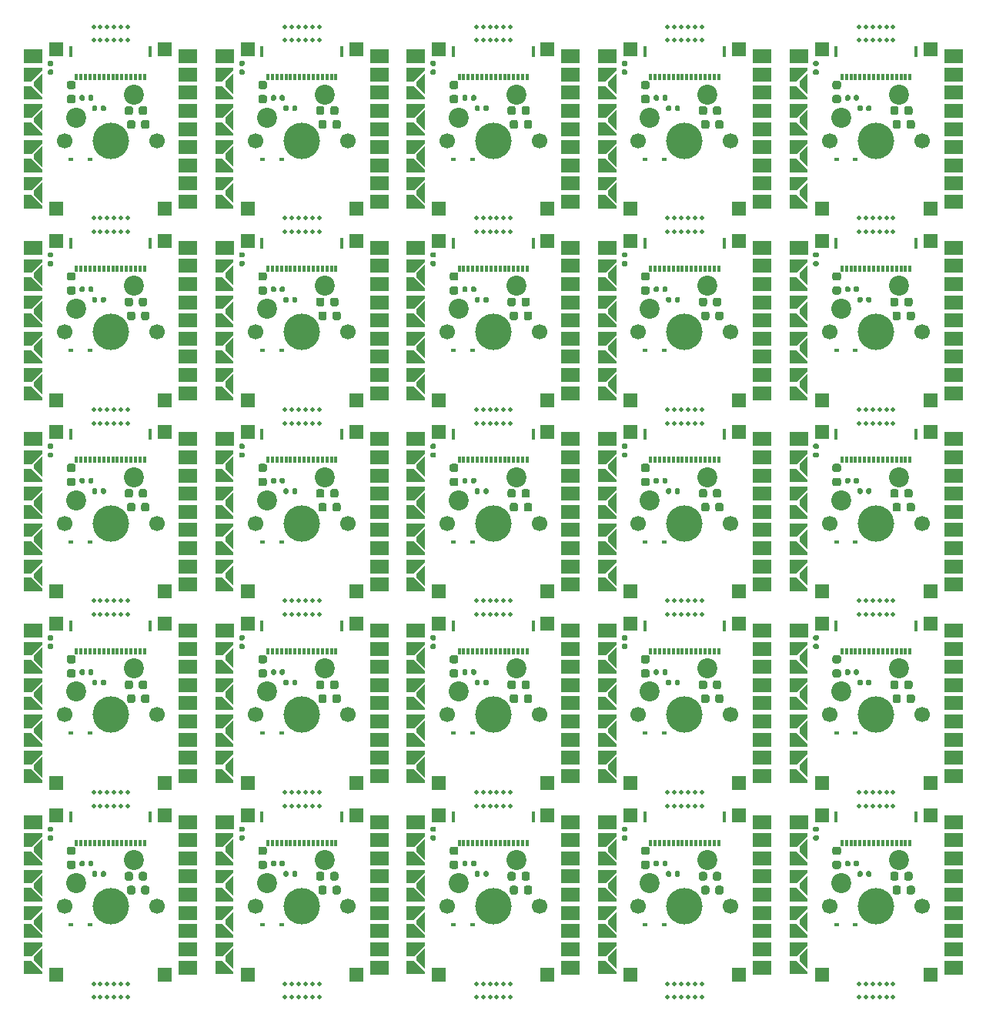
<source format=gbs>
%TF.GenerationSoftware,KiCad,Pcbnew,(5.1.9)-1*%
%TF.CreationDate,2021-09-16T12:17:46+02:00*%
%TF.ProjectId,kb_panel,6b625f70-616e-4656-9c2e-6b696361645f,rev?*%
%TF.SameCoordinates,Original*%
%TF.FileFunction,Soldermask,Bot*%
%TF.FilePolarity,Negative*%
%FSLAX46Y46*%
G04 Gerber Fmt 4.6, Leading zero omitted, Abs format (unit mm)*
G04 Created by KiCad (PCBNEW (5.1.9)-1) date 2021-09-16 12:17:46*
%MOMM*%
%LPD*%
G01*
G04 APERTURE LIST*
%ADD10R,0.600000X0.450000*%
%ADD11C,0.127000*%
%ADD12R,2.000000X1.500000*%
%ADD13R,1.500000X1.500000*%
%ADD14C,2.200000*%
%ADD15C,4.000000*%
%ADD16C,1.700000*%
%ADD17R,0.300000X1.150000*%
%ADD18R,0.300000X0.650000*%
%ADD19C,0.500000*%
G04 APERTURE END LIST*
%TO.C,C5*%
G36*
G01*
X136612547Y-130649052D02*
X136612547Y-130309052D01*
G75*
G02*
X136752547Y-130169052I140000J0D01*
G01*
X137032547Y-130169052D01*
G75*
G02*
X137172547Y-130309052I0J-140000D01*
G01*
X137172547Y-130649052D01*
G75*
G02*
X137032547Y-130789052I-140000J0D01*
G01*
X136752547Y-130789052D01*
G75*
G02*
X136612547Y-130649052I0J140000D01*
G01*
G37*
G36*
G01*
X135652547Y-130649052D02*
X135652547Y-130309052D01*
G75*
G02*
X135792547Y-130169052I140000J0D01*
G01*
X136072547Y-130169052D01*
G75*
G02*
X136212547Y-130309052I0J-140000D01*
G01*
X136212547Y-130649052D01*
G75*
G02*
X136072547Y-130789052I-140000J0D01*
G01*
X135792547Y-130789052D01*
G75*
G02*
X135652547Y-130649052I0J140000D01*
G01*
G37*
%TD*%
%TO.C,C5*%
G36*
G01*
X115562547Y-130649052D02*
X115562547Y-130309052D01*
G75*
G02*
X115702547Y-130169052I140000J0D01*
G01*
X115982547Y-130169052D01*
G75*
G02*
X116122547Y-130309052I0J-140000D01*
G01*
X116122547Y-130649052D01*
G75*
G02*
X115982547Y-130789052I-140000J0D01*
G01*
X115702547Y-130789052D01*
G75*
G02*
X115562547Y-130649052I0J140000D01*
G01*
G37*
G36*
G01*
X114602547Y-130649052D02*
X114602547Y-130309052D01*
G75*
G02*
X114742547Y-130169052I140000J0D01*
G01*
X115022547Y-130169052D01*
G75*
G02*
X115162547Y-130309052I0J-140000D01*
G01*
X115162547Y-130649052D01*
G75*
G02*
X115022547Y-130789052I-140000J0D01*
G01*
X114742547Y-130789052D01*
G75*
G02*
X114602547Y-130649052I0J140000D01*
G01*
G37*
%TD*%
%TO.C,C5*%
G36*
G01*
X94512547Y-130649052D02*
X94512547Y-130309052D01*
G75*
G02*
X94652547Y-130169052I140000J0D01*
G01*
X94932547Y-130169052D01*
G75*
G02*
X95072547Y-130309052I0J-140000D01*
G01*
X95072547Y-130649052D01*
G75*
G02*
X94932547Y-130789052I-140000J0D01*
G01*
X94652547Y-130789052D01*
G75*
G02*
X94512547Y-130649052I0J140000D01*
G01*
G37*
G36*
G01*
X93552547Y-130649052D02*
X93552547Y-130309052D01*
G75*
G02*
X93692547Y-130169052I140000J0D01*
G01*
X93972547Y-130169052D01*
G75*
G02*
X94112547Y-130309052I0J-140000D01*
G01*
X94112547Y-130649052D01*
G75*
G02*
X93972547Y-130789052I-140000J0D01*
G01*
X93692547Y-130789052D01*
G75*
G02*
X93552547Y-130649052I0J140000D01*
G01*
G37*
%TD*%
%TO.C,C5*%
G36*
G01*
X73462547Y-130649052D02*
X73462547Y-130309052D01*
G75*
G02*
X73602547Y-130169052I140000J0D01*
G01*
X73882547Y-130169052D01*
G75*
G02*
X74022547Y-130309052I0J-140000D01*
G01*
X74022547Y-130649052D01*
G75*
G02*
X73882547Y-130789052I-140000J0D01*
G01*
X73602547Y-130789052D01*
G75*
G02*
X73462547Y-130649052I0J140000D01*
G01*
G37*
G36*
G01*
X72502547Y-130649052D02*
X72502547Y-130309052D01*
G75*
G02*
X72642547Y-130169052I140000J0D01*
G01*
X72922547Y-130169052D01*
G75*
G02*
X73062547Y-130309052I0J-140000D01*
G01*
X73062547Y-130649052D01*
G75*
G02*
X72922547Y-130789052I-140000J0D01*
G01*
X72642547Y-130789052D01*
G75*
G02*
X72502547Y-130649052I0J140000D01*
G01*
G37*
%TD*%
%TO.C,C5*%
G36*
G01*
X52412547Y-130649052D02*
X52412547Y-130309052D01*
G75*
G02*
X52552547Y-130169052I140000J0D01*
G01*
X52832547Y-130169052D01*
G75*
G02*
X52972547Y-130309052I0J-140000D01*
G01*
X52972547Y-130649052D01*
G75*
G02*
X52832547Y-130789052I-140000J0D01*
G01*
X52552547Y-130789052D01*
G75*
G02*
X52412547Y-130649052I0J140000D01*
G01*
G37*
G36*
G01*
X51452547Y-130649052D02*
X51452547Y-130309052D01*
G75*
G02*
X51592547Y-130169052I140000J0D01*
G01*
X51872547Y-130169052D01*
G75*
G02*
X52012547Y-130309052I0J-140000D01*
G01*
X52012547Y-130649052D01*
G75*
G02*
X51872547Y-130789052I-140000J0D01*
G01*
X51592547Y-130789052D01*
G75*
G02*
X51452547Y-130649052I0J140000D01*
G01*
G37*
%TD*%
%TO.C,C5*%
G36*
G01*
X136612547Y-109599052D02*
X136612547Y-109259052D01*
G75*
G02*
X136752547Y-109119052I140000J0D01*
G01*
X137032547Y-109119052D01*
G75*
G02*
X137172547Y-109259052I0J-140000D01*
G01*
X137172547Y-109599052D01*
G75*
G02*
X137032547Y-109739052I-140000J0D01*
G01*
X136752547Y-109739052D01*
G75*
G02*
X136612547Y-109599052I0J140000D01*
G01*
G37*
G36*
G01*
X135652547Y-109599052D02*
X135652547Y-109259052D01*
G75*
G02*
X135792547Y-109119052I140000J0D01*
G01*
X136072547Y-109119052D01*
G75*
G02*
X136212547Y-109259052I0J-140000D01*
G01*
X136212547Y-109599052D01*
G75*
G02*
X136072547Y-109739052I-140000J0D01*
G01*
X135792547Y-109739052D01*
G75*
G02*
X135652547Y-109599052I0J140000D01*
G01*
G37*
%TD*%
%TO.C,C5*%
G36*
G01*
X115562547Y-109599052D02*
X115562547Y-109259052D01*
G75*
G02*
X115702547Y-109119052I140000J0D01*
G01*
X115982547Y-109119052D01*
G75*
G02*
X116122547Y-109259052I0J-140000D01*
G01*
X116122547Y-109599052D01*
G75*
G02*
X115982547Y-109739052I-140000J0D01*
G01*
X115702547Y-109739052D01*
G75*
G02*
X115562547Y-109599052I0J140000D01*
G01*
G37*
G36*
G01*
X114602547Y-109599052D02*
X114602547Y-109259052D01*
G75*
G02*
X114742547Y-109119052I140000J0D01*
G01*
X115022547Y-109119052D01*
G75*
G02*
X115162547Y-109259052I0J-140000D01*
G01*
X115162547Y-109599052D01*
G75*
G02*
X115022547Y-109739052I-140000J0D01*
G01*
X114742547Y-109739052D01*
G75*
G02*
X114602547Y-109599052I0J140000D01*
G01*
G37*
%TD*%
%TO.C,C5*%
G36*
G01*
X94512547Y-109599052D02*
X94512547Y-109259052D01*
G75*
G02*
X94652547Y-109119052I140000J0D01*
G01*
X94932547Y-109119052D01*
G75*
G02*
X95072547Y-109259052I0J-140000D01*
G01*
X95072547Y-109599052D01*
G75*
G02*
X94932547Y-109739052I-140000J0D01*
G01*
X94652547Y-109739052D01*
G75*
G02*
X94512547Y-109599052I0J140000D01*
G01*
G37*
G36*
G01*
X93552547Y-109599052D02*
X93552547Y-109259052D01*
G75*
G02*
X93692547Y-109119052I140000J0D01*
G01*
X93972547Y-109119052D01*
G75*
G02*
X94112547Y-109259052I0J-140000D01*
G01*
X94112547Y-109599052D01*
G75*
G02*
X93972547Y-109739052I-140000J0D01*
G01*
X93692547Y-109739052D01*
G75*
G02*
X93552547Y-109599052I0J140000D01*
G01*
G37*
%TD*%
%TO.C,C5*%
G36*
G01*
X73462547Y-109599052D02*
X73462547Y-109259052D01*
G75*
G02*
X73602547Y-109119052I140000J0D01*
G01*
X73882547Y-109119052D01*
G75*
G02*
X74022547Y-109259052I0J-140000D01*
G01*
X74022547Y-109599052D01*
G75*
G02*
X73882547Y-109739052I-140000J0D01*
G01*
X73602547Y-109739052D01*
G75*
G02*
X73462547Y-109599052I0J140000D01*
G01*
G37*
G36*
G01*
X72502547Y-109599052D02*
X72502547Y-109259052D01*
G75*
G02*
X72642547Y-109119052I140000J0D01*
G01*
X72922547Y-109119052D01*
G75*
G02*
X73062547Y-109259052I0J-140000D01*
G01*
X73062547Y-109599052D01*
G75*
G02*
X72922547Y-109739052I-140000J0D01*
G01*
X72642547Y-109739052D01*
G75*
G02*
X72502547Y-109599052I0J140000D01*
G01*
G37*
%TD*%
%TO.C,C5*%
G36*
G01*
X52412547Y-109599052D02*
X52412547Y-109259052D01*
G75*
G02*
X52552547Y-109119052I140000J0D01*
G01*
X52832547Y-109119052D01*
G75*
G02*
X52972547Y-109259052I0J-140000D01*
G01*
X52972547Y-109599052D01*
G75*
G02*
X52832547Y-109739052I-140000J0D01*
G01*
X52552547Y-109739052D01*
G75*
G02*
X52412547Y-109599052I0J140000D01*
G01*
G37*
G36*
G01*
X51452547Y-109599052D02*
X51452547Y-109259052D01*
G75*
G02*
X51592547Y-109119052I140000J0D01*
G01*
X51872547Y-109119052D01*
G75*
G02*
X52012547Y-109259052I0J-140000D01*
G01*
X52012547Y-109599052D01*
G75*
G02*
X51872547Y-109739052I-140000J0D01*
G01*
X51592547Y-109739052D01*
G75*
G02*
X51452547Y-109599052I0J140000D01*
G01*
G37*
%TD*%
%TO.C,C5*%
G36*
G01*
X136612547Y-88549052D02*
X136612547Y-88209052D01*
G75*
G02*
X136752547Y-88069052I140000J0D01*
G01*
X137032547Y-88069052D01*
G75*
G02*
X137172547Y-88209052I0J-140000D01*
G01*
X137172547Y-88549052D01*
G75*
G02*
X137032547Y-88689052I-140000J0D01*
G01*
X136752547Y-88689052D01*
G75*
G02*
X136612547Y-88549052I0J140000D01*
G01*
G37*
G36*
G01*
X135652547Y-88549052D02*
X135652547Y-88209052D01*
G75*
G02*
X135792547Y-88069052I140000J0D01*
G01*
X136072547Y-88069052D01*
G75*
G02*
X136212547Y-88209052I0J-140000D01*
G01*
X136212547Y-88549052D01*
G75*
G02*
X136072547Y-88689052I-140000J0D01*
G01*
X135792547Y-88689052D01*
G75*
G02*
X135652547Y-88549052I0J140000D01*
G01*
G37*
%TD*%
%TO.C,C5*%
G36*
G01*
X115562547Y-88549052D02*
X115562547Y-88209052D01*
G75*
G02*
X115702547Y-88069052I140000J0D01*
G01*
X115982547Y-88069052D01*
G75*
G02*
X116122547Y-88209052I0J-140000D01*
G01*
X116122547Y-88549052D01*
G75*
G02*
X115982547Y-88689052I-140000J0D01*
G01*
X115702547Y-88689052D01*
G75*
G02*
X115562547Y-88549052I0J140000D01*
G01*
G37*
G36*
G01*
X114602547Y-88549052D02*
X114602547Y-88209052D01*
G75*
G02*
X114742547Y-88069052I140000J0D01*
G01*
X115022547Y-88069052D01*
G75*
G02*
X115162547Y-88209052I0J-140000D01*
G01*
X115162547Y-88549052D01*
G75*
G02*
X115022547Y-88689052I-140000J0D01*
G01*
X114742547Y-88689052D01*
G75*
G02*
X114602547Y-88549052I0J140000D01*
G01*
G37*
%TD*%
%TO.C,C5*%
G36*
G01*
X94512547Y-88549052D02*
X94512547Y-88209052D01*
G75*
G02*
X94652547Y-88069052I140000J0D01*
G01*
X94932547Y-88069052D01*
G75*
G02*
X95072547Y-88209052I0J-140000D01*
G01*
X95072547Y-88549052D01*
G75*
G02*
X94932547Y-88689052I-140000J0D01*
G01*
X94652547Y-88689052D01*
G75*
G02*
X94512547Y-88549052I0J140000D01*
G01*
G37*
G36*
G01*
X93552547Y-88549052D02*
X93552547Y-88209052D01*
G75*
G02*
X93692547Y-88069052I140000J0D01*
G01*
X93972547Y-88069052D01*
G75*
G02*
X94112547Y-88209052I0J-140000D01*
G01*
X94112547Y-88549052D01*
G75*
G02*
X93972547Y-88689052I-140000J0D01*
G01*
X93692547Y-88689052D01*
G75*
G02*
X93552547Y-88549052I0J140000D01*
G01*
G37*
%TD*%
%TO.C,C5*%
G36*
G01*
X73462547Y-88549052D02*
X73462547Y-88209052D01*
G75*
G02*
X73602547Y-88069052I140000J0D01*
G01*
X73882547Y-88069052D01*
G75*
G02*
X74022547Y-88209052I0J-140000D01*
G01*
X74022547Y-88549052D01*
G75*
G02*
X73882547Y-88689052I-140000J0D01*
G01*
X73602547Y-88689052D01*
G75*
G02*
X73462547Y-88549052I0J140000D01*
G01*
G37*
G36*
G01*
X72502547Y-88549052D02*
X72502547Y-88209052D01*
G75*
G02*
X72642547Y-88069052I140000J0D01*
G01*
X72922547Y-88069052D01*
G75*
G02*
X73062547Y-88209052I0J-140000D01*
G01*
X73062547Y-88549052D01*
G75*
G02*
X72922547Y-88689052I-140000J0D01*
G01*
X72642547Y-88689052D01*
G75*
G02*
X72502547Y-88549052I0J140000D01*
G01*
G37*
%TD*%
%TO.C,C5*%
G36*
G01*
X52412547Y-88549052D02*
X52412547Y-88209052D01*
G75*
G02*
X52552547Y-88069052I140000J0D01*
G01*
X52832547Y-88069052D01*
G75*
G02*
X52972547Y-88209052I0J-140000D01*
G01*
X52972547Y-88549052D01*
G75*
G02*
X52832547Y-88689052I-140000J0D01*
G01*
X52552547Y-88689052D01*
G75*
G02*
X52412547Y-88549052I0J140000D01*
G01*
G37*
G36*
G01*
X51452547Y-88549052D02*
X51452547Y-88209052D01*
G75*
G02*
X51592547Y-88069052I140000J0D01*
G01*
X51872547Y-88069052D01*
G75*
G02*
X52012547Y-88209052I0J-140000D01*
G01*
X52012547Y-88549052D01*
G75*
G02*
X51872547Y-88689052I-140000J0D01*
G01*
X51592547Y-88689052D01*
G75*
G02*
X51452547Y-88549052I0J140000D01*
G01*
G37*
%TD*%
%TO.C,C5*%
G36*
G01*
X136612547Y-67499052D02*
X136612547Y-67159052D01*
G75*
G02*
X136752547Y-67019052I140000J0D01*
G01*
X137032547Y-67019052D01*
G75*
G02*
X137172547Y-67159052I0J-140000D01*
G01*
X137172547Y-67499052D01*
G75*
G02*
X137032547Y-67639052I-140000J0D01*
G01*
X136752547Y-67639052D01*
G75*
G02*
X136612547Y-67499052I0J140000D01*
G01*
G37*
G36*
G01*
X135652547Y-67499052D02*
X135652547Y-67159052D01*
G75*
G02*
X135792547Y-67019052I140000J0D01*
G01*
X136072547Y-67019052D01*
G75*
G02*
X136212547Y-67159052I0J-140000D01*
G01*
X136212547Y-67499052D01*
G75*
G02*
X136072547Y-67639052I-140000J0D01*
G01*
X135792547Y-67639052D01*
G75*
G02*
X135652547Y-67499052I0J140000D01*
G01*
G37*
%TD*%
%TO.C,C5*%
G36*
G01*
X115562547Y-67499052D02*
X115562547Y-67159052D01*
G75*
G02*
X115702547Y-67019052I140000J0D01*
G01*
X115982547Y-67019052D01*
G75*
G02*
X116122547Y-67159052I0J-140000D01*
G01*
X116122547Y-67499052D01*
G75*
G02*
X115982547Y-67639052I-140000J0D01*
G01*
X115702547Y-67639052D01*
G75*
G02*
X115562547Y-67499052I0J140000D01*
G01*
G37*
G36*
G01*
X114602547Y-67499052D02*
X114602547Y-67159052D01*
G75*
G02*
X114742547Y-67019052I140000J0D01*
G01*
X115022547Y-67019052D01*
G75*
G02*
X115162547Y-67159052I0J-140000D01*
G01*
X115162547Y-67499052D01*
G75*
G02*
X115022547Y-67639052I-140000J0D01*
G01*
X114742547Y-67639052D01*
G75*
G02*
X114602547Y-67499052I0J140000D01*
G01*
G37*
%TD*%
%TO.C,C5*%
G36*
G01*
X94512547Y-67499052D02*
X94512547Y-67159052D01*
G75*
G02*
X94652547Y-67019052I140000J0D01*
G01*
X94932547Y-67019052D01*
G75*
G02*
X95072547Y-67159052I0J-140000D01*
G01*
X95072547Y-67499052D01*
G75*
G02*
X94932547Y-67639052I-140000J0D01*
G01*
X94652547Y-67639052D01*
G75*
G02*
X94512547Y-67499052I0J140000D01*
G01*
G37*
G36*
G01*
X93552547Y-67499052D02*
X93552547Y-67159052D01*
G75*
G02*
X93692547Y-67019052I140000J0D01*
G01*
X93972547Y-67019052D01*
G75*
G02*
X94112547Y-67159052I0J-140000D01*
G01*
X94112547Y-67499052D01*
G75*
G02*
X93972547Y-67639052I-140000J0D01*
G01*
X93692547Y-67639052D01*
G75*
G02*
X93552547Y-67499052I0J140000D01*
G01*
G37*
%TD*%
%TO.C,C5*%
G36*
G01*
X73462547Y-67499052D02*
X73462547Y-67159052D01*
G75*
G02*
X73602547Y-67019052I140000J0D01*
G01*
X73882547Y-67019052D01*
G75*
G02*
X74022547Y-67159052I0J-140000D01*
G01*
X74022547Y-67499052D01*
G75*
G02*
X73882547Y-67639052I-140000J0D01*
G01*
X73602547Y-67639052D01*
G75*
G02*
X73462547Y-67499052I0J140000D01*
G01*
G37*
G36*
G01*
X72502547Y-67499052D02*
X72502547Y-67159052D01*
G75*
G02*
X72642547Y-67019052I140000J0D01*
G01*
X72922547Y-67019052D01*
G75*
G02*
X73062547Y-67159052I0J-140000D01*
G01*
X73062547Y-67499052D01*
G75*
G02*
X72922547Y-67639052I-140000J0D01*
G01*
X72642547Y-67639052D01*
G75*
G02*
X72502547Y-67499052I0J140000D01*
G01*
G37*
%TD*%
%TO.C,C5*%
G36*
G01*
X52412547Y-67499052D02*
X52412547Y-67159052D01*
G75*
G02*
X52552547Y-67019052I140000J0D01*
G01*
X52832547Y-67019052D01*
G75*
G02*
X52972547Y-67159052I0J-140000D01*
G01*
X52972547Y-67499052D01*
G75*
G02*
X52832547Y-67639052I-140000J0D01*
G01*
X52552547Y-67639052D01*
G75*
G02*
X52412547Y-67499052I0J140000D01*
G01*
G37*
G36*
G01*
X51452547Y-67499052D02*
X51452547Y-67159052D01*
G75*
G02*
X51592547Y-67019052I140000J0D01*
G01*
X51872547Y-67019052D01*
G75*
G02*
X52012547Y-67159052I0J-140000D01*
G01*
X52012547Y-67499052D01*
G75*
G02*
X51872547Y-67639052I-140000J0D01*
G01*
X51592547Y-67639052D01*
G75*
G02*
X51452547Y-67499052I0J140000D01*
G01*
G37*
%TD*%
%TO.C,C5*%
G36*
G01*
X136612547Y-46449052D02*
X136612547Y-46109052D01*
G75*
G02*
X136752547Y-45969052I140000J0D01*
G01*
X137032547Y-45969052D01*
G75*
G02*
X137172547Y-46109052I0J-140000D01*
G01*
X137172547Y-46449052D01*
G75*
G02*
X137032547Y-46589052I-140000J0D01*
G01*
X136752547Y-46589052D01*
G75*
G02*
X136612547Y-46449052I0J140000D01*
G01*
G37*
G36*
G01*
X135652547Y-46449052D02*
X135652547Y-46109052D01*
G75*
G02*
X135792547Y-45969052I140000J0D01*
G01*
X136072547Y-45969052D01*
G75*
G02*
X136212547Y-46109052I0J-140000D01*
G01*
X136212547Y-46449052D01*
G75*
G02*
X136072547Y-46589052I-140000J0D01*
G01*
X135792547Y-46589052D01*
G75*
G02*
X135652547Y-46449052I0J140000D01*
G01*
G37*
%TD*%
%TO.C,C5*%
G36*
G01*
X115562547Y-46449052D02*
X115562547Y-46109052D01*
G75*
G02*
X115702547Y-45969052I140000J0D01*
G01*
X115982547Y-45969052D01*
G75*
G02*
X116122547Y-46109052I0J-140000D01*
G01*
X116122547Y-46449052D01*
G75*
G02*
X115982547Y-46589052I-140000J0D01*
G01*
X115702547Y-46589052D01*
G75*
G02*
X115562547Y-46449052I0J140000D01*
G01*
G37*
G36*
G01*
X114602547Y-46449052D02*
X114602547Y-46109052D01*
G75*
G02*
X114742547Y-45969052I140000J0D01*
G01*
X115022547Y-45969052D01*
G75*
G02*
X115162547Y-46109052I0J-140000D01*
G01*
X115162547Y-46449052D01*
G75*
G02*
X115022547Y-46589052I-140000J0D01*
G01*
X114742547Y-46589052D01*
G75*
G02*
X114602547Y-46449052I0J140000D01*
G01*
G37*
%TD*%
%TO.C,C5*%
G36*
G01*
X94512547Y-46449052D02*
X94512547Y-46109052D01*
G75*
G02*
X94652547Y-45969052I140000J0D01*
G01*
X94932547Y-45969052D01*
G75*
G02*
X95072547Y-46109052I0J-140000D01*
G01*
X95072547Y-46449052D01*
G75*
G02*
X94932547Y-46589052I-140000J0D01*
G01*
X94652547Y-46589052D01*
G75*
G02*
X94512547Y-46449052I0J140000D01*
G01*
G37*
G36*
G01*
X93552547Y-46449052D02*
X93552547Y-46109052D01*
G75*
G02*
X93692547Y-45969052I140000J0D01*
G01*
X93972547Y-45969052D01*
G75*
G02*
X94112547Y-46109052I0J-140000D01*
G01*
X94112547Y-46449052D01*
G75*
G02*
X93972547Y-46589052I-140000J0D01*
G01*
X93692547Y-46589052D01*
G75*
G02*
X93552547Y-46449052I0J140000D01*
G01*
G37*
%TD*%
%TO.C,C5*%
G36*
G01*
X73462547Y-46449052D02*
X73462547Y-46109052D01*
G75*
G02*
X73602547Y-45969052I140000J0D01*
G01*
X73882547Y-45969052D01*
G75*
G02*
X74022547Y-46109052I0J-140000D01*
G01*
X74022547Y-46449052D01*
G75*
G02*
X73882547Y-46589052I-140000J0D01*
G01*
X73602547Y-46589052D01*
G75*
G02*
X73462547Y-46449052I0J140000D01*
G01*
G37*
G36*
G01*
X72502547Y-46449052D02*
X72502547Y-46109052D01*
G75*
G02*
X72642547Y-45969052I140000J0D01*
G01*
X72922547Y-45969052D01*
G75*
G02*
X73062547Y-46109052I0J-140000D01*
G01*
X73062547Y-46449052D01*
G75*
G02*
X72922547Y-46589052I-140000J0D01*
G01*
X72642547Y-46589052D01*
G75*
G02*
X72502547Y-46449052I0J140000D01*
G01*
G37*
%TD*%
D10*
%TO.C,D1*%
X134699547Y-137210052D03*
X136799547Y-137210052D03*
%TD*%
%TO.C,D1*%
X113649547Y-137210052D03*
X115749547Y-137210052D03*
%TD*%
%TO.C,D1*%
X92599547Y-137210052D03*
X94699547Y-137210052D03*
%TD*%
%TO.C,D1*%
X71549547Y-137210052D03*
X73649547Y-137210052D03*
%TD*%
%TO.C,D1*%
X50499547Y-137210052D03*
X52599547Y-137210052D03*
%TD*%
%TO.C,D1*%
X134699547Y-116160052D03*
X136799547Y-116160052D03*
%TD*%
%TO.C,D1*%
X113649547Y-116160052D03*
X115749547Y-116160052D03*
%TD*%
%TO.C,D1*%
X92599547Y-116160052D03*
X94699547Y-116160052D03*
%TD*%
%TO.C,D1*%
X71549547Y-116160052D03*
X73649547Y-116160052D03*
%TD*%
%TO.C,D1*%
X50499547Y-116160052D03*
X52599547Y-116160052D03*
%TD*%
%TO.C,D1*%
X134699547Y-95110052D03*
X136799547Y-95110052D03*
%TD*%
%TO.C,D1*%
X113649547Y-95110052D03*
X115749547Y-95110052D03*
%TD*%
%TO.C,D1*%
X92599547Y-95110052D03*
X94699547Y-95110052D03*
%TD*%
%TO.C,D1*%
X71549547Y-95110052D03*
X73649547Y-95110052D03*
%TD*%
%TO.C,D1*%
X50499547Y-95110052D03*
X52599547Y-95110052D03*
%TD*%
%TO.C,D1*%
X134699547Y-74060052D03*
X136799547Y-74060052D03*
%TD*%
%TO.C,D1*%
X113649547Y-74060052D03*
X115749547Y-74060052D03*
%TD*%
%TO.C,D1*%
X92599547Y-74060052D03*
X94699547Y-74060052D03*
%TD*%
%TO.C,D1*%
X71549547Y-74060052D03*
X73649547Y-74060052D03*
%TD*%
%TO.C,D1*%
X50499547Y-74060052D03*
X52599547Y-74060052D03*
%TD*%
%TO.C,D1*%
X134699547Y-53010052D03*
X136799547Y-53010052D03*
%TD*%
%TO.C,D1*%
X113649547Y-53010052D03*
X115749547Y-53010052D03*
%TD*%
%TO.C,D1*%
X92599547Y-53010052D03*
X94699547Y-53010052D03*
%TD*%
%TO.C,D1*%
X71549547Y-53010052D03*
X73649547Y-53010052D03*
%TD*%
D11*
%TO.C,J5*%
G36*
X130642547Y-141158052D02*
G01*
X130642547Y-140658052D01*
X131542547Y-139758052D01*
X131542547Y-142058052D01*
X130642547Y-141158052D01*
G37*
G36*
X130642547Y-137158052D02*
G01*
X130642547Y-136658052D01*
X131542547Y-135758052D01*
X131542547Y-138058052D01*
X130642547Y-137158052D01*
G37*
G36*
X130642547Y-133158052D02*
G01*
X130642547Y-132658052D01*
X131542547Y-131758052D01*
X131542547Y-134058052D01*
X130642547Y-133158052D01*
G37*
G36*
X130642547Y-129158052D02*
G01*
X130642547Y-128658052D01*
X131542547Y-127758052D01*
X131542547Y-130058052D01*
X130642547Y-129158052D01*
G37*
G36*
X130342547Y-141158052D02*
G01*
X131542547Y-142358052D01*
X131542547Y-142658052D01*
X129542547Y-142658052D01*
X129542547Y-141158052D01*
X130342547Y-141158052D01*
G37*
G36*
X131542547Y-139158052D02*
G01*
X131542547Y-139458052D01*
X130342547Y-140658052D01*
X129542547Y-140658052D01*
X129542547Y-139158052D01*
X131542547Y-139158052D01*
G37*
G36*
X130342547Y-137158052D02*
G01*
X131542547Y-138358052D01*
X131542547Y-138658052D01*
X129542547Y-138658052D01*
X129542547Y-137158052D01*
X130342547Y-137158052D01*
G37*
G36*
X131542547Y-135158052D02*
G01*
X131542547Y-135458052D01*
X130342547Y-136658052D01*
X129542547Y-136658052D01*
X129542547Y-135158052D01*
X131542547Y-135158052D01*
G37*
G36*
X130342547Y-133158052D02*
G01*
X131542547Y-134358052D01*
X131542547Y-134658052D01*
X129542547Y-134658052D01*
X129542547Y-133158052D01*
X130342547Y-133158052D01*
G37*
G36*
X131542547Y-131158052D02*
G01*
X131542547Y-131458052D01*
X130342547Y-132658052D01*
X129542547Y-132658052D01*
X129542547Y-131158052D01*
X131542547Y-131158052D01*
G37*
G36*
X130342547Y-129158052D02*
G01*
X131542547Y-130358052D01*
X131542547Y-130658052D01*
X129542547Y-130658052D01*
X129542547Y-129158052D01*
X130342547Y-129158052D01*
G37*
G36*
X131542547Y-127158052D02*
G01*
X131542547Y-127458052D01*
X130342547Y-128658052D01*
X129542547Y-128658052D01*
X129542547Y-127158052D01*
X131542547Y-127158052D01*
G37*
D12*
X130542547Y-125908052D03*
%TD*%
D11*
%TO.C,J5*%
G36*
X109592547Y-141158052D02*
G01*
X109592547Y-140658052D01*
X110492547Y-139758052D01*
X110492547Y-142058052D01*
X109592547Y-141158052D01*
G37*
G36*
X109592547Y-137158052D02*
G01*
X109592547Y-136658052D01*
X110492547Y-135758052D01*
X110492547Y-138058052D01*
X109592547Y-137158052D01*
G37*
G36*
X109592547Y-133158052D02*
G01*
X109592547Y-132658052D01*
X110492547Y-131758052D01*
X110492547Y-134058052D01*
X109592547Y-133158052D01*
G37*
G36*
X109592547Y-129158052D02*
G01*
X109592547Y-128658052D01*
X110492547Y-127758052D01*
X110492547Y-130058052D01*
X109592547Y-129158052D01*
G37*
G36*
X109292547Y-141158052D02*
G01*
X110492547Y-142358052D01*
X110492547Y-142658052D01*
X108492547Y-142658052D01*
X108492547Y-141158052D01*
X109292547Y-141158052D01*
G37*
G36*
X110492547Y-139158052D02*
G01*
X110492547Y-139458052D01*
X109292547Y-140658052D01*
X108492547Y-140658052D01*
X108492547Y-139158052D01*
X110492547Y-139158052D01*
G37*
G36*
X109292547Y-137158052D02*
G01*
X110492547Y-138358052D01*
X110492547Y-138658052D01*
X108492547Y-138658052D01*
X108492547Y-137158052D01*
X109292547Y-137158052D01*
G37*
G36*
X110492547Y-135158052D02*
G01*
X110492547Y-135458052D01*
X109292547Y-136658052D01*
X108492547Y-136658052D01*
X108492547Y-135158052D01*
X110492547Y-135158052D01*
G37*
G36*
X109292547Y-133158052D02*
G01*
X110492547Y-134358052D01*
X110492547Y-134658052D01*
X108492547Y-134658052D01*
X108492547Y-133158052D01*
X109292547Y-133158052D01*
G37*
G36*
X110492547Y-131158052D02*
G01*
X110492547Y-131458052D01*
X109292547Y-132658052D01*
X108492547Y-132658052D01*
X108492547Y-131158052D01*
X110492547Y-131158052D01*
G37*
G36*
X109292547Y-129158052D02*
G01*
X110492547Y-130358052D01*
X110492547Y-130658052D01*
X108492547Y-130658052D01*
X108492547Y-129158052D01*
X109292547Y-129158052D01*
G37*
G36*
X110492547Y-127158052D02*
G01*
X110492547Y-127458052D01*
X109292547Y-128658052D01*
X108492547Y-128658052D01*
X108492547Y-127158052D01*
X110492547Y-127158052D01*
G37*
D12*
X109492547Y-125908052D03*
%TD*%
D11*
%TO.C,J5*%
G36*
X88542547Y-141158052D02*
G01*
X88542547Y-140658052D01*
X89442547Y-139758052D01*
X89442547Y-142058052D01*
X88542547Y-141158052D01*
G37*
G36*
X88542547Y-137158052D02*
G01*
X88542547Y-136658052D01*
X89442547Y-135758052D01*
X89442547Y-138058052D01*
X88542547Y-137158052D01*
G37*
G36*
X88542547Y-133158052D02*
G01*
X88542547Y-132658052D01*
X89442547Y-131758052D01*
X89442547Y-134058052D01*
X88542547Y-133158052D01*
G37*
G36*
X88542547Y-129158052D02*
G01*
X88542547Y-128658052D01*
X89442547Y-127758052D01*
X89442547Y-130058052D01*
X88542547Y-129158052D01*
G37*
G36*
X88242547Y-141158052D02*
G01*
X89442547Y-142358052D01*
X89442547Y-142658052D01*
X87442547Y-142658052D01*
X87442547Y-141158052D01*
X88242547Y-141158052D01*
G37*
G36*
X89442547Y-139158052D02*
G01*
X89442547Y-139458052D01*
X88242547Y-140658052D01*
X87442547Y-140658052D01*
X87442547Y-139158052D01*
X89442547Y-139158052D01*
G37*
G36*
X88242547Y-137158052D02*
G01*
X89442547Y-138358052D01*
X89442547Y-138658052D01*
X87442547Y-138658052D01*
X87442547Y-137158052D01*
X88242547Y-137158052D01*
G37*
G36*
X89442547Y-135158052D02*
G01*
X89442547Y-135458052D01*
X88242547Y-136658052D01*
X87442547Y-136658052D01*
X87442547Y-135158052D01*
X89442547Y-135158052D01*
G37*
G36*
X88242547Y-133158052D02*
G01*
X89442547Y-134358052D01*
X89442547Y-134658052D01*
X87442547Y-134658052D01*
X87442547Y-133158052D01*
X88242547Y-133158052D01*
G37*
G36*
X89442547Y-131158052D02*
G01*
X89442547Y-131458052D01*
X88242547Y-132658052D01*
X87442547Y-132658052D01*
X87442547Y-131158052D01*
X89442547Y-131158052D01*
G37*
G36*
X88242547Y-129158052D02*
G01*
X89442547Y-130358052D01*
X89442547Y-130658052D01*
X87442547Y-130658052D01*
X87442547Y-129158052D01*
X88242547Y-129158052D01*
G37*
G36*
X89442547Y-127158052D02*
G01*
X89442547Y-127458052D01*
X88242547Y-128658052D01*
X87442547Y-128658052D01*
X87442547Y-127158052D01*
X89442547Y-127158052D01*
G37*
D12*
X88442547Y-125908052D03*
%TD*%
D11*
%TO.C,J5*%
G36*
X67492547Y-141158052D02*
G01*
X67492547Y-140658052D01*
X68392547Y-139758052D01*
X68392547Y-142058052D01*
X67492547Y-141158052D01*
G37*
G36*
X67492547Y-137158052D02*
G01*
X67492547Y-136658052D01*
X68392547Y-135758052D01*
X68392547Y-138058052D01*
X67492547Y-137158052D01*
G37*
G36*
X67492547Y-133158052D02*
G01*
X67492547Y-132658052D01*
X68392547Y-131758052D01*
X68392547Y-134058052D01*
X67492547Y-133158052D01*
G37*
G36*
X67492547Y-129158052D02*
G01*
X67492547Y-128658052D01*
X68392547Y-127758052D01*
X68392547Y-130058052D01*
X67492547Y-129158052D01*
G37*
G36*
X67192547Y-141158052D02*
G01*
X68392547Y-142358052D01*
X68392547Y-142658052D01*
X66392547Y-142658052D01*
X66392547Y-141158052D01*
X67192547Y-141158052D01*
G37*
G36*
X68392547Y-139158052D02*
G01*
X68392547Y-139458052D01*
X67192547Y-140658052D01*
X66392547Y-140658052D01*
X66392547Y-139158052D01*
X68392547Y-139158052D01*
G37*
G36*
X67192547Y-137158052D02*
G01*
X68392547Y-138358052D01*
X68392547Y-138658052D01*
X66392547Y-138658052D01*
X66392547Y-137158052D01*
X67192547Y-137158052D01*
G37*
G36*
X68392547Y-135158052D02*
G01*
X68392547Y-135458052D01*
X67192547Y-136658052D01*
X66392547Y-136658052D01*
X66392547Y-135158052D01*
X68392547Y-135158052D01*
G37*
G36*
X67192547Y-133158052D02*
G01*
X68392547Y-134358052D01*
X68392547Y-134658052D01*
X66392547Y-134658052D01*
X66392547Y-133158052D01*
X67192547Y-133158052D01*
G37*
G36*
X68392547Y-131158052D02*
G01*
X68392547Y-131458052D01*
X67192547Y-132658052D01*
X66392547Y-132658052D01*
X66392547Y-131158052D01*
X68392547Y-131158052D01*
G37*
G36*
X67192547Y-129158052D02*
G01*
X68392547Y-130358052D01*
X68392547Y-130658052D01*
X66392547Y-130658052D01*
X66392547Y-129158052D01*
X67192547Y-129158052D01*
G37*
G36*
X68392547Y-127158052D02*
G01*
X68392547Y-127458052D01*
X67192547Y-128658052D01*
X66392547Y-128658052D01*
X66392547Y-127158052D01*
X68392547Y-127158052D01*
G37*
D12*
X67392547Y-125908052D03*
%TD*%
D11*
%TO.C,J5*%
G36*
X46442547Y-141158052D02*
G01*
X46442547Y-140658052D01*
X47342547Y-139758052D01*
X47342547Y-142058052D01*
X46442547Y-141158052D01*
G37*
G36*
X46442547Y-137158052D02*
G01*
X46442547Y-136658052D01*
X47342547Y-135758052D01*
X47342547Y-138058052D01*
X46442547Y-137158052D01*
G37*
G36*
X46442547Y-133158052D02*
G01*
X46442547Y-132658052D01*
X47342547Y-131758052D01*
X47342547Y-134058052D01*
X46442547Y-133158052D01*
G37*
G36*
X46442547Y-129158052D02*
G01*
X46442547Y-128658052D01*
X47342547Y-127758052D01*
X47342547Y-130058052D01*
X46442547Y-129158052D01*
G37*
G36*
X46142547Y-141158052D02*
G01*
X47342547Y-142358052D01*
X47342547Y-142658052D01*
X45342547Y-142658052D01*
X45342547Y-141158052D01*
X46142547Y-141158052D01*
G37*
G36*
X47342547Y-139158052D02*
G01*
X47342547Y-139458052D01*
X46142547Y-140658052D01*
X45342547Y-140658052D01*
X45342547Y-139158052D01*
X47342547Y-139158052D01*
G37*
G36*
X46142547Y-137158052D02*
G01*
X47342547Y-138358052D01*
X47342547Y-138658052D01*
X45342547Y-138658052D01*
X45342547Y-137158052D01*
X46142547Y-137158052D01*
G37*
G36*
X47342547Y-135158052D02*
G01*
X47342547Y-135458052D01*
X46142547Y-136658052D01*
X45342547Y-136658052D01*
X45342547Y-135158052D01*
X47342547Y-135158052D01*
G37*
G36*
X46142547Y-133158052D02*
G01*
X47342547Y-134358052D01*
X47342547Y-134658052D01*
X45342547Y-134658052D01*
X45342547Y-133158052D01*
X46142547Y-133158052D01*
G37*
G36*
X47342547Y-131158052D02*
G01*
X47342547Y-131458052D01*
X46142547Y-132658052D01*
X45342547Y-132658052D01*
X45342547Y-131158052D01*
X47342547Y-131158052D01*
G37*
G36*
X46142547Y-129158052D02*
G01*
X47342547Y-130358052D01*
X47342547Y-130658052D01*
X45342547Y-130658052D01*
X45342547Y-129158052D01*
X46142547Y-129158052D01*
G37*
G36*
X47342547Y-127158052D02*
G01*
X47342547Y-127458052D01*
X46142547Y-128658052D01*
X45342547Y-128658052D01*
X45342547Y-127158052D01*
X47342547Y-127158052D01*
G37*
D12*
X46342547Y-125908052D03*
%TD*%
D11*
%TO.C,J5*%
G36*
X130642547Y-120108052D02*
G01*
X130642547Y-119608052D01*
X131542547Y-118708052D01*
X131542547Y-121008052D01*
X130642547Y-120108052D01*
G37*
G36*
X130642547Y-116108052D02*
G01*
X130642547Y-115608052D01*
X131542547Y-114708052D01*
X131542547Y-117008052D01*
X130642547Y-116108052D01*
G37*
G36*
X130642547Y-112108052D02*
G01*
X130642547Y-111608052D01*
X131542547Y-110708052D01*
X131542547Y-113008052D01*
X130642547Y-112108052D01*
G37*
G36*
X130642547Y-108108052D02*
G01*
X130642547Y-107608052D01*
X131542547Y-106708052D01*
X131542547Y-109008052D01*
X130642547Y-108108052D01*
G37*
G36*
X130342547Y-120108052D02*
G01*
X131542547Y-121308052D01*
X131542547Y-121608052D01*
X129542547Y-121608052D01*
X129542547Y-120108052D01*
X130342547Y-120108052D01*
G37*
G36*
X131542547Y-118108052D02*
G01*
X131542547Y-118408052D01*
X130342547Y-119608052D01*
X129542547Y-119608052D01*
X129542547Y-118108052D01*
X131542547Y-118108052D01*
G37*
G36*
X130342547Y-116108052D02*
G01*
X131542547Y-117308052D01*
X131542547Y-117608052D01*
X129542547Y-117608052D01*
X129542547Y-116108052D01*
X130342547Y-116108052D01*
G37*
G36*
X131542547Y-114108052D02*
G01*
X131542547Y-114408052D01*
X130342547Y-115608052D01*
X129542547Y-115608052D01*
X129542547Y-114108052D01*
X131542547Y-114108052D01*
G37*
G36*
X130342547Y-112108052D02*
G01*
X131542547Y-113308052D01*
X131542547Y-113608052D01*
X129542547Y-113608052D01*
X129542547Y-112108052D01*
X130342547Y-112108052D01*
G37*
G36*
X131542547Y-110108052D02*
G01*
X131542547Y-110408052D01*
X130342547Y-111608052D01*
X129542547Y-111608052D01*
X129542547Y-110108052D01*
X131542547Y-110108052D01*
G37*
G36*
X130342547Y-108108052D02*
G01*
X131542547Y-109308052D01*
X131542547Y-109608052D01*
X129542547Y-109608052D01*
X129542547Y-108108052D01*
X130342547Y-108108052D01*
G37*
G36*
X131542547Y-106108052D02*
G01*
X131542547Y-106408052D01*
X130342547Y-107608052D01*
X129542547Y-107608052D01*
X129542547Y-106108052D01*
X131542547Y-106108052D01*
G37*
D12*
X130542547Y-104858052D03*
%TD*%
D11*
%TO.C,J5*%
G36*
X109592547Y-120108052D02*
G01*
X109592547Y-119608052D01*
X110492547Y-118708052D01*
X110492547Y-121008052D01*
X109592547Y-120108052D01*
G37*
G36*
X109592547Y-116108052D02*
G01*
X109592547Y-115608052D01*
X110492547Y-114708052D01*
X110492547Y-117008052D01*
X109592547Y-116108052D01*
G37*
G36*
X109592547Y-112108052D02*
G01*
X109592547Y-111608052D01*
X110492547Y-110708052D01*
X110492547Y-113008052D01*
X109592547Y-112108052D01*
G37*
G36*
X109592547Y-108108052D02*
G01*
X109592547Y-107608052D01*
X110492547Y-106708052D01*
X110492547Y-109008052D01*
X109592547Y-108108052D01*
G37*
G36*
X109292547Y-120108052D02*
G01*
X110492547Y-121308052D01*
X110492547Y-121608052D01*
X108492547Y-121608052D01*
X108492547Y-120108052D01*
X109292547Y-120108052D01*
G37*
G36*
X110492547Y-118108052D02*
G01*
X110492547Y-118408052D01*
X109292547Y-119608052D01*
X108492547Y-119608052D01*
X108492547Y-118108052D01*
X110492547Y-118108052D01*
G37*
G36*
X109292547Y-116108052D02*
G01*
X110492547Y-117308052D01*
X110492547Y-117608052D01*
X108492547Y-117608052D01*
X108492547Y-116108052D01*
X109292547Y-116108052D01*
G37*
G36*
X110492547Y-114108052D02*
G01*
X110492547Y-114408052D01*
X109292547Y-115608052D01*
X108492547Y-115608052D01*
X108492547Y-114108052D01*
X110492547Y-114108052D01*
G37*
G36*
X109292547Y-112108052D02*
G01*
X110492547Y-113308052D01*
X110492547Y-113608052D01*
X108492547Y-113608052D01*
X108492547Y-112108052D01*
X109292547Y-112108052D01*
G37*
G36*
X110492547Y-110108052D02*
G01*
X110492547Y-110408052D01*
X109292547Y-111608052D01*
X108492547Y-111608052D01*
X108492547Y-110108052D01*
X110492547Y-110108052D01*
G37*
G36*
X109292547Y-108108052D02*
G01*
X110492547Y-109308052D01*
X110492547Y-109608052D01*
X108492547Y-109608052D01*
X108492547Y-108108052D01*
X109292547Y-108108052D01*
G37*
G36*
X110492547Y-106108052D02*
G01*
X110492547Y-106408052D01*
X109292547Y-107608052D01*
X108492547Y-107608052D01*
X108492547Y-106108052D01*
X110492547Y-106108052D01*
G37*
D12*
X109492547Y-104858052D03*
%TD*%
D11*
%TO.C,J5*%
G36*
X88542547Y-120108052D02*
G01*
X88542547Y-119608052D01*
X89442547Y-118708052D01*
X89442547Y-121008052D01*
X88542547Y-120108052D01*
G37*
G36*
X88542547Y-116108052D02*
G01*
X88542547Y-115608052D01*
X89442547Y-114708052D01*
X89442547Y-117008052D01*
X88542547Y-116108052D01*
G37*
G36*
X88542547Y-112108052D02*
G01*
X88542547Y-111608052D01*
X89442547Y-110708052D01*
X89442547Y-113008052D01*
X88542547Y-112108052D01*
G37*
G36*
X88542547Y-108108052D02*
G01*
X88542547Y-107608052D01*
X89442547Y-106708052D01*
X89442547Y-109008052D01*
X88542547Y-108108052D01*
G37*
G36*
X88242547Y-120108052D02*
G01*
X89442547Y-121308052D01*
X89442547Y-121608052D01*
X87442547Y-121608052D01*
X87442547Y-120108052D01*
X88242547Y-120108052D01*
G37*
G36*
X89442547Y-118108052D02*
G01*
X89442547Y-118408052D01*
X88242547Y-119608052D01*
X87442547Y-119608052D01*
X87442547Y-118108052D01*
X89442547Y-118108052D01*
G37*
G36*
X88242547Y-116108052D02*
G01*
X89442547Y-117308052D01*
X89442547Y-117608052D01*
X87442547Y-117608052D01*
X87442547Y-116108052D01*
X88242547Y-116108052D01*
G37*
G36*
X89442547Y-114108052D02*
G01*
X89442547Y-114408052D01*
X88242547Y-115608052D01*
X87442547Y-115608052D01*
X87442547Y-114108052D01*
X89442547Y-114108052D01*
G37*
G36*
X88242547Y-112108052D02*
G01*
X89442547Y-113308052D01*
X89442547Y-113608052D01*
X87442547Y-113608052D01*
X87442547Y-112108052D01*
X88242547Y-112108052D01*
G37*
G36*
X89442547Y-110108052D02*
G01*
X89442547Y-110408052D01*
X88242547Y-111608052D01*
X87442547Y-111608052D01*
X87442547Y-110108052D01*
X89442547Y-110108052D01*
G37*
G36*
X88242547Y-108108052D02*
G01*
X89442547Y-109308052D01*
X89442547Y-109608052D01*
X87442547Y-109608052D01*
X87442547Y-108108052D01*
X88242547Y-108108052D01*
G37*
G36*
X89442547Y-106108052D02*
G01*
X89442547Y-106408052D01*
X88242547Y-107608052D01*
X87442547Y-107608052D01*
X87442547Y-106108052D01*
X89442547Y-106108052D01*
G37*
D12*
X88442547Y-104858052D03*
%TD*%
D11*
%TO.C,J5*%
G36*
X67492547Y-120108052D02*
G01*
X67492547Y-119608052D01*
X68392547Y-118708052D01*
X68392547Y-121008052D01*
X67492547Y-120108052D01*
G37*
G36*
X67492547Y-116108052D02*
G01*
X67492547Y-115608052D01*
X68392547Y-114708052D01*
X68392547Y-117008052D01*
X67492547Y-116108052D01*
G37*
G36*
X67492547Y-112108052D02*
G01*
X67492547Y-111608052D01*
X68392547Y-110708052D01*
X68392547Y-113008052D01*
X67492547Y-112108052D01*
G37*
G36*
X67492547Y-108108052D02*
G01*
X67492547Y-107608052D01*
X68392547Y-106708052D01*
X68392547Y-109008052D01*
X67492547Y-108108052D01*
G37*
G36*
X67192547Y-120108052D02*
G01*
X68392547Y-121308052D01*
X68392547Y-121608052D01*
X66392547Y-121608052D01*
X66392547Y-120108052D01*
X67192547Y-120108052D01*
G37*
G36*
X68392547Y-118108052D02*
G01*
X68392547Y-118408052D01*
X67192547Y-119608052D01*
X66392547Y-119608052D01*
X66392547Y-118108052D01*
X68392547Y-118108052D01*
G37*
G36*
X67192547Y-116108052D02*
G01*
X68392547Y-117308052D01*
X68392547Y-117608052D01*
X66392547Y-117608052D01*
X66392547Y-116108052D01*
X67192547Y-116108052D01*
G37*
G36*
X68392547Y-114108052D02*
G01*
X68392547Y-114408052D01*
X67192547Y-115608052D01*
X66392547Y-115608052D01*
X66392547Y-114108052D01*
X68392547Y-114108052D01*
G37*
G36*
X67192547Y-112108052D02*
G01*
X68392547Y-113308052D01*
X68392547Y-113608052D01*
X66392547Y-113608052D01*
X66392547Y-112108052D01*
X67192547Y-112108052D01*
G37*
G36*
X68392547Y-110108052D02*
G01*
X68392547Y-110408052D01*
X67192547Y-111608052D01*
X66392547Y-111608052D01*
X66392547Y-110108052D01*
X68392547Y-110108052D01*
G37*
G36*
X67192547Y-108108052D02*
G01*
X68392547Y-109308052D01*
X68392547Y-109608052D01*
X66392547Y-109608052D01*
X66392547Y-108108052D01*
X67192547Y-108108052D01*
G37*
G36*
X68392547Y-106108052D02*
G01*
X68392547Y-106408052D01*
X67192547Y-107608052D01*
X66392547Y-107608052D01*
X66392547Y-106108052D01*
X68392547Y-106108052D01*
G37*
D12*
X67392547Y-104858052D03*
%TD*%
D11*
%TO.C,J5*%
G36*
X46442547Y-120108052D02*
G01*
X46442547Y-119608052D01*
X47342547Y-118708052D01*
X47342547Y-121008052D01*
X46442547Y-120108052D01*
G37*
G36*
X46442547Y-116108052D02*
G01*
X46442547Y-115608052D01*
X47342547Y-114708052D01*
X47342547Y-117008052D01*
X46442547Y-116108052D01*
G37*
G36*
X46442547Y-112108052D02*
G01*
X46442547Y-111608052D01*
X47342547Y-110708052D01*
X47342547Y-113008052D01*
X46442547Y-112108052D01*
G37*
G36*
X46442547Y-108108052D02*
G01*
X46442547Y-107608052D01*
X47342547Y-106708052D01*
X47342547Y-109008052D01*
X46442547Y-108108052D01*
G37*
G36*
X46142547Y-120108052D02*
G01*
X47342547Y-121308052D01*
X47342547Y-121608052D01*
X45342547Y-121608052D01*
X45342547Y-120108052D01*
X46142547Y-120108052D01*
G37*
G36*
X47342547Y-118108052D02*
G01*
X47342547Y-118408052D01*
X46142547Y-119608052D01*
X45342547Y-119608052D01*
X45342547Y-118108052D01*
X47342547Y-118108052D01*
G37*
G36*
X46142547Y-116108052D02*
G01*
X47342547Y-117308052D01*
X47342547Y-117608052D01*
X45342547Y-117608052D01*
X45342547Y-116108052D01*
X46142547Y-116108052D01*
G37*
G36*
X47342547Y-114108052D02*
G01*
X47342547Y-114408052D01*
X46142547Y-115608052D01*
X45342547Y-115608052D01*
X45342547Y-114108052D01*
X47342547Y-114108052D01*
G37*
G36*
X46142547Y-112108052D02*
G01*
X47342547Y-113308052D01*
X47342547Y-113608052D01*
X45342547Y-113608052D01*
X45342547Y-112108052D01*
X46142547Y-112108052D01*
G37*
G36*
X47342547Y-110108052D02*
G01*
X47342547Y-110408052D01*
X46142547Y-111608052D01*
X45342547Y-111608052D01*
X45342547Y-110108052D01*
X47342547Y-110108052D01*
G37*
G36*
X46142547Y-108108052D02*
G01*
X47342547Y-109308052D01*
X47342547Y-109608052D01*
X45342547Y-109608052D01*
X45342547Y-108108052D01*
X46142547Y-108108052D01*
G37*
G36*
X47342547Y-106108052D02*
G01*
X47342547Y-106408052D01*
X46142547Y-107608052D01*
X45342547Y-107608052D01*
X45342547Y-106108052D01*
X47342547Y-106108052D01*
G37*
D12*
X46342547Y-104858052D03*
%TD*%
D11*
%TO.C,J5*%
G36*
X130642547Y-99058052D02*
G01*
X130642547Y-98558052D01*
X131542547Y-97658052D01*
X131542547Y-99958052D01*
X130642547Y-99058052D01*
G37*
G36*
X130642547Y-95058052D02*
G01*
X130642547Y-94558052D01*
X131542547Y-93658052D01*
X131542547Y-95958052D01*
X130642547Y-95058052D01*
G37*
G36*
X130642547Y-91058052D02*
G01*
X130642547Y-90558052D01*
X131542547Y-89658052D01*
X131542547Y-91958052D01*
X130642547Y-91058052D01*
G37*
G36*
X130642547Y-87058052D02*
G01*
X130642547Y-86558052D01*
X131542547Y-85658052D01*
X131542547Y-87958052D01*
X130642547Y-87058052D01*
G37*
G36*
X130342547Y-99058052D02*
G01*
X131542547Y-100258052D01*
X131542547Y-100558052D01*
X129542547Y-100558052D01*
X129542547Y-99058052D01*
X130342547Y-99058052D01*
G37*
G36*
X131542547Y-97058052D02*
G01*
X131542547Y-97358052D01*
X130342547Y-98558052D01*
X129542547Y-98558052D01*
X129542547Y-97058052D01*
X131542547Y-97058052D01*
G37*
G36*
X130342547Y-95058052D02*
G01*
X131542547Y-96258052D01*
X131542547Y-96558052D01*
X129542547Y-96558052D01*
X129542547Y-95058052D01*
X130342547Y-95058052D01*
G37*
G36*
X131542547Y-93058052D02*
G01*
X131542547Y-93358052D01*
X130342547Y-94558052D01*
X129542547Y-94558052D01*
X129542547Y-93058052D01*
X131542547Y-93058052D01*
G37*
G36*
X130342547Y-91058052D02*
G01*
X131542547Y-92258052D01*
X131542547Y-92558052D01*
X129542547Y-92558052D01*
X129542547Y-91058052D01*
X130342547Y-91058052D01*
G37*
G36*
X131542547Y-89058052D02*
G01*
X131542547Y-89358052D01*
X130342547Y-90558052D01*
X129542547Y-90558052D01*
X129542547Y-89058052D01*
X131542547Y-89058052D01*
G37*
G36*
X130342547Y-87058052D02*
G01*
X131542547Y-88258052D01*
X131542547Y-88558052D01*
X129542547Y-88558052D01*
X129542547Y-87058052D01*
X130342547Y-87058052D01*
G37*
G36*
X131542547Y-85058052D02*
G01*
X131542547Y-85358052D01*
X130342547Y-86558052D01*
X129542547Y-86558052D01*
X129542547Y-85058052D01*
X131542547Y-85058052D01*
G37*
D12*
X130542547Y-83808052D03*
%TD*%
D11*
%TO.C,J5*%
G36*
X109592547Y-99058052D02*
G01*
X109592547Y-98558052D01*
X110492547Y-97658052D01*
X110492547Y-99958052D01*
X109592547Y-99058052D01*
G37*
G36*
X109592547Y-95058052D02*
G01*
X109592547Y-94558052D01*
X110492547Y-93658052D01*
X110492547Y-95958052D01*
X109592547Y-95058052D01*
G37*
G36*
X109592547Y-91058052D02*
G01*
X109592547Y-90558052D01*
X110492547Y-89658052D01*
X110492547Y-91958052D01*
X109592547Y-91058052D01*
G37*
G36*
X109592547Y-87058052D02*
G01*
X109592547Y-86558052D01*
X110492547Y-85658052D01*
X110492547Y-87958052D01*
X109592547Y-87058052D01*
G37*
G36*
X109292547Y-99058052D02*
G01*
X110492547Y-100258052D01*
X110492547Y-100558052D01*
X108492547Y-100558052D01*
X108492547Y-99058052D01*
X109292547Y-99058052D01*
G37*
G36*
X110492547Y-97058052D02*
G01*
X110492547Y-97358052D01*
X109292547Y-98558052D01*
X108492547Y-98558052D01*
X108492547Y-97058052D01*
X110492547Y-97058052D01*
G37*
G36*
X109292547Y-95058052D02*
G01*
X110492547Y-96258052D01*
X110492547Y-96558052D01*
X108492547Y-96558052D01*
X108492547Y-95058052D01*
X109292547Y-95058052D01*
G37*
G36*
X110492547Y-93058052D02*
G01*
X110492547Y-93358052D01*
X109292547Y-94558052D01*
X108492547Y-94558052D01*
X108492547Y-93058052D01*
X110492547Y-93058052D01*
G37*
G36*
X109292547Y-91058052D02*
G01*
X110492547Y-92258052D01*
X110492547Y-92558052D01*
X108492547Y-92558052D01*
X108492547Y-91058052D01*
X109292547Y-91058052D01*
G37*
G36*
X110492547Y-89058052D02*
G01*
X110492547Y-89358052D01*
X109292547Y-90558052D01*
X108492547Y-90558052D01*
X108492547Y-89058052D01*
X110492547Y-89058052D01*
G37*
G36*
X109292547Y-87058052D02*
G01*
X110492547Y-88258052D01*
X110492547Y-88558052D01*
X108492547Y-88558052D01*
X108492547Y-87058052D01*
X109292547Y-87058052D01*
G37*
G36*
X110492547Y-85058052D02*
G01*
X110492547Y-85358052D01*
X109292547Y-86558052D01*
X108492547Y-86558052D01*
X108492547Y-85058052D01*
X110492547Y-85058052D01*
G37*
D12*
X109492547Y-83808052D03*
%TD*%
D11*
%TO.C,J5*%
G36*
X88542547Y-99058052D02*
G01*
X88542547Y-98558052D01*
X89442547Y-97658052D01*
X89442547Y-99958052D01*
X88542547Y-99058052D01*
G37*
G36*
X88542547Y-95058052D02*
G01*
X88542547Y-94558052D01*
X89442547Y-93658052D01*
X89442547Y-95958052D01*
X88542547Y-95058052D01*
G37*
G36*
X88542547Y-91058052D02*
G01*
X88542547Y-90558052D01*
X89442547Y-89658052D01*
X89442547Y-91958052D01*
X88542547Y-91058052D01*
G37*
G36*
X88542547Y-87058052D02*
G01*
X88542547Y-86558052D01*
X89442547Y-85658052D01*
X89442547Y-87958052D01*
X88542547Y-87058052D01*
G37*
G36*
X88242547Y-99058052D02*
G01*
X89442547Y-100258052D01*
X89442547Y-100558052D01*
X87442547Y-100558052D01*
X87442547Y-99058052D01*
X88242547Y-99058052D01*
G37*
G36*
X89442547Y-97058052D02*
G01*
X89442547Y-97358052D01*
X88242547Y-98558052D01*
X87442547Y-98558052D01*
X87442547Y-97058052D01*
X89442547Y-97058052D01*
G37*
G36*
X88242547Y-95058052D02*
G01*
X89442547Y-96258052D01*
X89442547Y-96558052D01*
X87442547Y-96558052D01*
X87442547Y-95058052D01*
X88242547Y-95058052D01*
G37*
G36*
X89442547Y-93058052D02*
G01*
X89442547Y-93358052D01*
X88242547Y-94558052D01*
X87442547Y-94558052D01*
X87442547Y-93058052D01*
X89442547Y-93058052D01*
G37*
G36*
X88242547Y-91058052D02*
G01*
X89442547Y-92258052D01*
X89442547Y-92558052D01*
X87442547Y-92558052D01*
X87442547Y-91058052D01*
X88242547Y-91058052D01*
G37*
G36*
X89442547Y-89058052D02*
G01*
X89442547Y-89358052D01*
X88242547Y-90558052D01*
X87442547Y-90558052D01*
X87442547Y-89058052D01*
X89442547Y-89058052D01*
G37*
G36*
X88242547Y-87058052D02*
G01*
X89442547Y-88258052D01*
X89442547Y-88558052D01*
X87442547Y-88558052D01*
X87442547Y-87058052D01*
X88242547Y-87058052D01*
G37*
G36*
X89442547Y-85058052D02*
G01*
X89442547Y-85358052D01*
X88242547Y-86558052D01*
X87442547Y-86558052D01*
X87442547Y-85058052D01*
X89442547Y-85058052D01*
G37*
D12*
X88442547Y-83808052D03*
%TD*%
D11*
%TO.C,J5*%
G36*
X67492547Y-99058052D02*
G01*
X67492547Y-98558052D01*
X68392547Y-97658052D01*
X68392547Y-99958052D01*
X67492547Y-99058052D01*
G37*
G36*
X67492547Y-95058052D02*
G01*
X67492547Y-94558052D01*
X68392547Y-93658052D01*
X68392547Y-95958052D01*
X67492547Y-95058052D01*
G37*
G36*
X67492547Y-91058052D02*
G01*
X67492547Y-90558052D01*
X68392547Y-89658052D01*
X68392547Y-91958052D01*
X67492547Y-91058052D01*
G37*
G36*
X67492547Y-87058052D02*
G01*
X67492547Y-86558052D01*
X68392547Y-85658052D01*
X68392547Y-87958052D01*
X67492547Y-87058052D01*
G37*
G36*
X67192547Y-99058052D02*
G01*
X68392547Y-100258052D01*
X68392547Y-100558052D01*
X66392547Y-100558052D01*
X66392547Y-99058052D01*
X67192547Y-99058052D01*
G37*
G36*
X68392547Y-97058052D02*
G01*
X68392547Y-97358052D01*
X67192547Y-98558052D01*
X66392547Y-98558052D01*
X66392547Y-97058052D01*
X68392547Y-97058052D01*
G37*
G36*
X67192547Y-95058052D02*
G01*
X68392547Y-96258052D01*
X68392547Y-96558052D01*
X66392547Y-96558052D01*
X66392547Y-95058052D01*
X67192547Y-95058052D01*
G37*
G36*
X68392547Y-93058052D02*
G01*
X68392547Y-93358052D01*
X67192547Y-94558052D01*
X66392547Y-94558052D01*
X66392547Y-93058052D01*
X68392547Y-93058052D01*
G37*
G36*
X67192547Y-91058052D02*
G01*
X68392547Y-92258052D01*
X68392547Y-92558052D01*
X66392547Y-92558052D01*
X66392547Y-91058052D01*
X67192547Y-91058052D01*
G37*
G36*
X68392547Y-89058052D02*
G01*
X68392547Y-89358052D01*
X67192547Y-90558052D01*
X66392547Y-90558052D01*
X66392547Y-89058052D01*
X68392547Y-89058052D01*
G37*
G36*
X67192547Y-87058052D02*
G01*
X68392547Y-88258052D01*
X68392547Y-88558052D01*
X66392547Y-88558052D01*
X66392547Y-87058052D01*
X67192547Y-87058052D01*
G37*
G36*
X68392547Y-85058052D02*
G01*
X68392547Y-85358052D01*
X67192547Y-86558052D01*
X66392547Y-86558052D01*
X66392547Y-85058052D01*
X68392547Y-85058052D01*
G37*
D12*
X67392547Y-83808052D03*
%TD*%
D11*
%TO.C,J5*%
G36*
X46442547Y-99058052D02*
G01*
X46442547Y-98558052D01*
X47342547Y-97658052D01*
X47342547Y-99958052D01*
X46442547Y-99058052D01*
G37*
G36*
X46442547Y-95058052D02*
G01*
X46442547Y-94558052D01*
X47342547Y-93658052D01*
X47342547Y-95958052D01*
X46442547Y-95058052D01*
G37*
G36*
X46442547Y-91058052D02*
G01*
X46442547Y-90558052D01*
X47342547Y-89658052D01*
X47342547Y-91958052D01*
X46442547Y-91058052D01*
G37*
G36*
X46442547Y-87058052D02*
G01*
X46442547Y-86558052D01*
X47342547Y-85658052D01*
X47342547Y-87958052D01*
X46442547Y-87058052D01*
G37*
G36*
X46142547Y-99058052D02*
G01*
X47342547Y-100258052D01*
X47342547Y-100558052D01*
X45342547Y-100558052D01*
X45342547Y-99058052D01*
X46142547Y-99058052D01*
G37*
G36*
X47342547Y-97058052D02*
G01*
X47342547Y-97358052D01*
X46142547Y-98558052D01*
X45342547Y-98558052D01*
X45342547Y-97058052D01*
X47342547Y-97058052D01*
G37*
G36*
X46142547Y-95058052D02*
G01*
X47342547Y-96258052D01*
X47342547Y-96558052D01*
X45342547Y-96558052D01*
X45342547Y-95058052D01*
X46142547Y-95058052D01*
G37*
G36*
X47342547Y-93058052D02*
G01*
X47342547Y-93358052D01*
X46142547Y-94558052D01*
X45342547Y-94558052D01*
X45342547Y-93058052D01*
X47342547Y-93058052D01*
G37*
G36*
X46142547Y-91058052D02*
G01*
X47342547Y-92258052D01*
X47342547Y-92558052D01*
X45342547Y-92558052D01*
X45342547Y-91058052D01*
X46142547Y-91058052D01*
G37*
G36*
X47342547Y-89058052D02*
G01*
X47342547Y-89358052D01*
X46142547Y-90558052D01*
X45342547Y-90558052D01*
X45342547Y-89058052D01*
X47342547Y-89058052D01*
G37*
G36*
X46142547Y-87058052D02*
G01*
X47342547Y-88258052D01*
X47342547Y-88558052D01*
X45342547Y-88558052D01*
X45342547Y-87058052D01*
X46142547Y-87058052D01*
G37*
G36*
X47342547Y-85058052D02*
G01*
X47342547Y-85358052D01*
X46142547Y-86558052D01*
X45342547Y-86558052D01*
X45342547Y-85058052D01*
X47342547Y-85058052D01*
G37*
D12*
X46342547Y-83808052D03*
%TD*%
D11*
%TO.C,J5*%
G36*
X130642547Y-78008052D02*
G01*
X130642547Y-77508052D01*
X131542547Y-76608052D01*
X131542547Y-78908052D01*
X130642547Y-78008052D01*
G37*
G36*
X130642547Y-74008052D02*
G01*
X130642547Y-73508052D01*
X131542547Y-72608052D01*
X131542547Y-74908052D01*
X130642547Y-74008052D01*
G37*
G36*
X130642547Y-70008052D02*
G01*
X130642547Y-69508052D01*
X131542547Y-68608052D01*
X131542547Y-70908052D01*
X130642547Y-70008052D01*
G37*
G36*
X130642547Y-66008052D02*
G01*
X130642547Y-65508052D01*
X131542547Y-64608052D01*
X131542547Y-66908052D01*
X130642547Y-66008052D01*
G37*
G36*
X130342547Y-78008052D02*
G01*
X131542547Y-79208052D01*
X131542547Y-79508052D01*
X129542547Y-79508052D01*
X129542547Y-78008052D01*
X130342547Y-78008052D01*
G37*
G36*
X131542547Y-76008052D02*
G01*
X131542547Y-76308052D01*
X130342547Y-77508052D01*
X129542547Y-77508052D01*
X129542547Y-76008052D01*
X131542547Y-76008052D01*
G37*
G36*
X130342547Y-74008052D02*
G01*
X131542547Y-75208052D01*
X131542547Y-75508052D01*
X129542547Y-75508052D01*
X129542547Y-74008052D01*
X130342547Y-74008052D01*
G37*
G36*
X131542547Y-72008052D02*
G01*
X131542547Y-72308052D01*
X130342547Y-73508052D01*
X129542547Y-73508052D01*
X129542547Y-72008052D01*
X131542547Y-72008052D01*
G37*
G36*
X130342547Y-70008052D02*
G01*
X131542547Y-71208052D01*
X131542547Y-71508052D01*
X129542547Y-71508052D01*
X129542547Y-70008052D01*
X130342547Y-70008052D01*
G37*
G36*
X131542547Y-68008052D02*
G01*
X131542547Y-68308052D01*
X130342547Y-69508052D01*
X129542547Y-69508052D01*
X129542547Y-68008052D01*
X131542547Y-68008052D01*
G37*
G36*
X130342547Y-66008052D02*
G01*
X131542547Y-67208052D01*
X131542547Y-67508052D01*
X129542547Y-67508052D01*
X129542547Y-66008052D01*
X130342547Y-66008052D01*
G37*
G36*
X131542547Y-64008052D02*
G01*
X131542547Y-64308052D01*
X130342547Y-65508052D01*
X129542547Y-65508052D01*
X129542547Y-64008052D01*
X131542547Y-64008052D01*
G37*
D12*
X130542547Y-62758052D03*
%TD*%
D11*
%TO.C,J5*%
G36*
X109592547Y-78008052D02*
G01*
X109592547Y-77508052D01*
X110492547Y-76608052D01*
X110492547Y-78908052D01*
X109592547Y-78008052D01*
G37*
G36*
X109592547Y-74008052D02*
G01*
X109592547Y-73508052D01*
X110492547Y-72608052D01*
X110492547Y-74908052D01*
X109592547Y-74008052D01*
G37*
G36*
X109592547Y-70008052D02*
G01*
X109592547Y-69508052D01*
X110492547Y-68608052D01*
X110492547Y-70908052D01*
X109592547Y-70008052D01*
G37*
G36*
X109592547Y-66008052D02*
G01*
X109592547Y-65508052D01*
X110492547Y-64608052D01*
X110492547Y-66908052D01*
X109592547Y-66008052D01*
G37*
G36*
X109292547Y-78008052D02*
G01*
X110492547Y-79208052D01*
X110492547Y-79508052D01*
X108492547Y-79508052D01*
X108492547Y-78008052D01*
X109292547Y-78008052D01*
G37*
G36*
X110492547Y-76008052D02*
G01*
X110492547Y-76308052D01*
X109292547Y-77508052D01*
X108492547Y-77508052D01*
X108492547Y-76008052D01*
X110492547Y-76008052D01*
G37*
G36*
X109292547Y-74008052D02*
G01*
X110492547Y-75208052D01*
X110492547Y-75508052D01*
X108492547Y-75508052D01*
X108492547Y-74008052D01*
X109292547Y-74008052D01*
G37*
G36*
X110492547Y-72008052D02*
G01*
X110492547Y-72308052D01*
X109292547Y-73508052D01*
X108492547Y-73508052D01*
X108492547Y-72008052D01*
X110492547Y-72008052D01*
G37*
G36*
X109292547Y-70008052D02*
G01*
X110492547Y-71208052D01*
X110492547Y-71508052D01*
X108492547Y-71508052D01*
X108492547Y-70008052D01*
X109292547Y-70008052D01*
G37*
G36*
X110492547Y-68008052D02*
G01*
X110492547Y-68308052D01*
X109292547Y-69508052D01*
X108492547Y-69508052D01*
X108492547Y-68008052D01*
X110492547Y-68008052D01*
G37*
G36*
X109292547Y-66008052D02*
G01*
X110492547Y-67208052D01*
X110492547Y-67508052D01*
X108492547Y-67508052D01*
X108492547Y-66008052D01*
X109292547Y-66008052D01*
G37*
G36*
X110492547Y-64008052D02*
G01*
X110492547Y-64308052D01*
X109292547Y-65508052D01*
X108492547Y-65508052D01*
X108492547Y-64008052D01*
X110492547Y-64008052D01*
G37*
D12*
X109492547Y-62758052D03*
%TD*%
D11*
%TO.C,J5*%
G36*
X88542547Y-78008052D02*
G01*
X88542547Y-77508052D01*
X89442547Y-76608052D01*
X89442547Y-78908052D01*
X88542547Y-78008052D01*
G37*
G36*
X88542547Y-74008052D02*
G01*
X88542547Y-73508052D01*
X89442547Y-72608052D01*
X89442547Y-74908052D01*
X88542547Y-74008052D01*
G37*
G36*
X88542547Y-70008052D02*
G01*
X88542547Y-69508052D01*
X89442547Y-68608052D01*
X89442547Y-70908052D01*
X88542547Y-70008052D01*
G37*
G36*
X88542547Y-66008052D02*
G01*
X88542547Y-65508052D01*
X89442547Y-64608052D01*
X89442547Y-66908052D01*
X88542547Y-66008052D01*
G37*
G36*
X88242547Y-78008052D02*
G01*
X89442547Y-79208052D01*
X89442547Y-79508052D01*
X87442547Y-79508052D01*
X87442547Y-78008052D01*
X88242547Y-78008052D01*
G37*
G36*
X89442547Y-76008052D02*
G01*
X89442547Y-76308052D01*
X88242547Y-77508052D01*
X87442547Y-77508052D01*
X87442547Y-76008052D01*
X89442547Y-76008052D01*
G37*
G36*
X88242547Y-74008052D02*
G01*
X89442547Y-75208052D01*
X89442547Y-75508052D01*
X87442547Y-75508052D01*
X87442547Y-74008052D01*
X88242547Y-74008052D01*
G37*
G36*
X89442547Y-72008052D02*
G01*
X89442547Y-72308052D01*
X88242547Y-73508052D01*
X87442547Y-73508052D01*
X87442547Y-72008052D01*
X89442547Y-72008052D01*
G37*
G36*
X88242547Y-70008052D02*
G01*
X89442547Y-71208052D01*
X89442547Y-71508052D01*
X87442547Y-71508052D01*
X87442547Y-70008052D01*
X88242547Y-70008052D01*
G37*
G36*
X89442547Y-68008052D02*
G01*
X89442547Y-68308052D01*
X88242547Y-69508052D01*
X87442547Y-69508052D01*
X87442547Y-68008052D01*
X89442547Y-68008052D01*
G37*
G36*
X88242547Y-66008052D02*
G01*
X89442547Y-67208052D01*
X89442547Y-67508052D01*
X87442547Y-67508052D01*
X87442547Y-66008052D01*
X88242547Y-66008052D01*
G37*
G36*
X89442547Y-64008052D02*
G01*
X89442547Y-64308052D01*
X88242547Y-65508052D01*
X87442547Y-65508052D01*
X87442547Y-64008052D01*
X89442547Y-64008052D01*
G37*
D12*
X88442547Y-62758052D03*
%TD*%
D11*
%TO.C,J5*%
G36*
X67492547Y-78008052D02*
G01*
X67492547Y-77508052D01*
X68392547Y-76608052D01*
X68392547Y-78908052D01*
X67492547Y-78008052D01*
G37*
G36*
X67492547Y-74008052D02*
G01*
X67492547Y-73508052D01*
X68392547Y-72608052D01*
X68392547Y-74908052D01*
X67492547Y-74008052D01*
G37*
G36*
X67492547Y-70008052D02*
G01*
X67492547Y-69508052D01*
X68392547Y-68608052D01*
X68392547Y-70908052D01*
X67492547Y-70008052D01*
G37*
G36*
X67492547Y-66008052D02*
G01*
X67492547Y-65508052D01*
X68392547Y-64608052D01*
X68392547Y-66908052D01*
X67492547Y-66008052D01*
G37*
G36*
X67192547Y-78008052D02*
G01*
X68392547Y-79208052D01*
X68392547Y-79508052D01*
X66392547Y-79508052D01*
X66392547Y-78008052D01*
X67192547Y-78008052D01*
G37*
G36*
X68392547Y-76008052D02*
G01*
X68392547Y-76308052D01*
X67192547Y-77508052D01*
X66392547Y-77508052D01*
X66392547Y-76008052D01*
X68392547Y-76008052D01*
G37*
G36*
X67192547Y-74008052D02*
G01*
X68392547Y-75208052D01*
X68392547Y-75508052D01*
X66392547Y-75508052D01*
X66392547Y-74008052D01*
X67192547Y-74008052D01*
G37*
G36*
X68392547Y-72008052D02*
G01*
X68392547Y-72308052D01*
X67192547Y-73508052D01*
X66392547Y-73508052D01*
X66392547Y-72008052D01*
X68392547Y-72008052D01*
G37*
G36*
X67192547Y-70008052D02*
G01*
X68392547Y-71208052D01*
X68392547Y-71508052D01*
X66392547Y-71508052D01*
X66392547Y-70008052D01*
X67192547Y-70008052D01*
G37*
G36*
X68392547Y-68008052D02*
G01*
X68392547Y-68308052D01*
X67192547Y-69508052D01*
X66392547Y-69508052D01*
X66392547Y-68008052D01*
X68392547Y-68008052D01*
G37*
G36*
X67192547Y-66008052D02*
G01*
X68392547Y-67208052D01*
X68392547Y-67508052D01*
X66392547Y-67508052D01*
X66392547Y-66008052D01*
X67192547Y-66008052D01*
G37*
G36*
X68392547Y-64008052D02*
G01*
X68392547Y-64308052D01*
X67192547Y-65508052D01*
X66392547Y-65508052D01*
X66392547Y-64008052D01*
X68392547Y-64008052D01*
G37*
D12*
X67392547Y-62758052D03*
%TD*%
D11*
%TO.C,J5*%
G36*
X46442547Y-78008052D02*
G01*
X46442547Y-77508052D01*
X47342547Y-76608052D01*
X47342547Y-78908052D01*
X46442547Y-78008052D01*
G37*
G36*
X46442547Y-74008052D02*
G01*
X46442547Y-73508052D01*
X47342547Y-72608052D01*
X47342547Y-74908052D01*
X46442547Y-74008052D01*
G37*
G36*
X46442547Y-70008052D02*
G01*
X46442547Y-69508052D01*
X47342547Y-68608052D01*
X47342547Y-70908052D01*
X46442547Y-70008052D01*
G37*
G36*
X46442547Y-66008052D02*
G01*
X46442547Y-65508052D01*
X47342547Y-64608052D01*
X47342547Y-66908052D01*
X46442547Y-66008052D01*
G37*
G36*
X46142547Y-78008052D02*
G01*
X47342547Y-79208052D01*
X47342547Y-79508052D01*
X45342547Y-79508052D01*
X45342547Y-78008052D01*
X46142547Y-78008052D01*
G37*
G36*
X47342547Y-76008052D02*
G01*
X47342547Y-76308052D01*
X46142547Y-77508052D01*
X45342547Y-77508052D01*
X45342547Y-76008052D01*
X47342547Y-76008052D01*
G37*
G36*
X46142547Y-74008052D02*
G01*
X47342547Y-75208052D01*
X47342547Y-75508052D01*
X45342547Y-75508052D01*
X45342547Y-74008052D01*
X46142547Y-74008052D01*
G37*
G36*
X47342547Y-72008052D02*
G01*
X47342547Y-72308052D01*
X46142547Y-73508052D01*
X45342547Y-73508052D01*
X45342547Y-72008052D01*
X47342547Y-72008052D01*
G37*
G36*
X46142547Y-70008052D02*
G01*
X47342547Y-71208052D01*
X47342547Y-71508052D01*
X45342547Y-71508052D01*
X45342547Y-70008052D01*
X46142547Y-70008052D01*
G37*
G36*
X47342547Y-68008052D02*
G01*
X47342547Y-68308052D01*
X46142547Y-69508052D01*
X45342547Y-69508052D01*
X45342547Y-68008052D01*
X47342547Y-68008052D01*
G37*
G36*
X46142547Y-66008052D02*
G01*
X47342547Y-67208052D01*
X47342547Y-67508052D01*
X45342547Y-67508052D01*
X45342547Y-66008052D01*
X46142547Y-66008052D01*
G37*
G36*
X47342547Y-64008052D02*
G01*
X47342547Y-64308052D01*
X46142547Y-65508052D01*
X45342547Y-65508052D01*
X45342547Y-64008052D01*
X47342547Y-64008052D01*
G37*
D12*
X46342547Y-62758052D03*
%TD*%
D11*
%TO.C,J5*%
G36*
X130642547Y-56958052D02*
G01*
X130642547Y-56458052D01*
X131542547Y-55558052D01*
X131542547Y-57858052D01*
X130642547Y-56958052D01*
G37*
G36*
X130642547Y-52958052D02*
G01*
X130642547Y-52458052D01*
X131542547Y-51558052D01*
X131542547Y-53858052D01*
X130642547Y-52958052D01*
G37*
G36*
X130642547Y-48958052D02*
G01*
X130642547Y-48458052D01*
X131542547Y-47558052D01*
X131542547Y-49858052D01*
X130642547Y-48958052D01*
G37*
G36*
X130642547Y-44958052D02*
G01*
X130642547Y-44458052D01*
X131542547Y-43558052D01*
X131542547Y-45858052D01*
X130642547Y-44958052D01*
G37*
G36*
X130342547Y-56958052D02*
G01*
X131542547Y-58158052D01*
X131542547Y-58458052D01*
X129542547Y-58458052D01*
X129542547Y-56958052D01*
X130342547Y-56958052D01*
G37*
G36*
X131542547Y-54958052D02*
G01*
X131542547Y-55258052D01*
X130342547Y-56458052D01*
X129542547Y-56458052D01*
X129542547Y-54958052D01*
X131542547Y-54958052D01*
G37*
G36*
X130342547Y-52958052D02*
G01*
X131542547Y-54158052D01*
X131542547Y-54458052D01*
X129542547Y-54458052D01*
X129542547Y-52958052D01*
X130342547Y-52958052D01*
G37*
G36*
X131542547Y-50958052D02*
G01*
X131542547Y-51258052D01*
X130342547Y-52458052D01*
X129542547Y-52458052D01*
X129542547Y-50958052D01*
X131542547Y-50958052D01*
G37*
G36*
X130342547Y-48958052D02*
G01*
X131542547Y-50158052D01*
X131542547Y-50458052D01*
X129542547Y-50458052D01*
X129542547Y-48958052D01*
X130342547Y-48958052D01*
G37*
G36*
X131542547Y-46958052D02*
G01*
X131542547Y-47258052D01*
X130342547Y-48458052D01*
X129542547Y-48458052D01*
X129542547Y-46958052D01*
X131542547Y-46958052D01*
G37*
G36*
X130342547Y-44958052D02*
G01*
X131542547Y-46158052D01*
X131542547Y-46458052D01*
X129542547Y-46458052D01*
X129542547Y-44958052D01*
X130342547Y-44958052D01*
G37*
G36*
X131542547Y-42958052D02*
G01*
X131542547Y-43258052D01*
X130342547Y-44458052D01*
X129542547Y-44458052D01*
X129542547Y-42958052D01*
X131542547Y-42958052D01*
G37*
D12*
X130542547Y-41708052D03*
%TD*%
D11*
%TO.C,J5*%
G36*
X109592547Y-56958052D02*
G01*
X109592547Y-56458052D01*
X110492547Y-55558052D01*
X110492547Y-57858052D01*
X109592547Y-56958052D01*
G37*
G36*
X109592547Y-52958052D02*
G01*
X109592547Y-52458052D01*
X110492547Y-51558052D01*
X110492547Y-53858052D01*
X109592547Y-52958052D01*
G37*
G36*
X109592547Y-48958052D02*
G01*
X109592547Y-48458052D01*
X110492547Y-47558052D01*
X110492547Y-49858052D01*
X109592547Y-48958052D01*
G37*
G36*
X109592547Y-44958052D02*
G01*
X109592547Y-44458052D01*
X110492547Y-43558052D01*
X110492547Y-45858052D01*
X109592547Y-44958052D01*
G37*
G36*
X109292547Y-56958052D02*
G01*
X110492547Y-58158052D01*
X110492547Y-58458052D01*
X108492547Y-58458052D01*
X108492547Y-56958052D01*
X109292547Y-56958052D01*
G37*
G36*
X110492547Y-54958052D02*
G01*
X110492547Y-55258052D01*
X109292547Y-56458052D01*
X108492547Y-56458052D01*
X108492547Y-54958052D01*
X110492547Y-54958052D01*
G37*
G36*
X109292547Y-52958052D02*
G01*
X110492547Y-54158052D01*
X110492547Y-54458052D01*
X108492547Y-54458052D01*
X108492547Y-52958052D01*
X109292547Y-52958052D01*
G37*
G36*
X110492547Y-50958052D02*
G01*
X110492547Y-51258052D01*
X109292547Y-52458052D01*
X108492547Y-52458052D01*
X108492547Y-50958052D01*
X110492547Y-50958052D01*
G37*
G36*
X109292547Y-48958052D02*
G01*
X110492547Y-50158052D01*
X110492547Y-50458052D01*
X108492547Y-50458052D01*
X108492547Y-48958052D01*
X109292547Y-48958052D01*
G37*
G36*
X110492547Y-46958052D02*
G01*
X110492547Y-47258052D01*
X109292547Y-48458052D01*
X108492547Y-48458052D01*
X108492547Y-46958052D01*
X110492547Y-46958052D01*
G37*
G36*
X109292547Y-44958052D02*
G01*
X110492547Y-46158052D01*
X110492547Y-46458052D01*
X108492547Y-46458052D01*
X108492547Y-44958052D01*
X109292547Y-44958052D01*
G37*
G36*
X110492547Y-42958052D02*
G01*
X110492547Y-43258052D01*
X109292547Y-44458052D01*
X108492547Y-44458052D01*
X108492547Y-42958052D01*
X110492547Y-42958052D01*
G37*
D12*
X109492547Y-41708052D03*
%TD*%
D11*
%TO.C,J5*%
G36*
X88542547Y-56958052D02*
G01*
X88542547Y-56458052D01*
X89442547Y-55558052D01*
X89442547Y-57858052D01*
X88542547Y-56958052D01*
G37*
G36*
X88542547Y-52958052D02*
G01*
X88542547Y-52458052D01*
X89442547Y-51558052D01*
X89442547Y-53858052D01*
X88542547Y-52958052D01*
G37*
G36*
X88542547Y-48958052D02*
G01*
X88542547Y-48458052D01*
X89442547Y-47558052D01*
X89442547Y-49858052D01*
X88542547Y-48958052D01*
G37*
G36*
X88542547Y-44958052D02*
G01*
X88542547Y-44458052D01*
X89442547Y-43558052D01*
X89442547Y-45858052D01*
X88542547Y-44958052D01*
G37*
G36*
X88242547Y-56958052D02*
G01*
X89442547Y-58158052D01*
X89442547Y-58458052D01*
X87442547Y-58458052D01*
X87442547Y-56958052D01*
X88242547Y-56958052D01*
G37*
G36*
X89442547Y-54958052D02*
G01*
X89442547Y-55258052D01*
X88242547Y-56458052D01*
X87442547Y-56458052D01*
X87442547Y-54958052D01*
X89442547Y-54958052D01*
G37*
G36*
X88242547Y-52958052D02*
G01*
X89442547Y-54158052D01*
X89442547Y-54458052D01*
X87442547Y-54458052D01*
X87442547Y-52958052D01*
X88242547Y-52958052D01*
G37*
G36*
X89442547Y-50958052D02*
G01*
X89442547Y-51258052D01*
X88242547Y-52458052D01*
X87442547Y-52458052D01*
X87442547Y-50958052D01*
X89442547Y-50958052D01*
G37*
G36*
X88242547Y-48958052D02*
G01*
X89442547Y-50158052D01*
X89442547Y-50458052D01*
X87442547Y-50458052D01*
X87442547Y-48958052D01*
X88242547Y-48958052D01*
G37*
G36*
X89442547Y-46958052D02*
G01*
X89442547Y-47258052D01*
X88242547Y-48458052D01*
X87442547Y-48458052D01*
X87442547Y-46958052D01*
X89442547Y-46958052D01*
G37*
G36*
X88242547Y-44958052D02*
G01*
X89442547Y-46158052D01*
X89442547Y-46458052D01*
X87442547Y-46458052D01*
X87442547Y-44958052D01*
X88242547Y-44958052D01*
G37*
G36*
X89442547Y-42958052D02*
G01*
X89442547Y-43258052D01*
X88242547Y-44458052D01*
X87442547Y-44458052D01*
X87442547Y-42958052D01*
X89442547Y-42958052D01*
G37*
D12*
X88442547Y-41708052D03*
%TD*%
D11*
%TO.C,J5*%
G36*
X67492547Y-56958052D02*
G01*
X67492547Y-56458052D01*
X68392547Y-55558052D01*
X68392547Y-57858052D01*
X67492547Y-56958052D01*
G37*
G36*
X67492547Y-52958052D02*
G01*
X67492547Y-52458052D01*
X68392547Y-51558052D01*
X68392547Y-53858052D01*
X67492547Y-52958052D01*
G37*
G36*
X67492547Y-48958052D02*
G01*
X67492547Y-48458052D01*
X68392547Y-47558052D01*
X68392547Y-49858052D01*
X67492547Y-48958052D01*
G37*
G36*
X67492547Y-44958052D02*
G01*
X67492547Y-44458052D01*
X68392547Y-43558052D01*
X68392547Y-45858052D01*
X67492547Y-44958052D01*
G37*
G36*
X67192547Y-56958052D02*
G01*
X68392547Y-58158052D01*
X68392547Y-58458052D01*
X66392547Y-58458052D01*
X66392547Y-56958052D01*
X67192547Y-56958052D01*
G37*
G36*
X68392547Y-54958052D02*
G01*
X68392547Y-55258052D01*
X67192547Y-56458052D01*
X66392547Y-56458052D01*
X66392547Y-54958052D01*
X68392547Y-54958052D01*
G37*
G36*
X67192547Y-52958052D02*
G01*
X68392547Y-54158052D01*
X68392547Y-54458052D01*
X66392547Y-54458052D01*
X66392547Y-52958052D01*
X67192547Y-52958052D01*
G37*
G36*
X68392547Y-50958052D02*
G01*
X68392547Y-51258052D01*
X67192547Y-52458052D01*
X66392547Y-52458052D01*
X66392547Y-50958052D01*
X68392547Y-50958052D01*
G37*
G36*
X67192547Y-48958052D02*
G01*
X68392547Y-50158052D01*
X68392547Y-50458052D01*
X66392547Y-50458052D01*
X66392547Y-48958052D01*
X67192547Y-48958052D01*
G37*
G36*
X68392547Y-46958052D02*
G01*
X68392547Y-47258052D01*
X67192547Y-48458052D01*
X66392547Y-48458052D01*
X66392547Y-46958052D01*
X68392547Y-46958052D01*
G37*
G36*
X67192547Y-44958052D02*
G01*
X68392547Y-46158052D01*
X68392547Y-46458052D01*
X66392547Y-46458052D01*
X66392547Y-44958052D01*
X67192547Y-44958052D01*
G37*
G36*
X68392547Y-42958052D02*
G01*
X68392547Y-43258052D01*
X67192547Y-44458052D01*
X66392547Y-44458052D01*
X66392547Y-42958052D01*
X68392547Y-42958052D01*
G37*
D12*
X67392547Y-41708052D03*
%TD*%
%TO.C,C2*%
G36*
G01*
X134983547Y-129519052D02*
X134483547Y-129519052D01*
G75*
G02*
X134258547Y-129294052I0J225000D01*
G01*
X134258547Y-128844052D01*
G75*
G02*
X134483547Y-128619052I225000J0D01*
G01*
X134983547Y-128619052D01*
G75*
G02*
X135208547Y-128844052I0J-225000D01*
G01*
X135208547Y-129294052D01*
G75*
G02*
X134983547Y-129519052I-225000J0D01*
G01*
G37*
G36*
G01*
X134983547Y-131069052D02*
X134483547Y-131069052D01*
G75*
G02*
X134258547Y-130844052I0J225000D01*
G01*
X134258547Y-130394052D01*
G75*
G02*
X134483547Y-130169052I225000J0D01*
G01*
X134983547Y-130169052D01*
G75*
G02*
X135208547Y-130394052I0J-225000D01*
G01*
X135208547Y-130844052D01*
G75*
G02*
X134983547Y-131069052I-225000J0D01*
G01*
G37*
%TD*%
%TO.C,C2*%
G36*
G01*
X113933547Y-129519052D02*
X113433547Y-129519052D01*
G75*
G02*
X113208547Y-129294052I0J225000D01*
G01*
X113208547Y-128844052D01*
G75*
G02*
X113433547Y-128619052I225000J0D01*
G01*
X113933547Y-128619052D01*
G75*
G02*
X114158547Y-128844052I0J-225000D01*
G01*
X114158547Y-129294052D01*
G75*
G02*
X113933547Y-129519052I-225000J0D01*
G01*
G37*
G36*
G01*
X113933547Y-131069052D02*
X113433547Y-131069052D01*
G75*
G02*
X113208547Y-130844052I0J225000D01*
G01*
X113208547Y-130394052D01*
G75*
G02*
X113433547Y-130169052I225000J0D01*
G01*
X113933547Y-130169052D01*
G75*
G02*
X114158547Y-130394052I0J-225000D01*
G01*
X114158547Y-130844052D01*
G75*
G02*
X113933547Y-131069052I-225000J0D01*
G01*
G37*
%TD*%
%TO.C,C2*%
G36*
G01*
X92883547Y-129519052D02*
X92383547Y-129519052D01*
G75*
G02*
X92158547Y-129294052I0J225000D01*
G01*
X92158547Y-128844052D01*
G75*
G02*
X92383547Y-128619052I225000J0D01*
G01*
X92883547Y-128619052D01*
G75*
G02*
X93108547Y-128844052I0J-225000D01*
G01*
X93108547Y-129294052D01*
G75*
G02*
X92883547Y-129519052I-225000J0D01*
G01*
G37*
G36*
G01*
X92883547Y-131069052D02*
X92383547Y-131069052D01*
G75*
G02*
X92158547Y-130844052I0J225000D01*
G01*
X92158547Y-130394052D01*
G75*
G02*
X92383547Y-130169052I225000J0D01*
G01*
X92883547Y-130169052D01*
G75*
G02*
X93108547Y-130394052I0J-225000D01*
G01*
X93108547Y-130844052D01*
G75*
G02*
X92883547Y-131069052I-225000J0D01*
G01*
G37*
%TD*%
%TO.C,C2*%
G36*
G01*
X71833547Y-129519052D02*
X71333547Y-129519052D01*
G75*
G02*
X71108547Y-129294052I0J225000D01*
G01*
X71108547Y-128844052D01*
G75*
G02*
X71333547Y-128619052I225000J0D01*
G01*
X71833547Y-128619052D01*
G75*
G02*
X72058547Y-128844052I0J-225000D01*
G01*
X72058547Y-129294052D01*
G75*
G02*
X71833547Y-129519052I-225000J0D01*
G01*
G37*
G36*
G01*
X71833547Y-131069052D02*
X71333547Y-131069052D01*
G75*
G02*
X71108547Y-130844052I0J225000D01*
G01*
X71108547Y-130394052D01*
G75*
G02*
X71333547Y-130169052I225000J0D01*
G01*
X71833547Y-130169052D01*
G75*
G02*
X72058547Y-130394052I0J-225000D01*
G01*
X72058547Y-130844052D01*
G75*
G02*
X71833547Y-131069052I-225000J0D01*
G01*
G37*
%TD*%
%TO.C,C2*%
G36*
G01*
X50783547Y-129519052D02*
X50283547Y-129519052D01*
G75*
G02*
X50058547Y-129294052I0J225000D01*
G01*
X50058547Y-128844052D01*
G75*
G02*
X50283547Y-128619052I225000J0D01*
G01*
X50783547Y-128619052D01*
G75*
G02*
X51008547Y-128844052I0J-225000D01*
G01*
X51008547Y-129294052D01*
G75*
G02*
X50783547Y-129519052I-225000J0D01*
G01*
G37*
G36*
G01*
X50783547Y-131069052D02*
X50283547Y-131069052D01*
G75*
G02*
X50058547Y-130844052I0J225000D01*
G01*
X50058547Y-130394052D01*
G75*
G02*
X50283547Y-130169052I225000J0D01*
G01*
X50783547Y-130169052D01*
G75*
G02*
X51008547Y-130394052I0J-225000D01*
G01*
X51008547Y-130844052D01*
G75*
G02*
X50783547Y-131069052I-225000J0D01*
G01*
G37*
%TD*%
%TO.C,C2*%
G36*
G01*
X134983547Y-108469052D02*
X134483547Y-108469052D01*
G75*
G02*
X134258547Y-108244052I0J225000D01*
G01*
X134258547Y-107794052D01*
G75*
G02*
X134483547Y-107569052I225000J0D01*
G01*
X134983547Y-107569052D01*
G75*
G02*
X135208547Y-107794052I0J-225000D01*
G01*
X135208547Y-108244052D01*
G75*
G02*
X134983547Y-108469052I-225000J0D01*
G01*
G37*
G36*
G01*
X134983547Y-110019052D02*
X134483547Y-110019052D01*
G75*
G02*
X134258547Y-109794052I0J225000D01*
G01*
X134258547Y-109344052D01*
G75*
G02*
X134483547Y-109119052I225000J0D01*
G01*
X134983547Y-109119052D01*
G75*
G02*
X135208547Y-109344052I0J-225000D01*
G01*
X135208547Y-109794052D01*
G75*
G02*
X134983547Y-110019052I-225000J0D01*
G01*
G37*
%TD*%
%TO.C,C2*%
G36*
G01*
X113933547Y-108469052D02*
X113433547Y-108469052D01*
G75*
G02*
X113208547Y-108244052I0J225000D01*
G01*
X113208547Y-107794052D01*
G75*
G02*
X113433547Y-107569052I225000J0D01*
G01*
X113933547Y-107569052D01*
G75*
G02*
X114158547Y-107794052I0J-225000D01*
G01*
X114158547Y-108244052D01*
G75*
G02*
X113933547Y-108469052I-225000J0D01*
G01*
G37*
G36*
G01*
X113933547Y-110019052D02*
X113433547Y-110019052D01*
G75*
G02*
X113208547Y-109794052I0J225000D01*
G01*
X113208547Y-109344052D01*
G75*
G02*
X113433547Y-109119052I225000J0D01*
G01*
X113933547Y-109119052D01*
G75*
G02*
X114158547Y-109344052I0J-225000D01*
G01*
X114158547Y-109794052D01*
G75*
G02*
X113933547Y-110019052I-225000J0D01*
G01*
G37*
%TD*%
%TO.C,C2*%
G36*
G01*
X92883547Y-108469052D02*
X92383547Y-108469052D01*
G75*
G02*
X92158547Y-108244052I0J225000D01*
G01*
X92158547Y-107794052D01*
G75*
G02*
X92383547Y-107569052I225000J0D01*
G01*
X92883547Y-107569052D01*
G75*
G02*
X93108547Y-107794052I0J-225000D01*
G01*
X93108547Y-108244052D01*
G75*
G02*
X92883547Y-108469052I-225000J0D01*
G01*
G37*
G36*
G01*
X92883547Y-110019052D02*
X92383547Y-110019052D01*
G75*
G02*
X92158547Y-109794052I0J225000D01*
G01*
X92158547Y-109344052D01*
G75*
G02*
X92383547Y-109119052I225000J0D01*
G01*
X92883547Y-109119052D01*
G75*
G02*
X93108547Y-109344052I0J-225000D01*
G01*
X93108547Y-109794052D01*
G75*
G02*
X92883547Y-110019052I-225000J0D01*
G01*
G37*
%TD*%
%TO.C,C2*%
G36*
G01*
X71833547Y-108469052D02*
X71333547Y-108469052D01*
G75*
G02*
X71108547Y-108244052I0J225000D01*
G01*
X71108547Y-107794052D01*
G75*
G02*
X71333547Y-107569052I225000J0D01*
G01*
X71833547Y-107569052D01*
G75*
G02*
X72058547Y-107794052I0J-225000D01*
G01*
X72058547Y-108244052D01*
G75*
G02*
X71833547Y-108469052I-225000J0D01*
G01*
G37*
G36*
G01*
X71833547Y-110019052D02*
X71333547Y-110019052D01*
G75*
G02*
X71108547Y-109794052I0J225000D01*
G01*
X71108547Y-109344052D01*
G75*
G02*
X71333547Y-109119052I225000J0D01*
G01*
X71833547Y-109119052D01*
G75*
G02*
X72058547Y-109344052I0J-225000D01*
G01*
X72058547Y-109794052D01*
G75*
G02*
X71833547Y-110019052I-225000J0D01*
G01*
G37*
%TD*%
%TO.C,C2*%
G36*
G01*
X50783547Y-108469052D02*
X50283547Y-108469052D01*
G75*
G02*
X50058547Y-108244052I0J225000D01*
G01*
X50058547Y-107794052D01*
G75*
G02*
X50283547Y-107569052I225000J0D01*
G01*
X50783547Y-107569052D01*
G75*
G02*
X51008547Y-107794052I0J-225000D01*
G01*
X51008547Y-108244052D01*
G75*
G02*
X50783547Y-108469052I-225000J0D01*
G01*
G37*
G36*
G01*
X50783547Y-110019052D02*
X50283547Y-110019052D01*
G75*
G02*
X50058547Y-109794052I0J225000D01*
G01*
X50058547Y-109344052D01*
G75*
G02*
X50283547Y-109119052I225000J0D01*
G01*
X50783547Y-109119052D01*
G75*
G02*
X51008547Y-109344052I0J-225000D01*
G01*
X51008547Y-109794052D01*
G75*
G02*
X50783547Y-110019052I-225000J0D01*
G01*
G37*
%TD*%
%TO.C,C2*%
G36*
G01*
X134983547Y-87419052D02*
X134483547Y-87419052D01*
G75*
G02*
X134258547Y-87194052I0J225000D01*
G01*
X134258547Y-86744052D01*
G75*
G02*
X134483547Y-86519052I225000J0D01*
G01*
X134983547Y-86519052D01*
G75*
G02*
X135208547Y-86744052I0J-225000D01*
G01*
X135208547Y-87194052D01*
G75*
G02*
X134983547Y-87419052I-225000J0D01*
G01*
G37*
G36*
G01*
X134983547Y-88969052D02*
X134483547Y-88969052D01*
G75*
G02*
X134258547Y-88744052I0J225000D01*
G01*
X134258547Y-88294052D01*
G75*
G02*
X134483547Y-88069052I225000J0D01*
G01*
X134983547Y-88069052D01*
G75*
G02*
X135208547Y-88294052I0J-225000D01*
G01*
X135208547Y-88744052D01*
G75*
G02*
X134983547Y-88969052I-225000J0D01*
G01*
G37*
%TD*%
%TO.C,C2*%
G36*
G01*
X113933547Y-87419052D02*
X113433547Y-87419052D01*
G75*
G02*
X113208547Y-87194052I0J225000D01*
G01*
X113208547Y-86744052D01*
G75*
G02*
X113433547Y-86519052I225000J0D01*
G01*
X113933547Y-86519052D01*
G75*
G02*
X114158547Y-86744052I0J-225000D01*
G01*
X114158547Y-87194052D01*
G75*
G02*
X113933547Y-87419052I-225000J0D01*
G01*
G37*
G36*
G01*
X113933547Y-88969052D02*
X113433547Y-88969052D01*
G75*
G02*
X113208547Y-88744052I0J225000D01*
G01*
X113208547Y-88294052D01*
G75*
G02*
X113433547Y-88069052I225000J0D01*
G01*
X113933547Y-88069052D01*
G75*
G02*
X114158547Y-88294052I0J-225000D01*
G01*
X114158547Y-88744052D01*
G75*
G02*
X113933547Y-88969052I-225000J0D01*
G01*
G37*
%TD*%
%TO.C,C2*%
G36*
G01*
X92883547Y-87419052D02*
X92383547Y-87419052D01*
G75*
G02*
X92158547Y-87194052I0J225000D01*
G01*
X92158547Y-86744052D01*
G75*
G02*
X92383547Y-86519052I225000J0D01*
G01*
X92883547Y-86519052D01*
G75*
G02*
X93108547Y-86744052I0J-225000D01*
G01*
X93108547Y-87194052D01*
G75*
G02*
X92883547Y-87419052I-225000J0D01*
G01*
G37*
G36*
G01*
X92883547Y-88969052D02*
X92383547Y-88969052D01*
G75*
G02*
X92158547Y-88744052I0J225000D01*
G01*
X92158547Y-88294052D01*
G75*
G02*
X92383547Y-88069052I225000J0D01*
G01*
X92883547Y-88069052D01*
G75*
G02*
X93108547Y-88294052I0J-225000D01*
G01*
X93108547Y-88744052D01*
G75*
G02*
X92883547Y-88969052I-225000J0D01*
G01*
G37*
%TD*%
%TO.C,C2*%
G36*
G01*
X71833547Y-87419052D02*
X71333547Y-87419052D01*
G75*
G02*
X71108547Y-87194052I0J225000D01*
G01*
X71108547Y-86744052D01*
G75*
G02*
X71333547Y-86519052I225000J0D01*
G01*
X71833547Y-86519052D01*
G75*
G02*
X72058547Y-86744052I0J-225000D01*
G01*
X72058547Y-87194052D01*
G75*
G02*
X71833547Y-87419052I-225000J0D01*
G01*
G37*
G36*
G01*
X71833547Y-88969052D02*
X71333547Y-88969052D01*
G75*
G02*
X71108547Y-88744052I0J225000D01*
G01*
X71108547Y-88294052D01*
G75*
G02*
X71333547Y-88069052I225000J0D01*
G01*
X71833547Y-88069052D01*
G75*
G02*
X72058547Y-88294052I0J-225000D01*
G01*
X72058547Y-88744052D01*
G75*
G02*
X71833547Y-88969052I-225000J0D01*
G01*
G37*
%TD*%
%TO.C,C2*%
G36*
G01*
X50783547Y-87419052D02*
X50283547Y-87419052D01*
G75*
G02*
X50058547Y-87194052I0J225000D01*
G01*
X50058547Y-86744052D01*
G75*
G02*
X50283547Y-86519052I225000J0D01*
G01*
X50783547Y-86519052D01*
G75*
G02*
X51008547Y-86744052I0J-225000D01*
G01*
X51008547Y-87194052D01*
G75*
G02*
X50783547Y-87419052I-225000J0D01*
G01*
G37*
G36*
G01*
X50783547Y-88969052D02*
X50283547Y-88969052D01*
G75*
G02*
X50058547Y-88744052I0J225000D01*
G01*
X50058547Y-88294052D01*
G75*
G02*
X50283547Y-88069052I225000J0D01*
G01*
X50783547Y-88069052D01*
G75*
G02*
X51008547Y-88294052I0J-225000D01*
G01*
X51008547Y-88744052D01*
G75*
G02*
X50783547Y-88969052I-225000J0D01*
G01*
G37*
%TD*%
%TO.C,C2*%
G36*
G01*
X134983547Y-66369052D02*
X134483547Y-66369052D01*
G75*
G02*
X134258547Y-66144052I0J225000D01*
G01*
X134258547Y-65694052D01*
G75*
G02*
X134483547Y-65469052I225000J0D01*
G01*
X134983547Y-65469052D01*
G75*
G02*
X135208547Y-65694052I0J-225000D01*
G01*
X135208547Y-66144052D01*
G75*
G02*
X134983547Y-66369052I-225000J0D01*
G01*
G37*
G36*
G01*
X134983547Y-67919052D02*
X134483547Y-67919052D01*
G75*
G02*
X134258547Y-67694052I0J225000D01*
G01*
X134258547Y-67244052D01*
G75*
G02*
X134483547Y-67019052I225000J0D01*
G01*
X134983547Y-67019052D01*
G75*
G02*
X135208547Y-67244052I0J-225000D01*
G01*
X135208547Y-67694052D01*
G75*
G02*
X134983547Y-67919052I-225000J0D01*
G01*
G37*
%TD*%
%TO.C,C2*%
G36*
G01*
X113933547Y-66369052D02*
X113433547Y-66369052D01*
G75*
G02*
X113208547Y-66144052I0J225000D01*
G01*
X113208547Y-65694052D01*
G75*
G02*
X113433547Y-65469052I225000J0D01*
G01*
X113933547Y-65469052D01*
G75*
G02*
X114158547Y-65694052I0J-225000D01*
G01*
X114158547Y-66144052D01*
G75*
G02*
X113933547Y-66369052I-225000J0D01*
G01*
G37*
G36*
G01*
X113933547Y-67919052D02*
X113433547Y-67919052D01*
G75*
G02*
X113208547Y-67694052I0J225000D01*
G01*
X113208547Y-67244052D01*
G75*
G02*
X113433547Y-67019052I225000J0D01*
G01*
X113933547Y-67019052D01*
G75*
G02*
X114158547Y-67244052I0J-225000D01*
G01*
X114158547Y-67694052D01*
G75*
G02*
X113933547Y-67919052I-225000J0D01*
G01*
G37*
%TD*%
%TO.C,C2*%
G36*
G01*
X92883547Y-66369052D02*
X92383547Y-66369052D01*
G75*
G02*
X92158547Y-66144052I0J225000D01*
G01*
X92158547Y-65694052D01*
G75*
G02*
X92383547Y-65469052I225000J0D01*
G01*
X92883547Y-65469052D01*
G75*
G02*
X93108547Y-65694052I0J-225000D01*
G01*
X93108547Y-66144052D01*
G75*
G02*
X92883547Y-66369052I-225000J0D01*
G01*
G37*
G36*
G01*
X92883547Y-67919052D02*
X92383547Y-67919052D01*
G75*
G02*
X92158547Y-67694052I0J225000D01*
G01*
X92158547Y-67244052D01*
G75*
G02*
X92383547Y-67019052I225000J0D01*
G01*
X92883547Y-67019052D01*
G75*
G02*
X93108547Y-67244052I0J-225000D01*
G01*
X93108547Y-67694052D01*
G75*
G02*
X92883547Y-67919052I-225000J0D01*
G01*
G37*
%TD*%
%TO.C,C2*%
G36*
G01*
X71833547Y-66369052D02*
X71333547Y-66369052D01*
G75*
G02*
X71108547Y-66144052I0J225000D01*
G01*
X71108547Y-65694052D01*
G75*
G02*
X71333547Y-65469052I225000J0D01*
G01*
X71833547Y-65469052D01*
G75*
G02*
X72058547Y-65694052I0J-225000D01*
G01*
X72058547Y-66144052D01*
G75*
G02*
X71833547Y-66369052I-225000J0D01*
G01*
G37*
G36*
G01*
X71833547Y-67919052D02*
X71333547Y-67919052D01*
G75*
G02*
X71108547Y-67694052I0J225000D01*
G01*
X71108547Y-67244052D01*
G75*
G02*
X71333547Y-67019052I225000J0D01*
G01*
X71833547Y-67019052D01*
G75*
G02*
X72058547Y-67244052I0J-225000D01*
G01*
X72058547Y-67694052D01*
G75*
G02*
X71833547Y-67919052I-225000J0D01*
G01*
G37*
%TD*%
%TO.C,C2*%
G36*
G01*
X50783547Y-66369052D02*
X50283547Y-66369052D01*
G75*
G02*
X50058547Y-66144052I0J225000D01*
G01*
X50058547Y-65694052D01*
G75*
G02*
X50283547Y-65469052I225000J0D01*
G01*
X50783547Y-65469052D01*
G75*
G02*
X51008547Y-65694052I0J-225000D01*
G01*
X51008547Y-66144052D01*
G75*
G02*
X50783547Y-66369052I-225000J0D01*
G01*
G37*
G36*
G01*
X50783547Y-67919052D02*
X50283547Y-67919052D01*
G75*
G02*
X50058547Y-67694052I0J225000D01*
G01*
X50058547Y-67244052D01*
G75*
G02*
X50283547Y-67019052I225000J0D01*
G01*
X50783547Y-67019052D01*
G75*
G02*
X51008547Y-67244052I0J-225000D01*
G01*
X51008547Y-67694052D01*
G75*
G02*
X50783547Y-67919052I-225000J0D01*
G01*
G37*
%TD*%
%TO.C,C2*%
G36*
G01*
X134983547Y-45319052D02*
X134483547Y-45319052D01*
G75*
G02*
X134258547Y-45094052I0J225000D01*
G01*
X134258547Y-44644052D01*
G75*
G02*
X134483547Y-44419052I225000J0D01*
G01*
X134983547Y-44419052D01*
G75*
G02*
X135208547Y-44644052I0J-225000D01*
G01*
X135208547Y-45094052D01*
G75*
G02*
X134983547Y-45319052I-225000J0D01*
G01*
G37*
G36*
G01*
X134983547Y-46869052D02*
X134483547Y-46869052D01*
G75*
G02*
X134258547Y-46644052I0J225000D01*
G01*
X134258547Y-46194052D01*
G75*
G02*
X134483547Y-45969052I225000J0D01*
G01*
X134983547Y-45969052D01*
G75*
G02*
X135208547Y-46194052I0J-225000D01*
G01*
X135208547Y-46644052D01*
G75*
G02*
X134983547Y-46869052I-225000J0D01*
G01*
G37*
%TD*%
%TO.C,C2*%
G36*
G01*
X113933547Y-45319052D02*
X113433547Y-45319052D01*
G75*
G02*
X113208547Y-45094052I0J225000D01*
G01*
X113208547Y-44644052D01*
G75*
G02*
X113433547Y-44419052I225000J0D01*
G01*
X113933547Y-44419052D01*
G75*
G02*
X114158547Y-44644052I0J-225000D01*
G01*
X114158547Y-45094052D01*
G75*
G02*
X113933547Y-45319052I-225000J0D01*
G01*
G37*
G36*
G01*
X113933547Y-46869052D02*
X113433547Y-46869052D01*
G75*
G02*
X113208547Y-46644052I0J225000D01*
G01*
X113208547Y-46194052D01*
G75*
G02*
X113433547Y-45969052I225000J0D01*
G01*
X113933547Y-45969052D01*
G75*
G02*
X114158547Y-46194052I0J-225000D01*
G01*
X114158547Y-46644052D01*
G75*
G02*
X113933547Y-46869052I-225000J0D01*
G01*
G37*
%TD*%
%TO.C,C2*%
G36*
G01*
X92883547Y-45319052D02*
X92383547Y-45319052D01*
G75*
G02*
X92158547Y-45094052I0J225000D01*
G01*
X92158547Y-44644052D01*
G75*
G02*
X92383547Y-44419052I225000J0D01*
G01*
X92883547Y-44419052D01*
G75*
G02*
X93108547Y-44644052I0J-225000D01*
G01*
X93108547Y-45094052D01*
G75*
G02*
X92883547Y-45319052I-225000J0D01*
G01*
G37*
G36*
G01*
X92883547Y-46869052D02*
X92383547Y-46869052D01*
G75*
G02*
X92158547Y-46644052I0J225000D01*
G01*
X92158547Y-46194052D01*
G75*
G02*
X92383547Y-45969052I225000J0D01*
G01*
X92883547Y-45969052D01*
G75*
G02*
X93108547Y-46194052I0J-225000D01*
G01*
X93108547Y-46644052D01*
G75*
G02*
X92883547Y-46869052I-225000J0D01*
G01*
G37*
%TD*%
%TO.C,C2*%
G36*
G01*
X71833547Y-45319052D02*
X71333547Y-45319052D01*
G75*
G02*
X71108547Y-45094052I0J225000D01*
G01*
X71108547Y-44644052D01*
G75*
G02*
X71333547Y-44419052I225000J0D01*
G01*
X71833547Y-44419052D01*
G75*
G02*
X72058547Y-44644052I0J-225000D01*
G01*
X72058547Y-45094052D01*
G75*
G02*
X71833547Y-45319052I-225000J0D01*
G01*
G37*
G36*
G01*
X71833547Y-46869052D02*
X71333547Y-46869052D01*
G75*
G02*
X71108547Y-46644052I0J225000D01*
G01*
X71108547Y-46194052D01*
G75*
G02*
X71333547Y-45969052I225000J0D01*
G01*
X71833547Y-45969052D01*
G75*
G02*
X72058547Y-46194052I0J-225000D01*
G01*
X72058547Y-46644052D01*
G75*
G02*
X71833547Y-46869052I-225000J0D01*
G01*
G37*
%TD*%
%TO.C,C6*%
G36*
G01*
X137981547Y-131792052D02*
X137981547Y-131452052D01*
G75*
G02*
X138121547Y-131312052I140000J0D01*
G01*
X138401547Y-131312052D01*
G75*
G02*
X138541547Y-131452052I0J-140000D01*
G01*
X138541547Y-131792052D01*
G75*
G02*
X138401547Y-131932052I-140000J0D01*
G01*
X138121547Y-131932052D01*
G75*
G02*
X137981547Y-131792052I0J140000D01*
G01*
G37*
G36*
G01*
X137021547Y-131792052D02*
X137021547Y-131452052D01*
G75*
G02*
X137161547Y-131312052I140000J0D01*
G01*
X137441547Y-131312052D01*
G75*
G02*
X137581547Y-131452052I0J-140000D01*
G01*
X137581547Y-131792052D01*
G75*
G02*
X137441547Y-131932052I-140000J0D01*
G01*
X137161547Y-131932052D01*
G75*
G02*
X137021547Y-131792052I0J140000D01*
G01*
G37*
%TD*%
%TO.C,C6*%
G36*
G01*
X116931547Y-131792052D02*
X116931547Y-131452052D01*
G75*
G02*
X117071547Y-131312052I140000J0D01*
G01*
X117351547Y-131312052D01*
G75*
G02*
X117491547Y-131452052I0J-140000D01*
G01*
X117491547Y-131792052D01*
G75*
G02*
X117351547Y-131932052I-140000J0D01*
G01*
X117071547Y-131932052D01*
G75*
G02*
X116931547Y-131792052I0J140000D01*
G01*
G37*
G36*
G01*
X115971547Y-131792052D02*
X115971547Y-131452052D01*
G75*
G02*
X116111547Y-131312052I140000J0D01*
G01*
X116391547Y-131312052D01*
G75*
G02*
X116531547Y-131452052I0J-140000D01*
G01*
X116531547Y-131792052D01*
G75*
G02*
X116391547Y-131932052I-140000J0D01*
G01*
X116111547Y-131932052D01*
G75*
G02*
X115971547Y-131792052I0J140000D01*
G01*
G37*
%TD*%
%TO.C,C6*%
G36*
G01*
X95881547Y-131792052D02*
X95881547Y-131452052D01*
G75*
G02*
X96021547Y-131312052I140000J0D01*
G01*
X96301547Y-131312052D01*
G75*
G02*
X96441547Y-131452052I0J-140000D01*
G01*
X96441547Y-131792052D01*
G75*
G02*
X96301547Y-131932052I-140000J0D01*
G01*
X96021547Y-131932052D01*
G75*
G02*
X95881547Y-131792052I0J140000D01*
G01*
G37*
G36*
G01*
X94921547Y-131792052D02*
X94921547Y-131452052D01*
G75*
G02*
X95061547Y-131312052I140000J0D01*
G01*
X95341547Y-131312052D01*
G75*
G02*
X95481547Y-131452052I0J-140000D01*
G01*
X95481547Y-131792052D01*
G75*
G02*
X95341547Y-131932052I-140000J0D01*
G01*
X95061547Y-131932052D01*
G75*
G02*
X94921547Y-131792052I0J140000D01*
G01*
G37*
%TD*%
%TO.C,C6*%
G36*
G01*
X74831547Y-131792052D02*
X74831547Y-131452052D01*
G75*
G02*
X74971547Y-131312052I140000J0D01*
G01*
X75251547Y-131312052D01*
G75*
G02*
X75391547Y-131452052I0J-140000D01*
G01*
X75391547Y-131792052D01*
G75*
G02*
X75251547Y-131932052I-140000J0D01*
G01*
X74971547Y-131932052D01*
G75*
G02*
X74831547Y-131792052I0J140000D01*
G01*
G37*
G36*
G01*
X73871547Y-131792052D02*
X73871547Y-131452052D01*
G75*
G02*
X74011547Y-131312052I140000J0D01*
G01*
X74291547Y-131312052D01*
G75*
G02*
X74431547Y-131452052I0J-140000D01*
G01*
X74431547Y-131792052D01*
G75*
G02*
X74291547Y-131932052I-140000J0D01*
G01*
X74011547Y-131932052D01*
G75*
G02*
X73871547Y-131792052I0J140000D01*
G01*
G37*
%TD*%
%TO.C,C6*%
G36*
G01*
X53781547Y-131792052D02*
X53781547Y-131452052D01*
G75*
G02*
X53921547Y-131312052I140000J0D01*
G01*
X54201547Y-131312052D01*
G75*
G02*
X54341547Y-131452052I0J-140000D01*
G01*
X54341547Y-131792052D01*
G75*
G02*
X54201547Y-131932052I-140000J0D01*
G01*
X53921547Y-131932052D01*
G75*
G02*
X53781547Y-131792052I0J140000D01*
G01*
G37*
G36*
G01*
X52821547Y-131792052D02*
X52821547Y-131452052D01*
G75*
G02*
X52961547Y-131312052I140000J0D01*
G01*
X53241547Y-131312052D01*
G75*
G02*
X53381547Y-131452052I0J-140000D01*
G01*
X53381547Y-131792052D01*
G75*
G02*
X53241547Y-131932052I-140000J0D01*
G01*
X52961547Y-131932052D01*
G75*
G02*
X52821547Y-131792052I0J140000D01*
G01*
G37*
%TD*%
%TO.C,C6*%
G36*
G01*
X137981547Y-110742052D02*
X137981547Y-110402052D01*
G75*
G02*
X138121547Y-110262052I140000J0D01*
G01*
X138401547Y-110262052D01*
G75*
G02*
X138541547Y-110402052I0J-140000D01*
G01*
X138541547Y-110742052D01*
G75*
G02*
X138401547Y-110882052I-140000J0D01*
G01*
X138121547Y-110882052D01*
G75*
G02*
X137981547Y-110742052I0J140000D01*
G01*
G37*
G36*
G01*
X137021547Y-110742052D02*
X137021547Y-110402052D01*
G75*
G02*
X137161547Y-110262052I140000J0D01*
G01*
X137441547Y-110262052D01*
G75*
G02*
X137581547Y-110402052I0J-140000D01*
G01*
X137581547Y-110742052D01*
G75*
G02*
X137441547Y-110882052I-140000J0D01*
G01*
X137161547Y-110882052D01*
G75*
G02*
X137021547Y-110742052I0J140000D01*
G01*
G37*
%TD*%
%TO.C,C6*%
G36*
G01*
X116931547Y-110742052D02*
X116931547Y-110402052D01*
G75*
G02*
X117071547Y-110262052I140000J0D01*
G01*
X117351547Y-110262052D01*
G75*
G02*
X117491547Y-110402052I0J-140000D01*
G01*
X117491547Y-110742052D01*
G75*
G02*
X117351547Y-110882052I-140000J0D01*
G01*
X117071547Y-110882052D01*
G75*
G02*
X116931547Y-110742052I0J140000D01*
G01*
G37*
G36*
G01*
X115971547Y-110742052D02*
X115971547Y-110402052D01*
G75*
G02*
X116111547Y-110262052I140000J0D01*
G01*
X116391547Y-110262052D01*
G75*
G02*
X116531547Y-110402052I0J-140000D01*
G01*
X116531547Y-110742052D01*
G75*
G02*
X116391547Y-110882052I-140000J0D01*
G01*
X116111547Y-110882052D01*
G75*
G02*
X115971547Y-110742052I0J140000D01*
G01*
G37*
%TD*%
%TO.C,C6*%
G36*
G01*
X95881547Y-110742052D02*
X95881547Y-110402052D01*
G75*
G02*
X96021547Y-110262052I140000J0D01*
G01*
X96301547Y-110262052D01*
G75*
G02*
X96441547Y-110402052I0J-140000D01*
G01*
X96441547Y-110742052D01*
G75*
G02*
X96301547Y-110882052I-140000J0D01*
G01*
X96021547Y-110882052D01*
G75*
G02*
X95881547Y-110742052I0J140000D01*
G01*
G37*
G36*
G01*
X94921547Y-110742052D02*
X94921547Y-110402052D01*
G75*
G02*
X95061547Y-110262052I140000J0D01*
G01*
X95341547Y-110262052D01*
G75*
G02*
X95481547Y-110402052I0J-140000D01*
G01*
X95481547Y-110742052D01*
G75*
G02*
X95341547Y-110882052I-140000J0D01*
G01*
X95061547Y-110882052D01*
G75*
G02*
X94921547Y-110742052I0J140000D01*
G01*
G37*
%TD*%
%TO.C,C6*%
G36*
G01*
X74831547Y-110742052D02*
X74831547Y-110402052D01*
G75*
G02*
X74971547Y-110262052I140000J0D01*
G01*
X75251547Y-110262052D01*
G75*
G02*
X75391547Y-110402052I0J-140000D01*
G01*
X75391547Y-110742052D01*
G75*
G02*
X75251547Y-110882052I-140000J0D01*
G01*
X74971547Y-110882052D01*
G75*
G02*
X74831547Y-110742052I0J140000D01*
G01*
G37*
G36*
G01*
X73871547Y-110742052D02*
X73871547Y-110402052D01*
G75*
G02*
X74011547Y-110262052I140000J0D01*
G01*
X74291547Y-110262052D01*
G75*
G02*
X74431547Y-110402052I0J-140000D01*
G01*
X74431547Y-110742052D01*
G75*
G02*
X74291547Y-110882052I-140000J0D01*
G01*
X74011547Y-110882052D01*
G75*
G02*
X73871547Y-110742052I0J140000D01*
G01*
G37*
%TD*%
%TO.C,C6*%
G36*
G01*
X53781547Y-110742052D02*
X53781547Y-110402052D01*
G75*
G02*
X53921547Y-110262052I140000J0D01*
G01*
X54201547Y-110262052D01*
G75*
G02*
X54341547Y-110402052I0J-140000D01*
G01*
X54341547Y-110742052D01*
G75*
G02*
X54201547Y-110882052I-140000J0D01*
G01*
X53921547Y-110882052D01*
G75*
G02*
X53781547Y-110742052I0J140000D01*
G01*
G37*
G36*
G01*
X52821547Y-110742052D02*
X52821547Y-110402052D01*
G75*
G02*
X52961547Y-110262052I140000J0D01*
G01*
X53241547Y-110262052D01*
G75*
G02*
X53381547Y-110402052I0J-140000D01*
G01*
X53381547Y-110742052D01*
G75*
G02*
X53241547Y-110882052I-140000J0D01*
G01*
X52961547Y-110882052D01*
G75*
G02*
X52821547Y-110742052I0J140000D01*
G01*
G37*
%TD*%
%TO.C,C6*%
G36*
G01*
X137981547Y-89692052D02*
X137981547Y-89352052D01*
G75*
G02*
X138121547Y-89212052I140000J0D01*
G01*
X138401547Y-89212052D01*
G75*
G02*
X138541547Y-89352052I0J-140000D01*
G01*
X138541547Y-89692052D01*
G75*
G02*
X138401547Y-89832052I-140000J0D01*
G01*
X138121547Y-89832052D01*
G75*
G02*
X137981547Y-89692052I0J140000D01*
G01*
G37*
G36*
G01*
X137021547Y-89692052D02*
X137021547Y-89352052D01*
G75*
G02*
X137161547Y-89212052I140000J0D01*
G01*
X137441547Y-89212052D01*
G75*
G02*
X137581547Y-89352052I0J-140000D01*
G01*
X137581547Y-89692052D01*
G75*
G02*
X137441547Y-89832052I-140000J0D01*
G01*
X137161547Y-89832052D01*
G75*
G02*
X137021547Y-89692052I0J140000D01*
G01*
G37*
%TD*%
%TO.C,C6*%
G36*
G01*
X116931547Y-89692052D02*
X116931547Y-89352052D01*
G75*
G02*
X117071547Y-89212052I140000J0D01*
G01*
X117351547Y-89212052D01*
G75*
G02*
X117491547Y-89352052I0J-140000D01*
G01*
X117491547Y-89692052D01*
G75*
G02*
X117351547Y-89832052I-140000J0D01*
G01*
X117071547Y-89832052D01*
G75*
G02*
X116931547Y-89692052I0J140000D01*
G01*
G37*
G36*
G01*
X115971547Y-89692052D02*
X115971547Y-89352052D01*
G75*
G02*
X116111547Y-89212052I140000J0D01*
G01*
X116391547Y-89212052D01*
G75*
G02*
X116531547Y-89352052I0J-140000D01*
G01*
X116531547Y-89692052D01*
G75*
G02*
X116391547Y-89832052I-140000J0D01*
G01*
X116111547Y-89832052D01*
G75*
G02*
X115971547Y-89692052I0J140000D01*
G01*
G37*
%TD*%
%TO.C,C6*%
G36*
G01*
X95881547Y-89692052D02*
X95881547Y-89352052D01*
G75*
G02*
X96021547Y-89212052I140000J0D01*
G01*
X96301547Y-89212052D01*
G75*
G02*
X96441547Y-89352052I0J-140000D01*
G01*
X96441547Y-89692052D01*
G75*
G02*
X96301547Y-89832052I-140000J0D01*
G01*
X96021547Y-89832052D01*
G75*
G02*
X95881547Y-89692052I0J140000D01*
G01*
G37*
G36*
G01*
X94921547Y-89692052D02*
X94921547Y-89352052D01*
G75*
G02*
X95061547Y-89212052I140000J0D01*
G01*
X95341547Y-89212052D01*
G75*
G02*
X95481547Y-89352052I0J-140000D01*
G01*
X95481547Y-89692052D01*
G75*
G02*
X95341547Y-89832052I-140000J0D01*
G01*
X95061547Y-89832052D01*
G75*
G02*
X94921547Y-89692052I0J140000D01*
G01*
G37*
%TD*%
%TO.C,C6*%
G36*
G01*
X74831547Y-89692052D02*
X74831547Y-89352052D01*
G75*
G02*
X74971547Y-89212052I140000J0D01*
G01*
X75251547Y-89212052D01*
G75*
G02*
X75391547Y-89352052I0J-140000D01*
G01*
X75391547Y-89692052D01*
G75*
G02*
X75251547Y-89832052I-140000J0D01*
G01*
X74971547Y-89832052D01*
G75*
G02*
X74831547Y-89692052I0J140000D01*
G01*
G37*
G36*
G01*
X73871547Y-89692052D02*
X73871547Y-89352052D01*
G75*
G02*
X74011547Y-89212052I140000J0D01*
G01*
X74291547Y-89212052D01*
G75*
G02*
X74431547Y-89352052I0J-140000D01*
G01*
X74431547Y-89692052D01*
G75*
G02*
X74291547Y-89832052I-140000J0D01*
G01*
X74011547Y-89832052D01*
G75*
G02*
X73871547Y-89692052I0J140000D01*
G01*
G37*
%TD*%
%TO.C,C6*%
G36*
G01*
X53781547Y-89692052D02*
X53781547Y-89352052D01*
G75*
G02*
X53921547Y-89212052I140000J0D01*
G01*
X54201547Y-89212052D01*
G75*
G02*
X54341547Y-89352052I0J-140000D01*
G01*
X54341547Y-89692052D01*
G75*
G02*
X54201547Y-89832052I-140000J0D01*
G01*
X53921547Y-89832052D01*
G75*
G02*
X53781547Y-89692052I0J140000D01*
G01*
G37*
G36*
G01*
X52821547Y-89692052D02*
X52821547Y-89352052D01*
G75*
G02*
X52961547Y-89212052I140000J0D01*
G01*
X53241547Y-89212052D01*
G75*
G02*
X53381547Y-89352052I0J-140000D01*
G01*
X53381547Y-89692052D01*
G75*
G02*
X53241547Y-89832052I-140000J0D01*
G01*
X52961547Y-89832052D01*
G75*
G02*
X52821547Y-89692052I0J140000D01*
G01*
G37*
%TD*%
%TO.C,C6*%
G36*
G01*
X137981547Y-68642052D02*
X137981547Y-68302052D01*
G75*
G02*
X138121547Y-68162052I140000J0D01*
G01*
X138401547Y-68162052D01*
G75*
G02*
X138541547Y-68302052I0J-140000D01*
G01*
X138541547Y-68642052D01*
G75*
G02*
X138401547Y-68782052I-140000J0D01*
G01*
X138121547Y-68782052D01*
G75*
G02*
X137981547Y-68642052I0J140000D01*
G01*
G37*
G36*
G01*
X137021547Y-68642052D02*
X137021547Y-68302052D01*
G75*
G02*
X137161547Y-68162052I140000J0D01*
G01*
X137441547Y-68162052D01*
G75*
G02*
X137581547Y-68302052I0J-140000D01*
G01*
X137581547Y-68642052D01*
G75*
G02*
X137441547Y-68782052I-140000J0D01*
G01*
X137161547Y-68782052D01*
G75*
G02*
X137021547Y-68642052I0J140000D01*
G01*
G37*
%TD*%
%TO.C,C6*%
G36*
G01*
X116931547Y-68642052D02*
X116931547Y-68302052D01*
G75*
G02*
X117071547Y-68162052I140000J0D01*
G01*
X117351547Y-68162052D01*
G75*
G02*
X117491547Y-68302052I0J-140000D01*
G01*
X117491547Y-68642052D01*
G75*
G02*
X117351547Y-68782052I-140000J0D01*
G01*
X117071547Y-68782052D01*
G75*
G02*
X116931547Y-68642052I0J140000D01*
G01*
G37*
G36*
G01*
X115971547Y-68642052D02*
X115971547Y-68302052D01*
G75*
G02*
X116111547Y-68162052I140000J0D01*
G01*
X116391547Y-68162052D01*
G75*
G02*
X116531547Y-68302052I0J-140000D01*
G01*
X116531547Y-68642052D01*
G75*
G02*
X116391547Y-68782052I-140000J0D01*
G01*
X116111547Y-68782052D01*
G75*
G02*
X115971547Y-68642052I0J140000D01*
G01*
G37*
%TD*%
%TO.C,C6*%
G36*
G01*
X95881547Y-68642052D02*
X95881547Y-68302052D01*
G75*
G02*
X96021547Y-68162052I140000J0D01*
G01*
X96301547Y-68162052D01*
G75*
G02*
X96441547Y-68302052I0J-140000D01*
G01*
X96441547Y-68642052D01*
G75*
G02*
X96301547Y-68782052I-140000J0D01*
G01*
X96021547Y-68782052D01*
G75*
G02*
X95881547Y-68642052I0J140000D01*
G01*
G37*
G36*
G01*
X94921547Y-68642052D02*
X94921547Y-68302052D01*
G75*
G02*
X95061547Y-68162052I140000J0D01*
G01*
X95341547Y-68162052D01*
G75*
G02*
X95481547Y-68302052I0J-140000D01*
G01*
X95481547Y-68642052D01*
G75*
G02*
X95341547Y-68782052I-140000J0D01*
G01*
X95061547Y-68782052D01*
G75*
G02*
X94921547Y-68642052I0J140000D01*
G01*
G37*
%TD*%
%TO.C,C6*%
G36*
G01*
X74831547Y-68642052D02*
X74831547Y-68302052D01*
G75*
G02*
X74971547Y-68162052I140000J0D01*
G01*
X75251547Y-68162052D01*
G75*
G02*
X75391547Y-68302052I0J-140000D01*
G01*
X75391547Y-68642052D01*
G75*
G02*
X75251547Y-68782052I-140000J0D01*
G01*
X74971547Y-68782052D01*
G75*
G02*
X74831547Y-68642052I0J140000D01*
G01*
G37*
G36*
G01*
X73871547Y-68642052D02*
X73871547Y-68302052D01*
G75*
G02*
X74011547Y-68162052I140000J0D01*
G01*
X74291547Y-68162052D01*
G75*
G02*
X74431547Y-68302052I0J-140000D01*
G01*
X74431547Y-68642052D01*
G75*
G02*
X74291547Y-68782052I-140000J0D01*
G01*
X74011547Y-68782052D01*
G75*
G02*
X73871547Y-68642052I0J140000D01*
G01*
G37*
%TD*%
%TO.C,C6*%
G36*
G01*
X53781547Y-68642052D02*
X53781547Y-68302052D01*
G75*
G02*
X53921547Y-68162052I140000J0D01*
G01*
X54201547Y-68162052D01*
G75*
G02*
X54341547Y-68302052I0J-140000D01*
G01*
X54341547Y-68642052D01*
G75*
G02*
X54201547Y-68782052I-140000J0D01*
G01*
X53921547Y-68782052D01*
G75*
G02*
X53781547Y-68642052I0J140000D01*
G01*
G37*
G36*
G01*
X52821547Y-68642052D02*
X52821547Y-68302052D01*
G75*
G02*
X52961547Y-68162052I140000J0D01*
G01*
X53241547Y-68162052D01*
G75*
G02*
X53381547Y-68302052I0J-140000D01*
G01*
X53381547Y-68642052D01*
G75*
G02*
X53241547Y-68782052I-140000J0D01*
G01*
X52961547Y-68782052D01*
G75*
G02*
X52821547Y-68642052I0J140000D01*
G01*
G37*
%TD*%
%TO.C,C6*%
G36*
G01*
X137981547Y-47592052D02*
X137981547Y-47252052D01*
G75*
G02*
X138121547Y-47112052I140000J0D01*
G01*
X138401547Y-47112052D01*
G75*
G02*
X138541547Y-47252052I0J-140000D01*
G01*
X138541547Y-47592052D01*
G75*
G02*
X138401547Y-47732052I-140000J0D01*
G01*
X138121547Y-47732052D01*
G75*
G02*
X137981547Y-47592052I0J140000D01*
G01*
G37*
G36*
G01*
X137021547Y-47592052D02*
X137021547Y-47252052D01*
G75*
G02*
X137161547Y-47112052I140000J0D01*
G01*
X137441547Y-47112052D01*
G75*
G02*
X137581547Y-47252052I0J-140000D01*
G01*
X137581547Y-47592052D01*
G75*
G02*
X137441547Y-47732052I-140000J0D01*
G01*
X137161547Y-47732052D01*
G75*
G02*
X137021547Y-47592052I0J140000D01*
G01*
G37*
%TD*%
%TO.C,C6*%
G36*
G01*
X116931547Y-47592052D02*
X116931547Y-47252052D01*
G75*
G02*
X117071547Y-47112052I140000J0D01*
G01*
X117351547Y-47112052D01*
G75*
G02*
X117491547Y-47252052I0J-140000D01*
G01*
X117491547Y-47592052D01*
G75*
G02*
X117351547Y-47732052I-140000J0D01*
G01*
X117071547Y-47732052D01*
G75*
G02*
X116931547Y-47592052I0J140000D01*
G01*
G37*
G36*
G01*
X115971547Y-47592052D02*
X115971547Y-47252052D01*
G75*
G02*
X116111547Y-47112052I140000J0D01*
G01*
X116391547Y-47112052D01*
G75*
G02*
X116531547Y-47252052I0J-140000D01*
G01*
X116531547Y-47592052D01*
G75*
G02*
X116391547Y-47732052I-140000J0D01*
G01*
X116111547Y-47732052D01*
G75*
G02*
X115971547Y-47592052I0J140000D01*
G01*
G37*
%TD*%
%TO.C,C6*%
G36*
G01*
X95881547Y-47592052D02*
X95881547Y-47252052D01*
G75*
G02*
X96021547Y-47112052I140000J0D01*
G01*
X96301547Y-47112052D01*
G75*
G02*
X96441547Y-47252052I0J-140000D01*
G01*
X96441547Y-47592052D01*
G75*
G02*
X96301547Y-47732052I-140000J0D01*
G01*
X96021547Y-47732052D01*
G75*
G02*
X95881547Y-47592052I0J140000D01*
G01*
G37*
G36*
G01*
X94921547Y-47592052D02*
X94921547Y-47252052D01*
G75*
G02*
X95061547Y-47112052I140000J0D01*
G01*
X95341547Y-47112052D01*
G75*
G02*
X95481547Y-47252052I0J-140000D01*
G01*
X95481547Y-47592052D01*
G75*
G02*
X95341547Y-47732052I-140000J0D01*
G01*
X95061547Y-47732052D01*
G75*
G02*
X94921547Y-47592052I0J140000D01*
G01*
G37*
%TD*%
%TO.C,C6*%
G36*
G01*
X74831547Y-47592052D02*
X74831547Y-47252052D01*
G75*
G02*
X74971547Y-47112052I140000J0D01*
G01*
X75251547Y-47112052D01*
G75*
G02*
X75391547Y-47252052I0J-140000D01*
G01*
X75391547Y-47592052D01*
G75*
G02*
X75251547Y-47732052I-140000J0D01*
G01*
X74971547Y-47732052D01*
G75*
G02*
X74831547Y-47592052I0J140000D01*
G01*
G37*
G36*
G01*
X73871547Y-47592052D02*
X73871547Y-47252052D01*
G75*
G02*
X74011547Y-47112052I140000J0D01*
G01*
X74291547Y-47112052D01*
G75*
G02*
X74431547Y-47252052I0J-140000D01*
G01*
X74431547Y-47592052D01*
G75*
G02*
X74291547Y-47732052I-140000J0D01*
G01*
X74011547Y-47732052D01*
G75*
G02*
X73871547Y-47592052I0J140000D01*
G01*
G37*
%TD*%
%TO.C,C3*%
G36*
G01*
X132617547Y-126977052D02*
X132277547Y-126977052D01*
G75*
G02*
X132137547Y-126837052I0J140000D01*
G01*
X132137547Y-126557052D01*
G75*
G02*
X132277547Y-126417052I140000J0D01*
G01*
X132617547Y-126417052D01*
G75*
G02*
X132757547Y-126557052I0J-140000D01*
G01*
X132757547Y-126837052D01*
G75*
G02*
X132617547Y-126977052I-140000J0D01*
G01*
G37*
G36*
G01*
X132617547Y-127937052D02*
X132277547Y-127937052D01*
G75*
G02*
X132137547Y-127797052I0J140000D01*
G01*
X132137547Y-127517052D01*
G75*
G02*
X132277547Y-127377052I140000J0D01*
G01*
X132617547Y-127377052D01*
G75*
G02*
X132757547Y-127517052I0J-140000D01*
G01*
X132757547Y-127797052D01*
G75*
G02*
X132617547Y-127937052I-140000J0D01*
G01*
G37*
%TD*%
%TO.C,C3*%
G36*
G01*
X111567547Y-126977052D02*
X111227547Y-126977052D01*
G75*
G02*
X111087547Y-126837052I0J140000D01*
G01*
X111087547Y-126557052D01*
G75*
G02*
X111227547Y-126417052I140000J0D01*
G01*
X111567547Y-126417052D01*
G75*
G02*
X111707547Y-126557052I0J-140000D01*
G01*
X111707547Y-126837052D01*
G75*
G02*
X111567547Y-126977052I-140000J0D01*
G01*
G37*
G36*
G01*
X111567547Y-127937052D02*
X111227547Y-127937052D01*
G75*
G02*
X111087547Y-127797052I0J140000D01*
G01*
X111087547Y-127517052D01*
G75*
G02*
X111227547Y-127377052I140000J0D01*
G01*
X111567547Y-127377052D01*
G75*
G02*
X111707547Y-127517052I0J-140000D01*
G01*
X111707547Y-127797052D01*
G75*
G02*
X111567547Y-127937052I-140000J0D01*
G01*
G37*
%TD*%
%TO.C,C3*%
G36*
G01*
X90517547Y-126977052D02*
X90177547Y-126977052D01*
G75*
G02*
X90037547Y-126837052I0J140000D01*
G01*
X90037547Y-126557052D01*
G75*
G02*
X90177547Y-126417052I140000J0D01*
G01*
X90517547Y-126417052D01*
G75*
G02*
X90657547Y-126557052I0J-140000D01*
G01*
X90657547Y-126837052D01*
G75*
G02*
X90517547Y-126977052I-140000J0D01*
G01*
G37*
G36*
G01*
X90517547Y-127937052D02*
X90177547Y-127937052D01*
G75*
G02*
X90037547Y-127797052I0J140000D01*
G01*
X90037547Y-127517052D01*
G75*
G02*
X90177547Y-127377052I140000J0D01*
G01*
X90517547Y-127377052D01*
G75*
G02*
X90657547Y-127517052I0J-140000D01*
G01*
X90657547Y-127797052D01*
G75*
G02*
X90517547Y-127937052I-140000J0D01*
G01*
G37*
%TD*%
%TO.C,C3*%
G36*
G01*
X69467547Y-126977052D02*
X69127547Y-126977052D01*
G75*
G02*
X68987547Y-126837052I0J140000D01*
G01*
X68987547Y-126557052D01*
G75*
G02*
X69127547Y-126417052I140000J0D01*
G01*
X69467547Y-126417052D01*
G75*
G02*
X69607547Y-126557052I0J-140000D01*
G01*
X69607547Y-126837052D01*
G75*
G02*
X69467547Y-126977052I-140000J0D01*
G01*
G37*
G36*
G01*
X69467547Y-127937052D02*
X69127547Y-127937052D01*
G75*
G02*
X68987547Y-127797052I0J140000D01*
G01*
X68987547Y-127517052D01*
G75*
G02*
X69127547Y-127377052I140000J0D01*
G01*
X69467547Y-127377052D01*
G75*
G02*
X69607547Y-127517052I0J-140000D01*
G01*
X69607547Y-127797052D01*
G75*
G02*
X69467547Y-127937052I-140000J0D01*
G01*
G37*
%TD*%
%TO.C,C3*%
G36*
G01*
X48417547Y-126977052D02*
X48077547Y-126977052D01*
G75*
G02*
X47937547Y-126837052I0J140000D01*
G01*
X47937547Y-126557052D01*
G75*
G02*
X48077547Y-126417052I140000J0D01*
G01*
X48417547Y-126417052D01*
G75*
G02*
X48557547Y-126557052I0J-140000D01*
G01*
X48557547Y-126837052D01*
G75*
G02*
X48417547Y-126977052I-140000J0D01*
G01*
G37*
G36*
G01*
X48417547Y-127937052D02*
X48077547Y-127937052D01*
G75*
G02*
X47937547Y-127797052I0J140000D01*
G01*
X47937547Y-127517052D01*
G75*
G02*
X48077547Y-127377052I140000J0D01*
G01*
X48417547Y-127377052D01*
G75*
G02*
X48557547Y-127517052I0J-140000D01*
G01*
X48557547Y-127797052D01*
G75*
G02*
X48417547Y-127937052I-140000J0D01*
G01*
G37*
%TD*%
%TO.C,C3*%
G36*
G01*
X132617547Y-105927052D02*
X132277547Y-105927052D01*
G75*
G02*
X132137547Y-105787052I0J140000D01*
G01*
X132137547Y-105507052D01*
G75*
G02*
X132277547Y-105367052I140000J0D01*
G01*
X132617547Y-105367052D01*
G75*
G02*
X132757547Y-105507052I0J-140000D01*
G01*
X132757547Y-105787052D01*
G75*
G02*
X132617547Y-105927052I-140000J0D01*
G01*
G37*
G36*
G01*
X132617547Y-106887052D02*
X132277547Y-106887052D01*
G75*
G02*
X132137547Y-106747052I0J140000D01*
G01*
X132137547Y-106467052D01*
G75*
G02*
X132277547Y-106327052I140000J0D01*
G01*
X132617547Y-106327052D01*
G75*
G02*
X132757547Y-106467052I0J-140000D01*
G01*
X132757547Y-106747052D01*
G75*
G02*
X132617547Y-106887052I-140000J0D01*
G01*
G37*
%TD*%
%TO.C,C3*%
G36*
G01*
X111567547Y-105927052D02*
X111227547Y-105927052D01*
G75*
G02*
X111087547Y-105787052I0J140000D01*
G01*
X111087547Y-105507052D01*
G75*
G02*
X111227547Y-105367052I140000J0D01*
G01*
X111567547Y-105367052D01*
G75*
G02*
X111707547Y-105507052I0J-140000D01*
G01*
X111707547Y-105787052D01*
G75*
G02*
X111567547Y-105927052I-140000J0D01*
G01*
G37*
G36*
G01*
X111567547Y-106887052D02*
X111227547Y-106887052D01*
G75*
G02*
X111087547Y-106747052I0J140000D01*
G01*
X111087547Y-106467052D01*
G75*
G02*
X111227547Y-106327052I140000J0D01*
G01*
X111567547Y-106327052D01*
G75*
G02*
X111707547Y-106467052I0J-140000D01*
G01*
X111707547Y-106747052D01*
G75*
G02*
X111567547Y-106887052I-140000J0D01*
G01*
G37*
%TD*%
%TO.C,C3*%
G36*
G01*
X90517547Y-105927052D02*
X90177547Y-105927052D01*
G75*
G02*
X90037547Y-105787052I0J140000D01*
G01*
X90037547Y-105507052D01*
G75*
G02*
X90177547Y-105367052I140000J0D01*
G01*
X90517547Y-105367052D01*
G75*
G02*
X90657547Y-105507052I0J-140000D01*
G01*
X90657547Y-105787052D01*
G75*
G02*
X90517547Y-105927052I-140000J0D01*
G01*
G37*
G36*
G01*
X90517547Y-106887052D02*
X90177547Y-106887052D01*
G75*
G02*
X90037547Y-106747052I0J140000D01*
G01*
X90037547Y-106467052D01*
G75*
G02*
X90177547Y-106327052I140000J0D01*
G01*
X90517547Y-106327052D01*
G75*
G02*
X90657547Y-106467052I0J-140000D01*
G01*
X90657547Y-106747052D01*
G75*
G02*
X90517547Y-106887052I-140000J0D01*
G01*
G37*
%TD*%
%TO.C,C3*%
G36*
G01*
X69467547Y-105927052D02*
X69127547Y-105927052D01*
G75*
G02*
X68987547Y-105787052I0J140000D01*
G01*
X68987547Y-105507052D01*
G75*
G02*
X69127547Y-105367052I140000J0D01*
G01*
X69467547Y-105367052D01*
G75*
G02*
X69607547Y-105507052I0J-140000D01*
G01*
X69607547Y-105787052D01*
G75*
G02*
X69467547Y-105927052I-140000J0D01*
G01*
G37*
G36*
G01*
X69467547Y-106887052D02*
X69127547Y-106887052D01*
G75*
G02*
X68987547Y-106747052I0J140000D01*
G01*
X68987547Y-106467052D01*
G75*
G02*
X69127547Y-106327052I140000J0D01*
G01*
X69467547Y-106327052D01*
G75*
G02*
X69607547Y-106467052I0J-140000D01*
G01*
X69607547Y-106747052D01*
G75*
G02*
X69467547Y-106887052I-140000J0D01*
G01*
G37*
%TD*%
%TO.C,C3*%
G36*
G01*
X48417547Y-105927052D02*
X48077547Y-105927052D01*
G75*
G02*
X47937547Y-105787052I0J140000D01*
G01*
X47937547Y-105507052D01*
G75*
G02*
X48077547Y-105367052I140000J0D01*
G01*
X48417547Y-105367052D01*
G75*
G02*
X48557547Y-105507052I0J-140000D01*
G01*
X48557547Y-105787052D01*
G75*
G02*
X48417547Y-105927052I-140000J0D01*
G01*
G37*
G36*
G01*
X48417547Y-106887052D02*
X48077547Y-106887052D01*
G75*
G02*
X47937547Y-106747052I0J140000D01*
G01*
X47937547Y-106467052D01*
G75*
G02*
X48077547Y-106327052I140000J0D01*
G01*
X48417547Y-106327052D01*
G75*
G02*
X48557547Y-106467052I0J-140000D01*
G01*
X48557547Y-106747052D01*
G75*
G02*
X48417547Y-106887052I-140000J0D01*
G01*
G37*
%TD*%
%TO.C,C3*%
G36*
G01*
X132617547Y-84877052D02*
X132277547Y-84877052D01*
G75*
G02*
X132137547Y-84737052I0J140000D01*
G01*
X132137547Y-84457052D01*
G75*
G02*
X132277547Y-84317052I140000J0D01*
G01*
X132617547Y-84317052D01*
G75*
G02*
X132757547Y-84457052I0J-140000D01*
G01*
X132757547Y-84737052D01*
G75*
G02*
X132617547Y-84877052I-140000J0D01*
G01*
G37*
G36*
G01*
X132617547Y-85837052D02*
X132277547Y-85837052D01*
G75*
G02*
X132137547Y-85697052I0J140000D01*
G01*
X132137547Y-85417052D01*
G75*
G02*
X132277547Y-85277052I140000J0D01*
G01*
X132617547Y-85277052D01*
G75*
G02*
X132757547Y-85417052I0J-140000D01*
G01*
X132757547Y-85697052D01*
G75*
G02*
X132617547Y-85837052I-140000J0D01*
G01*
G37*
%TD*%
%TO.C,C3*%
G36*
G01*
X111567547Y-84877052D02*
X111227547Y-84877052D01*
G75*
G02*
X111087547Y-84737052I0J140000D01*
G01*
X111087547Y-84457052D01*
G75*
G02*
X111227547Y-84317052I140000J0D01*
G01*
X111567547Y-84317052D01*
G75*
G02*
X111707547Y-84457052I0J-140000D01*
G01*
X111707547Y-84737052D01*
G75*
G02*
X111567547Y-84877052I-140000J0D01*
G01*
G37*
G36*
G01*
X111567547Y-85837052D02*
X111227547Y-85837052D01*
G75*
G02*
X111087547Y-85697052I0J140000D01*
G01*
X111087547Y-85417052D01*
G75*
G02*
X111227547Y-85277052I140000J0D01*
G01*
X111567547Y-85277052D01*
G75*
G02*
X111707547Y-85417052I0J-140000D01*
G01*
X111707547Y-85697052D01*
G75*
G02*
X111567547Y-85837052I-140000J0D01*
G01*
G37*
%TD*%
%TO.C,C3*%
G36*
G01*
X90517547Y-84877052D02*
X90177547Y-84877052D01*
G75*
G02*
X90037547Y-84737052I0J140000D01*
G01*
X90037547Y-84457052D01*
G75*
G02*
X90177547Y-84317052I140000J0D01*
G01*
X90517547Y-84317052D01*
G75*
G02*
X90657547Y-84457052I0J-140000D01*
G01*
X90657547Y-84737052D01*
G75*
G02*
X90517547Y-84877052I-140000J0D01*
G01*
G37*
G36*
G01*
X90517547Y-85837052D02*
X90177547Y-85837052D01*
G75*
G02*
X90037547Y-85697052I0J140000D01*
G01*
X90037547Y-85417052D01*
G75*
G02*
X90177547Y-85277052I140000J0D01*
G01*
X90517547Y-85277052D01*
G75*
G02*
X90657547Y-85417052I0J-140000D01*
G01*
X90657547Y-85697052D01*
G75*
G02*
X90517547Y-85837052I-140000J0D01*
G01*
G37*
%TD*%
%TO.C,C3*%
G36*
G01*
X69467547Y-84877052D02*
X69127547Y-84877052D01*
G75*
G02*
X68987547Y-84737052I0J140000D01*
G01*
X68987547Y-84457052D01*
G75*
G02*
X69127547Y-84317052I140000J0D01*
G01*
X69467547Y-84317052D01*
G75*
G02*
X69607547Y-84457052I0J-140000D01*
G01*
X69607547Y-84737052D01*
G75*
G02*
X69467547Y-84877052I-140000J0D01*
G01*
G37*
G36*
G01*
X69467547Y-85837052D02*
X69127547Y-85837052D01*
G75*
G02*
X68987547Y-85697052I0J140000D01*
G01*
X68987547Y-85417052D01*
G75*
G02*
X69127547Y-85277052I140000J0D01*
G01*
X69467547Y-85277052D01*
G75*
G02*
X69607547Y-85417052I0J-140000D01*
G01*
X69607547Y-85697052D01*
G75*
G02*
X69467547Y-85837052I-140000J0D01*
G01*
G37*
%TD*%
%TO.C,C3*%
G36*
G01*
X48417547Y-84877052D02*
X48077547Y-84877052D01*
G75*
G02*
X47937547Y-84737052I0J140000D01*
G01*
X47937547Y-84457052D01*
G75*
G02*
X48077547Y-84317052I140000J0D01*
G01*
X48417547Y-84317052D01*
G75*
G02*
X48557547Y-84457052I0J-140000D01*
G01*
X48557547Y-84737052D01*
G75*
G02*
X48417547Y-84877052I-140000J0D01*
G01*
G37*
G36*
G01*
X48417547Y-85837052D02*
X48077547Y-85837052D01*
G75*
G02*
X47937547Y-85697052I0J140000D01*
G01*
X47937547Y-85417052D01*
G75*
G02*
X48077547Y-85277052I140000J0D01*
G01*
X48417547Y-85277052D01*
G75*
G02*
X48557547Y-85417052I0J-140000D01*
G01*
X48557547Y-85697052D01*
G75*
G02*
X48417547Y-85837052I-140000J0D01*
G01*
G37*
%TD*%
%TO.C,C3*%
G36*
G01*
X132617547Y-63827052D02*
X132277547Y-63827052D01*
G75*
G02*
X132137547Y-63687052I0J140000D01*
G01*
X132137547Y-63407052D01*
G75*
G02*
X132277547Y-63267052I140000J0D01*
G01*
X132617547Y-63267052D01*
G75*
G02*
X132757547Y-63407052I0J-140000D01*
G01*
X132757547Y-63687052D01*
G75*
G02*
X132617547Y-63827052I-140000J0D01*
G01*
G37*
G36*
G01*
X132617547Y-64787052D02*
X132277547Y-64787052D01*
G75*
G02*
X132137547Y-64647052I0J140000D01*
G01*
X132137547Y-64367052D01*
G75*
G02*
X132277547Y-64227052I140000J0D01*
G01*
X132617547Y-64227052D01*
G75*
G02*
X132757547Y-64367052I0J-140000D01*
G01*
X132757547Y-64647052D01*
G75*
G02*
X132617547Y-64787052I-140000J0D01*
G01*
G37*
%TD*%
%TO.C,C3*%
G36*
G01*
X111567547Y-63827052D02*
X111227547Y-63827052D01*
G75*
G02*
X111087547Y-63687052I0J140000D01*
G01*
X111087547Y-63407052D01*
G75*
G02*
X111227547Y-63267052I140000J0D01*
G01*
X111567547Y-63267052D01*
G75*
G02*
X111707547Y-63407052I0J-140000D01*
G01*
X111707547Y-63687052D01*
G75*
G02*
X111567547Y-63827052I-140000J0D01*
G01*
G37*
G36*
G01*
X111567547Y-64787052D02*
X111227547Y-64787052D01*
G75*
G02*
X111087547Y-64647052I0J140000D01*
G01*
X111087547Y-64367052D01*
G75*
G02*
X111227547Y-64227052I140000J0D01*
G01*
X111567547Y-64227052D01*
G75*
G02*
X111707547Y-64367052I0J-140000D01*
G01*
X111707547Y-64647052D01*
G75*
G02*
X111567547Y-64787052I-140000J0D01*
G01*
G37*
%TD*%
%TO.C,C3*%
G36*
G01*
X90517547Y-63827052D02*
X90177547Y-63827052D01*
G75*
G02*
X90037547Y-63687052I0J140000D01*
G01*
X90037547Y-63407052D01*
G75*
G02*
X90177547Y-63267052I140000J0D01*
G01*
X90517547Y-63267052D01*
G75*
G02*
X90657547Y-63407052I0J-140000D01*
G01*
X90657547Y-63687052D01*
G75*
G02*
X90517547Y-63827052I-140000J0D01*
G01*
G37*
G36*
G01*
X90517547Y-64787052D02*
X90177547Y-64787052D01*
G75*
G02*
X90037547Y-64647052I0J140000D01*
G01*
X90037547Y-64367052D01*
G75*
G02*
X90177547Y-64227052I140000J0D01*
G01*
X90517547Y-64227052D01*
G75*
G02*
X90657547Y-64367052I0J-140000D01*
G01*
X90657547Y-64647052D01*
G75*
G02*
X90517547Y-64787052I-140000J0D01*
G01*
G37*
%TD*%
%TO.C,C3*%
G36*
G01*
X69467547Y-63827052D02*
X69127547Y-63827052D01*
G75*
G02*
X68987547Y-63687052I0J140000D01*
G01*
X68987547Y-63407052D01*
G75*
G02*
X69127547Y-63267052I140000J0D01*
G01*
X69467547Y-63267052D01*
G75*
G02*
X69607547Y-63407052I0J-140000D01*
G01*
X69607547Y-63687052D01*
G75*
G02*
X69467547Y-63827052I-140000J0D01*
G01*
G37*
G36*
G01*
X69467547Y-64787052D02*
X69127547Y-64787052D01*
G75*
G02*
X68987547Y-64647052I0J140000D01*
G01*
X68987547Y-64367052D01*
G75*
G02*
X69127547Y-64227052I140000J0D01*
G01*
X69467547Y-64227052D01*
G75*
G02*
X69607547Y-64367052I0J-140000D01*
G01*
X69607547Y-64647052D01*
G75*
G02*
X69467547Y-64787052I-140000J0D01*
G01*
G37*
%TD*%
%TO.C,C3*%
G36*
G01*
X48417547Y-63827052D02*
X48077547Y-63827052D01*
G75*
G02*
X47937547Y-63687052I0J140000D01*
G01*
X47937547Y-63407052D01*
G75*
G02*
X48077547Y-63267052I140000J0D01*
G01*
X48417547Y-63267052D01*
G75*
G02*
X48557547Y-63407052I0J-140000D01*
G01*
X48557547Y-63687052D01*
G75*
G02*
X48417547Y-63827052I-140000J0D01*
G01*
G37*
G36*
G01*
X48417547Y-64787052D02*
X48077547Y-64787052D01*
G75*
G02*
X47937547Y-64647052I0J140000D01*
G01*
X47937547Y-64367052D01*
G75*
G02*
X48077547Y-64227052I140000J0D01*
G01*
X48417547Y-64227052D01*
G75*
G02*
X48557547Y-64367052I0J-140000D01*
G01*
X48557547Y-64647052D01*
G75*
G02*
X48417547Y-64787052I-140000J0D01*
G01*
G37*
%TD*%
%TO.C,C3*%
G36*
G01*
X132617547Y-42777052D02*
X132277547Y-42777052D01*
G75*
G02*
X132137547Y-42637052I0J140000D01*
G01*
X132137547Y-42357052D01*
G75*
G02*
X132277547Y-42217052I140000J0D01*
G01*
X132617547Y-42217052D01*
G75*
G02*
X132757547Y-42357052I0J-140000D01*
G01*
X132757547Y-42637052D01*
G75*
G02*
X132617547Y-42777052I-140000J0D01*
G01*
G37*
G36*
G01*
X132617547Y-43737052D02*
X132277547Y-43737052D01*
G75*
G02*
X132137547Y-43597052I0J140000D01*
G01*
X132137547Y-43317052D01*
G75*
G02*
X132277547Y-43177052I140000J0D01*
G01*
X132617547Y-43177052D01*
G75*
G02*
X132757547Y-43317052I0J-140000D01*
G01*
X132757547Y-43597052D01*
G75*
G02*
X132617547Y-43737052I-140000J0D01*
G01*
G37*
%TD*%
%TO.C,C3*%
G36*
G01*
X111567547Y-42777052D02*
X111227547Y-42777052D01*
G75*
G02*
X111087547Y-42637052I0J140000D01*
G01*
X111087547Y-42357052D01*
G75*
G02*
X111227547Y-42217052I140000J0D01*
G01*
X111567547Y-42217052D01*
G75*
G02*
X111707547Y-42357052I0J-140000D01*
G01*
X111707547Y-42637052D01*
G75*
G02*
X111567547Y-42777052I-140000J0D01*
G01*
G37*
G36*
G01*
X111567547Y-43737052D02*
X111227547Y-43737052D01*
G75*
G02*
X111087547Y-43597052I0J140000D01*
G01*
X111087547Y-43317052D01*
G75*
G02*
X111227547Y-43177052I140000J0D01*
G01*
X111567547Y-43177052D01*
G75*
G02*
X111707547Y-43317052I0J-140000D01*
G01*
X111707547Y-43597052D01*
G75*
G02*
X111567547Y-43737052I-140000J0D01*
G01*
G37*
%TD*%
%TO.C,C3*%
G36*
G01*
X90517547Y-42777052D02*
X90177547Y-42777052D01*
G75*
G02*
X90037547Y-42637052I0J140000D01*
G01*
X90037547Y-42357052D01*
G75*
G02*
X90177547Y-42217052I140000J0D01*
G01*
X90517547Y-42217052D01*
G75*
G02*
X90657547Y-42357052I0J-140000D01*
G01*
X90657547Y-42637052D01*
G75*
G02*
X90517547Y-42777052I-140000J0D01*
G01*
G37*
G36*
G01*
X90517547Y-43737052D02*
X90177547Y-43737052D01*
G75*
G02*
X90037547Y-43597052I0J140000D01*
G01*
X90037547Y-43317052D01*
G75*
G02*
X90177547Y-43177052I140000J0D01*
G01*
X90517547Y-43177052D01*
G75*
G02*
X90657547Y-43317052I0J-140000D01*
G01*
X90657547Y-43597052D01*
G75*
G02*
X90517547Y-43737052I-140000J0D01*
G01*
G37*
%TD*%
%TO.C,C3*%
G36*
G01*
X69467547Y-42777052D02*
X69127547Y-42777052D01*
G75*
G02*
X68987547Y-42637052I0J140000D01*
G01*
X68987547Y-42357052D01*
G75*
G02*
X69127547Y-42217052I140000J0D01*
G01*
X69467547Y-42217052D01*
G75*
G02*
X69607547Y-42357052I0J-140000D01*
G01*
X69607547Y-42637052D01*
G75*
G02*
X69467547Y-42777052I-140000J0D01*
G01*
G37*
G36*
G01*
X69467547Y-43737052D02*
X69127547Y-43737052D01*
G75*
G02*
X68987547Y-43597052I0J140000D01*
G01*
X68987547Y-43317052D01*
G75*
G02*
X69127547Y-43177052I140000J0D01*
G01*
X69467547Y-43177052D01*
G75*
G02*
X69607547Y-43317052I0J-140000D01*
G01*
X69607547Y-43597052D01*
G75*
G02*
X69467547Y-43737052I-140000J0D01*
G01*
G37*
%TD*%
D13*
%TO.C,J8*%
X133082547Y-125145052D03*
%TD*%
%TO.C,J8*%
X112032547Y-125145052D03*
%TD*%
%TO.C,J8*%
X90982547Y-125145052D03*
%TD*%
%TO.C,J8*%
X69932547Y-125145052D03*
%TD*%
%TO.C,J8*%
X48882547Y-125145052D03*
%TD*%
%TO.C,J8*%
X133082547Y-104095052D03*
%TD*%
%TO.C,J8*%
X112032547Y-104095052D03*
%TD*%
%TO.C,J8*%
X90982547Y-104095052D03*
%TD*%
%TO.C,J8*%
X69932547Y-104095052D03*
%TD*%
%TO.C,J8*%
X48882547Y-104095052D03*
%TD*%
%TO.C,J8*%
X133082547Y-83045052D03*
%TD*%
%TO.C,J8*%
X112032547Y-83045052D03*
%TD*%
%TO.C,J8*%
X90982547Y-83045052D03*
%TD*%
%TO.C,J8*%
X69932547Y-83045052D03*
%TD*%
%TO.C,J8*%
X48882547Y-83045052D03*
%TD*%
%TO.C,J8*%
X133082547Y-61995052D03*
%TD*%
%TO.C,J8*%
X112032547Y-61995052D03*
%TD*%
%TO.C,J8*%
X90982547Y-61995052D03*
%TD*%
%TO.C,J8*%
X69932547Y-61995052D03*
%TD*%
%TO.C,J8*%
X48882547Y-61995052D03*
%TD*%
%TO.C,J8*%
X133082547Y-40945052D03*
%TD*%
%TO.C,J8*%
X112032547Y-40945052D03*
%TD*%
%TO.C,J8*%
X90982547Y-40945052D03*
%TD*%
%TO.C,J8*%
X69932547Y-40945052D03*
%TD*%
%TO.C,J7*%
X133082547Y-142671052D03*
%TD*%
%TO.C,J7*%
X112032547Y-142671052D03*
%TD*%
%TO.C,J7*%
X90982547Y-142671052D03*
%TD*%
%TO.C,J7*%
X69932547Y-142671052D03*
%TD*%
%TO.C,J7*%
X48882547Y-142671052D03*
%TD*%
%TO.C,J7*%
X133082547Y-121621052D03*
%TD*%
%TO.C,J7*%
X112032547Y-121621052D03*
%TD*%
%TO.C,J7*%
X90982547Y-121621052D03*
%TD*%
%TO.C,J7*%
X69932547Y-121621052D03*
%TD*%
%TO.C,J7*%
X48882547Y-121621052D03*
%TD*%
%TO.C,J7*%
X133082547Y-100571052D03*
%TD*%
%TO.C,J7*%
X112032547Y-100571052D03*
%TD*%
%TO.C,J7*%
X90982547Y-100571052D03*
%TD*%
%TO.C,J7*%
X69932547Y-100571052D03*
%TD*%
%TO.C,J7*%
X48882547Y-100571052D03*
%TD*%
%TO.C,J7*%
X133082547Y-79521052D03*
%TD*%
%TO.C,J7*%
X112032547Y-79521052D03*
%TD*%
%TO.C,J7*%
X90982547Y-79521052D03*
%TD*%
%TO.C,J7*%
X69932547Y-79521052D03*
%TD*%
%TO.C,J7*%
X48882547Y-79521052D03*
%TD*%
%TO.C,J7*%
X133082547Y-58471052D03*
%TD*%
%TO.C,J7*%
X112032547Y-58471052D03*
%TD*%
%TO.C,J7*%
X90982547Y-58471052D03*
%TD*%
%TO.C,J7*%
X69932547Y-58471052D03*
%TD*%
%TO.C,C4*%
G36*
G01*
X141520547Y-131626052D02*
X141520547Y-132126052D01*
G75*
G02*
X141295547Y-132351052I-225000J0D01*
G01*
X140845547Y-132351052D01*
G75*
G02*
X140620547Y-132126052I0J225000D01*
G01*
X140620547Y-131626052D01*
G75*
G02*
X140845547Y-131401052I225000J0D01*
G01*
X141295547Y-131401052D01*
G75*
G02*
X141520547Y-131626052I0J-225000D01*
G01*
G37*
G36*
G01*
X143070547Y-131626052D02*
X143070547Y-132126052D01*
G75*
G02*
X142845547Y-132351052I-225000J0D01*
G01*
X142395547Y-132351052D01*
G75*
G02*
X142170547Y-132126052I0J225000D01*
G01*
X142170547Y-131626052D01*
G75*
G02*
X142395547Y-131401052I225000J0D01*
G01*
X142845547Y-131401052D01*
G75*
G02*
X143070547Y-131626052I0J-225000D01*
G01*
G37*
%TD*%
%TO.C,C4*%
G36*
G01*
X120470547Y-131626052D02*
X120470547Y-132126052D01*
G75*
G02*
X120245547Y-132351052I-225000J0D01*
G01*
X119795547Y-132351052D01*
G75*
G02*
X119570547Y-132126052I0J225000D01*
G01*
X119570547Y-131626052D01*
G75*
G02*
X119795547Y-131401052I225000J0D01*
G01*
X120245547Y-131401052D01*
G75*
G02*
X120470547Y-131626052I0J-225000D01*
G01*
G37*
G36*
G01*
X122020547Y-131626052D02*
X122020547Y-132126052D01*
G75*
G02*
X121795547Y-132351052I-225000J0D01*
G01*
X121345547Y-132351052D01*
G75*
G02*
X121120547Y-132126052I0J225000D01*
G01*
X121120547Y-131626052D01*
G75*
G02*
X121345547Y-131401052I225000J0D01*
G01*
X121795547Y-131401052D01*
G75*
G02*
X122020547Y-131626052I0J-225000D01*
G01*
G37*
%TD*%
%TO.C,C4*%
G36*
G01*
X99420547Y-131626052D02*
X99420547Y-132126052D01*
G75*
G02*
X99195547Y-132351052I-225000J0D01*
G01*
X98745547Y-132351052D01*
G75*
G02*
X98520547Y-132126052I0J225000D01*
G01*
X98520547Y-131626052D01*
G75*
G02*
X98745547Y-131401052I225000J0D01*
G01*
X99195547Y-131401052D01*
G75*
G02*
X99420547Y-131626052I0J-225000D01*
G01*
G37*
G36*
G01*
X100970547Y-131626052D02*
X100970547Y-132126052D01*
G75*
G02*
X100745547Y-132351052I-225000J0D01*
G01*
X100295547Y-132351052D01*
G75*
G02*
X100070547Y-132126052I0J225000D01*
G01*
X100070547Y-131626052D01*
G75*
G02*
X100295547Y-131401052I225000J0D01*
G01*
X100745547Y-131401052D01*
G75*
G02*
X100970547Y-131626052I0J-225000D01*
G01*
G37*
%TD*%
%TO.C,C4*%
G36*
G01*
X78370547Y-131626052D02*
X78370547Y-132126052D01*
G75*
G02*
X78145547Y-132351052I-225000J0D01*
G01*
X77695547Y-132351052D01*
G75*
G02*
X77470547Y-132126052I0J225000D01*
G01*
X77470547Y-131626052D01*
G75*
G02*
X77695547Y-131401052I225000J0D01*
G01*
X78145547Y-131401052D01*
G75*
G02*
X78370547Y-131626052I0J-225000D01*
G01*
G37*
G36*
G01*
X79920547Y-131626052D02*
X79920547Y-132126052D01*
G75*
G02*
X79695547Y-132351052I-225000J0D01*
G01*
X79245547Y-132351052D01*
G75*
G02*
X79020547Y-132126052I0J225000D01*
G01*
X79020547Y-131626052D01*
G75*
G02*
X79245547Y-131401052I225000J0D01*
G01*
X79695547Y-131401052D01*
G75*
G02*
X79920547Y-131626052I0J-225000D01*
G01*
G37*
%TD*%
%TO.C,C4*%
G36*
G01*
X57320547Y-131626052D02*
X57320547Y-132126052D01*
G75*
G02*
X57095547Y-132351052I-225000J0D01*
G01*
X56645547Y-132351052D01*
G75*
G02*
X56420547Y-132126052I0J225000D01*
G01*
X56420547Y-131626052D01*
G75*
G02*
X56645547Y-131401052I225000J0D01*
G01*
X57095547Y-131401052D01*
G75*
G02*
X57320547Y-131626052I0J-225000D01*
G01*
G37*
G36*
G01*
X58870547Y-131626052D02*
X58870547Y-132126052D01*
G75*
G02*
X58645547Y-132351052I-225000J0D01*
G01*
X58195547Y-132351052D01*
G75*
G02*
X57970547Y-132126052I0J225000D01*
G01*
X57970547Y-131626052D01*
G75*
G02*
X58195547Y-131401052I225000J0D01*
G01*
X58645547Y-131401052D01*
G75*
G02*
X58870547Y-131626052I0J-225000D01*
G01*
G37*
%TD*%
%TO.C,C4*%
G36*
G01*
X141520547Y-110576052D02*
X141520547Y-111076052D01*
G75*
G02*
X141295547Y-111301052I-225000J0D01*
G01*
X140845547Y-111301052D01*
G75*
G02*
X140620547Y-111076052I0J225000D01*
G01*
X140620547Y-110576052D01*
G75*
G02*
X140845547Y-110351052I225000J0D01*
G01*
X141295547Y-110351052D01*
G75*
G02*
X141520547Y-110576052I0J-225000D01*
G01*
G37*
G36*
G01*
X143070547Y-110576052D02*
X143070547Y-111076052D01*
G75*
G02*
X142845547Y-111301052I-225000J0D01*
G01*
X142395547Y-111301052D01*
G75*
G02*
X142170547Y-111076052I0J225000D01*
G01*
X142170547Y-110576052D01*
G75*
G02*
X142395547Y-110351052I225000J0D01*
G01*
X142845547Y-110351052D01*
G75*
G02*
X143070547Y-110576052I0J-225000D01*
G01*
G37*
%TD*%
%TO.C,C4*%
G36*
G01*
X120470547Y-110576052D02*
X120470547Y-111076052D01*
G75*
G02*
X120245547Y-111301052I-225000J0D01*
G01*
X119795547Y-111301052D01*
G75*
G02*
X119570547Y-111076052I0J225000D01*
G01*
X119570547Y-110576052D01*
G75*
G02*
X119795547Y-110351052I225000J0D01*
G01*
X120245547Y-110351052D01*
G75*
G02*
X120470547Y-110576052I0J-225000D01*
G01*
G37*
G36*
G01*
X122020547Y-110576052D02*
X122020547Y-111076052D01*
G75*
G02*
X121795547Y-111301052I-225000J0D01*
G01*
X121345547Y-111301052D01*
G75*
G02*
X121120547Y-111076052I0J225000D01*
G01*
X121120547Y-110576052D01*
G75*
G02*
X121345547Y-110351052I225000J0D01*
G01*
X121795547Y-110351052D01*
G75*
G02*
X122020547Y-110576052I0J-225000D01*
G01*
G37*
%TD*%
%TO.C,C4*%
G36*
G01*
X99420547Y-110576052D02*
X99420547Y-111076052D01*
G75*
G02*
X99195547Y-111301052I-225000J0D01*
G01*
X98745547Y-111301052D01*
G75*
G02*
X98520547Y-111076052I0J225000D01*
G01*
X98520547Y-110576052D01*
G75*
G02*
X98745547Y-110351052I225000J0D01*
G01*
X99195547Y-110351052D01*
G75*
G02*
X99420547Y-110576052I0J-225000D01*
G01*
G37*
G36*
G01*
X100970547Y-110576052D02*
X100970547Y-111076052D01*
G75*
G02*
X100745547Y-111301052I-225000J0D01*
G01*
X100295547Y-111301052D01*
G75*
G02*
X100070547Y-111076052I0J225000D01*
G01*
X100070547Y-110576052D01*
G75*
G02*
X100295547Y-110351052I225000J0D01*
G01*
X100745547Y-110351052D01*
G75*
G02*
X100970547Y-110576052I0J-225000D01*
G01*
G37*
%TD*%
%TO.C,C4*%
G36*
G01*
X78370547Y-110576052D02*
X78370547Y-111076052D01*
G75*
G02*
X78145547Y-111301052I-225000J0D01*
G01*
X77695547Y-111301052D01*
G75*
G02*
X77470547Y-111076052I0J225000D01*
G01*
X77470547Y-110576052D01*
G75*
G02*
X77695547Y-110351052I225000J0D01*
G01*
X78145547Y-110351052D01*
G75*
G02*
X78370547Y-110576052I0J-225000D01*
G01*
G37*
G36*
G01*
X79920547Y-110576052D02*
X79920547Y-111076052D01*
G75*
G02*
X79695547Y-111301052I-225000J0D01*
G01*
X79245547Y-111301052D01*
G75*
G02*
X79020547Y-111076052I0J225000D01*
G01*
X79020547Y-110576052D01*
G75*
G02*
X79245547Y-110351052I225000J0D01*
G01*
X79695547Y-110351052D01*
G75*
G02*
X79920547Y-110576052I0J-225000D01*
G01*
G37*
%TD*%
%TO.C,C4*%
G36*
G01*
X57320547Y-110576052D02*
X57320547Y-111076052D01*
G75*
G02*
X57095547Y-111301052I-225000J0D01*
G01*
X56645547Y-111301052D01*
G75*
G02*
X56420547Y-111076052I0J225000D01*
G01*
X56420547Y-110576052D01*
G75*
G02*
X56645547Y-110351052I225000J0D01*
G01*
X57095547Y-110351052D01*
G75*
G02*
X57320547Y-110576052I0J-225000D01*
G01*
G37*
G36*
G01*
X58870547Y-110576052D02*
X58870547Y-111076052D01*
G75*
G02*
X58645547Y-111301052I-225000J0D01*
G01*
X58195547Y-111301052D01*
G75*
G02*
X57970547Y-111076052I0J225000D01*
G01*
X57970547Y-110576052D01*
G75*
G02*
X58195547Y-110351052I225000J0D01*
G01*
X58645547Y-110351052D01*
G75*
G02*
X58870547Y-110576052I0J-225000D01*
G01*
G37*
%TD*%
%TO.C,C4*%
G36*
G01*
X141520547Y-89526052D02*
X141520547Y-90026052D01*
G75*
G02*
X141295547Y-90251052I-225000J0D01*
G01*
X140845547Y-90251052D01*
G75*
G02*
X140620547Y-90026052I0J225000D01*
G01*
X140620547Y-89526052D01*
G75*
G02*
X140845547Y-89301052I225000J0D01*
G01*
X141295547Y-89301052D01*
G75*
G02*
X141520547Y-89526052I0J-225000D01*
G01*
G37*
G36*
G01*
X143070547Y-89526052D02*
X143070547Y-90026052D01*
G75*
G02*
X142845547Y-90251052I-225000J0D01*
G01*
X142395547Y-90251052D01*
G75*
G02*
X142170547Y-90026052I0J225000D01*
G01*
X142170547Y-89526052D01*
G75*
G02*
X142395547Y-89301052I225000J0D01*
G01*
X142845547Y-89301052D01*
G75*
G02*
X143070547Y-89526052I0J-225000D01*
G01*
G37*
%TD*%
%TO.C,C4*%
G36*
G01*
X120470547Y-89526052D02*
X120470547Y-90026052D01*
G75*
G02*
X120245547Y-90251052I-225000J0D01*
G01*
X119795547Y-90251052D01*
G75*
G02*
X119570547Y-90026052I0J225000D01*
G01*
X119570547Y-89526052D01*
G75*
G02*
X119795547Y-89301052I225000J0D01*
G01*
X120245547Y-89301052D01*
G75*
G02*
X120470547Y-89526052I0J-225000D01*
G01*
G37*
G36*
G01*
X122020547Y-89526052D02*
X122020547Y-90026052D01*
G75*
G02*
X121795547Y-90251052I-225000J0D01*
G01*
X121345547Y-90251052D01*
G75*
G02*
X121120547Y-90026052I0J225000D01*
G01*
X121120547Y-89526052D01*
G75*
G02*
X121345547Y-89301052I225000J0D01*
G01*
X121795547Y-89301052D01*
G75*
G02*
X122020547Y-89526052I0J-225000D01*
G01*
G37*
%TD*%
%TO.C,C4*%
G36*
G01*
X99420547Y-89526052D02*
X99420547Y-90026052D01*
G75*
G02*
X99195547Y-90251052I-225000J0D01*
G01*
X98745547Y-90251052D01*
G75*
G02*
X98520547Y-90026052I0J225000D01*
G01*
X98520547Y-89526052D01*
G75*
G02*
X98745547Y-89301052I225000J0D01*
G01*
X99195547Y-89301052D01*
G75*
G02*
X99420547Y-89526052I0J-225000D01*
G01*
G37*
G36*
G01*
X100970547Y-89526052D02*
X100970547Y-90026052D01*
G75*
G02*
X100745547Y-90251052I-225000J0D01*
G01*
X100295547Y-90251052D01*
G75*
G02*
X100070547Y-90026052I0J225000D01*
G01*
X100070547Y-89526052D01*
G75*
G02*
X100295547Y-89301052I225000J0D01*
G01*
X100745547Y-89301052D01*
G75*
G02*
X100970547Y-89526052I0J-225000D01*
G01*
G37*
%TD*%
%TO.C,C4*%
G36*
G01*
X78370547Y-89526052D02*
X78370547Y-90026052D01*
G75*
G02*
X78145547Y-90251052I-225000J0D01*
G01*
X77695547Y-90251052D01*
G75*
G02*
X77470547Y-90026052I0J225000D01*
G01*
X77470547Y-89526052D01*
G75*
G02*
X77695547Y-89301052I225000J0D01*
G01*
X78145547Y-89301052D01*
G75*
G02*
X78370547Y-89526052I0J-225000D01*
G01*
G37*
G36*
G01*
X79920547Y-89526052D02*
X79920547Y-90026052D01*
G75*
G02*
X79695547Y-90251052I-225000J0D01*
G01*
X79245547Y-90251052D01*
G75*
G02*
X79020547Y-90026052I0J225000D01*
G01*
X79020547Y-89526052D01*
G75*
G02*
X79245547Y-89301052I225000J0D01*
G01*
X79695547Y-89301052D01*
G75*
G02*
X79920547Y-89526052I0J-225000D01*
G01*
G37*
%TD*%
%TO.C,C4*%
G36*
G01*
X57320547Y-89526052D02*
X57320547Y-90026052D01*
G75*
G02*
X57095547Y-90251052I-225000J0D01*
G01*
X56645547Y-90251052D01*
G75*
G02*
X56420547Y-90026052I0J225000D01*
G01*
X56420547Y-89526052D01*
G75*
G02*
X56645547Y-89301052I225000J0D01*
G01*
X57095547Y-89301052D01*
G75*
G02*
X57320547Y-89526052I0J-225000D01*
G01*
G37*
G36*
G01*
X58870547Y-89526052D02*
X58870547Y-90026052D01*
G75*
G02*
X58645547Y-90251052I-225000J0D01*
G01*
X58195547Y-90251052D01*
G75*
G02*
X57970547Y-90026052I0J225000D01*
G01*
X57970547Y-89526052D01*
G75*
G02*
X58195547Y-89301052I225000J0D01*
G01*
X58645547Y-89301052D01*
G75*
G02*
X58870547Y-89526052I0J-225000D01*
G01*
G37*
%TD*%
%TO.C,C4*%
G36*
G01*
X141520547Y-68476052D02*
X141520547Y-68976052D01*
G75*
G02*
X141295547Y-69201052I-225000J0D01*
G01*
X140845547Y-69201052D01*
G75*
G02*
X140620547Y-68976052I0J225000D01*
G01*
X140620547Y-68476052D01*
G75*
G02*
X140845547Y-68251052I225000J0D01*
G01*
X141295547Y-68251052D01*
G75*
G02*
X141520547Y-68476052I0J-225000D01*
G01*
G37*
G36*
G01*
X143070547Y-68476052D02*
X143070547Y-68976052D01*
G75*
G02*
X142845547Y-69201052I-225000J0D01*
G01*
X142395547Y-69201052D01*
G75*
G02*
X142170547Y-68976052I0J225000D01*
G01*
X142170547Y-68476052D01*
G75*
G02*
X142395547Y-68251052I225000J0D01*
G01*
X142845547Y-68251052D01*
G75*
G02*
X143070547Y-68476052I0J-225000D01*
G01*
G37*
%TD*%
%TO.C,C4*%
G36*
G01*
X120470547Y-68476052D02*
X120470547Y-68976052D01*
G75*
G02*
X120245547Y-69201052I-225000J0D01*
G01*
X119795547Y-69201052D01*
G75*
G02*
X119570547Y-68976052I0J225000D01*
G01*
X119570547Y-68476052D01*
G75*
G02*
X119795547Y-68251052I225000J0D01*
G01*
X120245547Y-68251052D01*
G75*
G02*
X120470547Y-68476052I0J-225000D01*
G01*
G37*
G36*
G01*
X122020547Y-68476052D02*
X122020547Y-68976052D01*
G75*
G02*
X121795547Y-69201052I-225000J0D01*
G01*
X121345547Y-69201052D01*
G75*
G02*
X121120547Y-68976052I0J225000D01*
G01*
X121120547Y-68476052D01*
G75*
G02*
X121345547Y-68251052I225000J0D01*
G01*
X121795547Y-68251052D01*
G75*
G02*
X122020547Y-68476052I0J-225000D01*
G01*
G37*
%TD*%
%TO.C,C4*%
G36*
G01*
X99420547Y-68476052D02*
X99420547Y-68976052D01*
G75*
G02*
X99195547Y-69201052I-225000J0D01*
G01*
X98745547Y-69201052D01*
G75*
G02*
X98520547Y-68976052I0J225000D01*
G01*
X98520547Y-68476052D01*
G75*
G02*
X98745547Y-68251052I225000J0D01*
G01*
X99195547Y-68251052D01*
G75*
G02*
X99420547Y-68476052I0J-225000D01*
G01*
G37*
G36*
G01*
X100970547Y-68476052D02*
X100970547Y-68976052D01*
G75*
G02*
X100745547Y-69201052I-225000J0D01*
G01*
X100295547Y-69201052D01*
G75*
G02*
X100070547Y-68976052I0J225000D01*
G01*
X100070547Y-68476052D01*
G75*
G02*
X100295547Y-68251052I225000J0D01*
G01*
X100745547Y-68251052D01*
G75*
G02*
X100970547Y-68476052I0J-225000D01*
G01*
G37*
%TD*%
%TO.C,C4*%
G36*
G01*
X78370547Y-68476052D02*
X78370547Y-68976052D01*
G75*
G02*
X78145547Y-69201052I-225000J0D01*
G01*
X77695547Y-69201052D01*
G75*
G02*
X77470547Y-68976052I0J225000D01*
G01*
X77470547Y-68476052D01*
G75*
G02*
X77695547Y-68251052I225000J0D01*
G01*
X78145547Y-68251052D01*
G75*
G02*
X78370547Y-68476052I0J-225000D01*
G01*
G37*
G36*
G01*
X79920547Y-68476052D02*
X79920547Y-68976052D01*
G75*
G02*
X79695547Y-69201052I-225000J0D01*
G01*
X79245547Y-69201052D01*
G75*
G02*
X79020547Y-68976052I0J225000D01*
G01*
X79020547Y-68476052D01*
G75*
G02*
X79245547Y-68251052I225000J0D01*
G01*
X79695547Y-68251052D01*
G75*
G02*
X79920547Y-68476052I0J-225000D01*
G01*
G37*
%TD*%
%TO.C,C4*%
G36*
G01*
X57320547Y-68476052D02*
X57320547Y-68976052D01*
G75*
G02*
X57095547Y-69201052I-225000J0D01*
G01*
X56645547Y-69201052D01*
G75*
G02*
X56420547Y-68976052I0J225000D01*
G01*
X56420547Y-68476052D01*
G75*
G02*
X56645547Y-68251052I225000J0D01*
G01*
X57095547Y-68251052D01*
G75*
G02*
X57320547Y-68476052I0J-225000D01*
G01*
G37*
G36*
G01*
X58870547Y-68476052D02*
X58870547Y-68976052D01*
G75*
G02*
X58645547Y-69201052I-225000J0D01*
G01*
X58195547Y-69201052D01*
G75*
G02*
X57970547Y-68976052I0J225000D01*
G01*
X57970547Y-68476052D01*
G75*
G02*
X58195547Y-68251052I225000J0D01*
G01*
X58645547Y-68251052D01*
G75*
G02*
X58870547Y-68476052I0J-225000D01*
G01*
G37*
%TD*%
%TO.C,C4*%
G36*
G01*
X141520547Y-47426052D02*
X141520547Y-47926052D01*
G75*
G02*
X141295547Y-48151052I-225000J0D01*
G01*
X140845547Y-48151052D01*
G75*
G02*
X140620547Y-47926052I0J225000D01*
G01*
X140620547Y-47426052D01*
G75*
G02*
X140845547Y-47201052I225000J0D01*
G01*
X141295547Y-47201052D01*
G75*
G02*
X141520547Y-47426052I0J-225000D01*
G01*
G37*
G36*
G01*
X143070547Y-47426052D02*
X143070547Y-47926052D01*
G75*
G02*
X142845547Y-48151052I-225000J0D01*
G01*
X142395547Y-48151052D01*
G75*
G02*
X142170547Y-47926052I0J225000D01*
G01*
X142170547Y-47426052D01*
G75*
G02*
X142395547Y-47201052I225000J0D01*
G01*
X142845547Y-47201052D01*
G75*
G02*
X143070547Y-47426052I0J-225000D01*
G01*
G37*
%TD*%
%TO.C,C4*%
G36*
G01*
X120470547Y-47426052D02*
X120470547Y-47926052D01*
G75*
G02*
X120245547Y-48151052I-225000J0D01*
G01*
X119795547Y-48151052D01*
G75*
G02*
X119570547Y-47926052I0J225000D01*
G01*
X119570547Y-47426052D01*
G75*
G02*
X119795547Y-47201052I225000J0D01*
G01*
X120245547Y-47201052D01*
G75*
G02*
X120470547Y-47426052I0J-225000D01*
G01*
G37*
G36*
G01*
X122020547Y-47426052D02*
X122020547Y-47926052D01*
G75*
G02*
X121795547Y-48151052I-225000J0D01*
G01*
X121345547Y-48151052D01*
G75*
G02*
X121120547Y-47926052I0J225000D01*
G01*
X121120547Y-47426052D01*
G75*
G02*
X121345547Y-47201052I225000J0D01*
G01*
X121795547Y-47201052D01*
G75*
G02*
X122020547Y-47426052I0J-225000D01*
G01*
G37*
%TD*%
%TO.C,C4*%
G36*
G01*
X99420547Y-47426052D02*
X99420547Y-47926052D01*
G75*
G02*
X99195547Y-48151052I-225000J0D01*
G01*
X98745547Y-48151052D01*
G75*
G02*
X98520547Y-47926052I0J225000D01*
G01*
X98520547Y-47426052D01*
G75*
G02*
X98745547Y-47201052I225000J0D01*
G01*
X99195547Y-47201052D01*
G75*
G02*
X99420547Y-47426052I0J-225000D01*
G01*
G37*
G36*
G01*
X100970547Y-47426052D02*
X100970547Y-47926052D01*
G75*
G02*
X100745547Y-48151052I-225000J0D01*
G01*
X100295547Y-48151052D01*
G75*
G02*
X100070547Y-47926052I0J225000D01*
G01*
X100070547Y-47426052D01*
G75*
G02*
X100295547Y-47201052I225000J0D01*
G01*
X100745547Y-47201052D01*
G75*
G02*
X100970547Y-47426052I0J-225000D01*
G01*
G37*
%TD*%
%TO.C,C4*%
G36*
G01*
X78370547Y-47426052D02*
X78370547Y-47926052D01*
G75*
G02*
X78145547Y-48151052I-225000J0D01*
G01*
X77695547Y-48151052D01*
G75*
G02*
X77470547Y-47926052I0J225000D01*
G01*
X77470547Y-47426052D01*
G75*
G02*
X77695547Y-47201052I225000J0D01*
G01*
X78145547Y-47201052D01*
G75*
G02*
X78370547Y-47426052I0J-225000D01*
G01*
G37*
G36*
G01*
X79920547Y-47426052D02*
X79920547Y-47926052D01*
G75*
G02*
X79695547Y-48151052I-225000J0D01*
G01*
X79245547Y-48151052D01*
G75*
G02*
X79020547Y-47926052I0J225000D01*
G01*
X79020547Y-47426052D01*
G75*
G02*
X79245547Y-47201052I225000J0D01*
G01*
X79695547Y-47201052D01*
G75*
G02*
X79920547Y-47426052I0J-225000D01*
G01*
G37*
%TD*%
D12*
%TO.C,J6*%
X147560547Y-141908052D03*
X147560547Y-139908052D03*
X147560547Y-137908052D03*
X147560547Y-125908052D03*
X147560547Y-135908052D03*
X147560547Y-127908052D03*
X147560547Y-129908052D03*
X147560547Y-131908052D03*
X147560547Y-133908052D03*
%TD*%
%TO.C,J6*%
X126510547Y-141908052D03*
X126510547Y-139908052D03*
X126510547Y-137908052D03*
X126510547Y-125908052D03*
X126510547Y-135908052D03*
X126510547Y-127908052D03*
X126510547Y-129908052D03*
X126510547Y-131908052D03*
X126510547Y-133908052D03*
%TD*%
%TO.C,J6*%
X105460547Y-141908052D03*
X105460547Y-139908052D03*
X105460547Y-137908052D03*
X105460547Y-125908052D03*
X105460547Y-135908052D03*
X105460547Y-127908052D03*
X105460547Y-129908052D03*
X105460547Y-131908052D03*
X105460547Y-133908052D03*
%TD*%
%TO.C,J6*%
X84410547Y-141908052D03*
X84410547Y-139908052D03*
X84410547Y-137908052D03*
X84410547Y-125908052D03*
X84410547Y-135908052D03*
X84410547Y-127908052D03*
X84410547Y-129908052D03*
X84410547Y-131908052D03*
X84410547Y-133908052D03*
%TD*%
%TO.C,J6*%
X63360547Y-141908052D03*
X63360547Y-139908052D03*
X63360547Y-137908052D03*
X63360547Y-125908052D03*
X63360547Y-135908052D03*
X63360547Y-127908052D03*
X63360547Y-129908052D03*
X63360547Y-131908052D03*
X63360547Y-133908052D03*
%TD*%
%TO.C,J6*%
X147560547Y-120858052D03*
X147560547Y-118858052D03*
X147560547Y-116858052D03*
X147560547Y-104858052D03*
X147560547Y-114858052D03*
X147560547Y-106858052D03*
X147560547Y-108858052D03*
X147560547Y-110858052D03*
X147560547Y-112858052D03*
%TD*%
%TO.C,J6*%
X126510547Y-120858052D03*
X126510547Y-118858052D03*
X126510547Y-116858052D03*
X126510547Y-104858052D03*
X126510547Y-114858052D03*
X126510547Y-106858052D03*
X126510547Y-108858052D03*
X126510547Y-110858052D03*
X126510547Y-112858052D03*
%TD*%
%TO.C,J6*%
X105460547Y-120858052D03*
X105460547Y-118858052D03*
X105460547Y-116858052D03*
X105460547Y-104858052D03*
X105460547Y-114858052D03*
X105460547Y-106858052D03*
X105460547Y-108858052D03*
X105460547Y-110858052D03*
X105460547Y-112858052D03*
%TD*%
%TO.C,J6*%
X84410547Y-120858052D03*
X84410547Y-118858052D03*
X84410547Y-116858052D03*
X84410547Y-104858052D03*
X84410547Y-114858052D03*
X84410547Y-106858052D03*
X84410547Y-108858052D03*
X84410547Y-110858052D03*
X84410547Y-112858052D03*
%TD*%
%TO.C,J6*%
X63360547Y-120858052D03*
X63360547Y-118858052D03*
X63360547Y-116858052D03*
X63360547Y-104858052D03*
X63360547Y-114858052D03*
X63360547Y-106858052D03*
X63360547Y-108858052D03*
X63360547Y-110858052D03*
X63360547Y-112858052D03*
%TD*%
%TO.C,J6*%
X147560547Y-99808052D03*
X147560547Y-97808052D03*
X147560547Y-95808052D03*
X147560547Y-83808052D03*
X147560547Y-93808052D03*
X147560547Y-85808052D03*
X147560547Y-87808052D03*
X147560547Y-89808052D03*
X147560547Y-91808052D03*
%TD*%
%TO.C,J6*%
X126510547Y-99808052D03*
X126510547Y-97808052D03*
X126510547Y-95808052D03*
X126510547Y-83808052D03*
X126510547Y-93808052D03*
X126510547Y-85808052D03*
X126510547Y-87808052D03*
X126510547Y-89808052D03*
X126510547Y-91808052D03*
%TD*%
%TO.C,J6*%
X105460547Y-99808052D03*
X105460547Y-97808052D03*
X105460547Y-95808052D03*
X105460547Y-83808052D03*
X105460547Y-93808052D03*
X105460547Y-85808052D03*
X105460547Y-87808052D03*
X105460547Y-89808052D03*
X105460547Y-91808052D03*
%TD*%
%TO.C,J6*%
X84410547Y-99808052D03*
X84410547Y-97808052D03*
X84410547Y-95808052D03*
X84410547Y-83808052D03*
X84410547Y-93808052D03*
X84410547Y-85808052D03*
X84410547Y-87808052D03*
X84410547Y-89808052D03*
X84410547Y-91808052D03*
%TD*%
%TO.C,J6*%
X63360547Y-99808052D03*
X63360547Y-97808052D03*
X63360547Y-95808052D03*
X63360547Y-83808052D03*
X63360547Y-93808052D03*
X63360547Y-85808052D03*
X63360547Y-87808052D03*
X63360547Y-89808052D03*
X63360547Y-91808052D03*
%TD*%
%TO.C,J6*%
X147560547Y-78758052D03*
X147560547Y-76758052D03*
X147560547Y-74758052D03*
X147560547Y-62758052D03*
X147560547Y-72758052D03*
X147560547Y-64758052D03*
X147560547Y-66758052D03*
X147560547Y-68758052D03*
X147560547Y-70758052D03*
%TD*%
%TO.C,J6*%
X126510547Y-78758052D03*
X126510547Y-76758052D03*
X126510547Y-74758052D03*
X126510547Y-62758052D03*
X126510547Y-72758052D03*
X126510547Y-64758052D03*
X126510547Y-66758052D03*
X126510547Y-68758052D03*
X126510547Y-70758052D03*
%TD*%
%TO.C,J6*%
X105460547Y-78758052D03*
X105460547Y-76758052D03*
X105460547Y-74758052D03*
X105460547Y-62758052D03*
X105460547Y-72758052D03*
X105460547Y-64758052D03*
X105460547Y-66758052D03*
X105460547Y-68758052D03*
X105460547Y-70758052D03*
%TD*%
%TO.C,J6*%
X84410547Y-78758052D03*
X84410547Y-76758052D03*
X84410547Y-74758052D03*
X84410547Y-62758052D03*
X84410547Y-72758052D03*
X84410547Y-64758052D03*
X84410547Y-66758052D03*
X84410547Y-68758052D03*
X84410547Y-70758052D03*
%TD*%
%TO.C,J6*%
X63360547Y-78758052D03*
X63360547Y-76758052D03*
X63360547Y-74758052D03*
X63360547Y-62758052D03*
X63360547Y-72758052D03*
X63360547Y-64758052D03*
X63360547Y-66758052D03*
X63360547Y-68758052D03*
X63360547Y-70758052D03*
%TD*%
%TO.C,J6*%
X147560547Y-57708052D03*
X147560547Y-55708052D03*
X147560547Y-53708052D03*
X147560547Y-41708052D03*
X147560547Y-51708052D03*
X147560547Y-43708052D03*
X147560547Y-45708052D03*
X147560547Y-47708052D03*
X147560547Y-49708052D03*
%TD*%
%TO.C,J6*%
X126510547Y-57708052D03*
X126510547Y-55708052D03*
X126510547Y-53708052D03*
X126510547Y-41708052D03*
X126510547Y-51708052D03*
X126510547Y-43708052D03*
X126510547Y-45708052D03*
X126510547Y-47708052D03*
X126510547Y-49708052D03*
%TD*%
%TO.C,J6*%
X105460547Y-57708052D03*
X105460547Y-55708052D03*
X105460547Y-53708052D03*
X105460547Y-41708052D03*
X105460547Y-51708052D03*
X105460547Y-43708052D03*
X105460547Y-45708052D03*
X105460547Y-47708052D03*
X105460547Y-49708052D03*
%TD*%
%TO.C,J6*%
X84410547Y-57708052D03*
X84410547Y-55708052D03*
X84410547Y-53708052D03*
X84410547Y-41708052D03*
X84410547Y-51708052D03*
X84410547Y-43708052D03*
X84410547Y-45708052D03*
X84410547Y-47708052D03*
X84410547Y-49708052D03*
%TD*%
%TO.C,C1*%
G36*
G01*
X141774547Y-133150052D02*
X141774547Y-133650052D01*
G75*
G02*
X141549547Y-133875052I-225000J0D01*
G01*
X141099547Y-133875052D01*
G75*
G02*
X140874547Y-133650052I0J225000D01*
G01*
X140874547Y-133150052D01*
G75*
G02*
X141099547Y-132925052I225000J0D01*
G01*
X141549547Y-132925052D01*
G75*
G02*
X141774547Y-133150052I0J-225000D01*
G01*
G37*
G36*
G01*
X143324547Y-133150052D02*
X143324547Y-133650052D01*
G75*
G02*
X143099547Y-133875052I-225000J0D01*
G01*
X142649547Y-133875052D01*
G75*
G02*
X142424547Y-133650052I0J225000D01*
G01*
X142424547Y-133150052D01*
G75*
G02*
X142649547Y-132925052I225000J0D01*
G01*
X143099547Y-132925052D01*
G75*
G02*
X143324547Y-133150052I0J-225000D01*
G01*
G37*
%TD*%
%TO.C,C1*%
G36*
G01*
X120724547Y-133150052D02*
X120724547Y-133650052D01*
G75*
G02*
X120499547Y-133875052I-225000J0D01*
G01*
X120049547Y-133875052D01*
G75*
G02*
X119824547Y-133650052I0J225000D01*
G01*
X119824547Y-133150052D01*
G75*
G02*
X120049547Y-132925052I225000J0D01*
G01*
X120499547Y-132925052D01*
G75*
G02*
X120724547Y-133150052I0J-225000D01*
G01*
G37*
G36*
G01*
X122274547Y-133150052D02*
X122274547Y-133650052D01*
G75*
G02*
X122049547Y-133875052I-225000J0D01*
G01*
X121599547Y-133875052D01*
G75*
G02*
X121374547Y-133650052I0J225000D01*
G01*
X121374547Y-133150052D01*
G75*
G02*
X121599547Y-132925052I225000J0D01*
G01*
X122049547Y-132925052D01*
G75*
G02*
X122274547Y-133150052I0J-225000D01*
G01*
G37*
%TD*%
%TO.C,C1*%
G36*
G01*
X99674547Y-133150052D02*
X99674547Y-133650052D01*
G75*
G02*
X99449547Y-133875052I-225000J0D01*
G01*
X98999547Y-133875052D01*
G75*
G02*
X98774547Y-133650052I0J225000D01*
G01*
X98774547Y-133150052D01*
G75*
G02*
X98999547Y-132925052I225000J0D01*
G01*
X99449547Y-132925052D01*
G75*
G02*
X99674547Y-133150052I0J-225000D01*
G01*
G37*
G36*
G01*
X101224547Y-133150052D02*
X101224547Y-133650052D01*
G75*
G02*
X100999547Y-133875052I-225000J0D01*
G01*
X100549547Y-133875052D01*
G75*
G02*
X100324547Y-133650052I0J225000D01*
G01*
X100324547Y-133150052D01*
G75*
G02*
X100549547Y-132925052I225000J0D01*
G01*
X100999547Y-132925052D01*
G75*
G02*
X101224547Y-133150052I0J-225000D01*
G01*
G37*
%TD*%
%TO.C,C1*%
G36*
G01*
X78624547Y-133150052D02*
X78624547Y-133650052D01*
G75*
G02*
X78399547Y-133875052I-225000J0D01*
G01*
X77949547Y-133875052D01*
G75*
G02*
X77724547Y-133650052I0J225000D01*
G01*
X77724547Y-133150052D01*
G75*
G02*
X77949547Y-132925052I225000J0D01*
G01*
X78399547Y-132925052D01*
G75*
G02*
X78624547Y-133150052I0J-225000D01*
G01*
G37*
G36*
G01*
X80174547Y-133150052D02*
X80174547Y-133650052D01*
G75*
G02*
X79949547Y-133875052I-225000J0D01*
G01*
X79499547Y-133875052D01*
G75*
G02*
X79274547Y-133650052I0J225000D01*
G01*
X79274547Y-133150052D01*
G75*
G02*
X79499547Y-132925052I225000J0D01*
G01*
X79949547Y-132925052D01*
G75*
G02*
X80174547Y-133150052I0J-225000D01*
G01*
G37*
%TD*%
%TO.C,C1*%
G36*
G01*
X57574547Y-133150052D02*
X57574547Y-133650052D01*
G75*
G02*
X57349547Y-133875052I-225000J0D01*
G01*
X56899547Y-133875052D01*
G75*
G02*
X56674547Y-133650052I0J225000D01*
G01*
X56674547Y-133150052D01*
G75*
G02*
X56899547Y-132925052I225000J0D01*
G01*
X57349547Y-132925052D01*
G75*
G02*
X57574547Y-133150052I0J-225000D01*
G01*
G37*
G36*
G01*
X59124547Y-133150052D02*
X59124547Y-133650052D01*
G75*
G02*
X58899547Y-133875052I-225000J0D01*
G01*
X58449547Y-133875052D01*
G75*
G02*
X58224547Y-133650052I0J225000D01*
G01*
X58224547Y-133150052D01*
G75*
G02*
X58449547Y-132925052I225000J0D01*
G01*
X58899547Y-132925052D01*
G75*
G02*
X59124547Y-133150052I0J-225000D01*
G01*
G37*
%TD*%
%TO.C,C1*%
G36*
G01*
X141774547Y-112100052D02*
X141774547Y-112600052D01*
G75*
G02*
X141549547Y-112825052I-225000J0D01*
G01*
X141099547Y-112825052D01*
G75*
G02*
X140874547Y-112600052I0J225000D01*
G01*
X140874547Y-112100052D01*
G75*
G02*
X141099547Y-111875052I225000J0D01*
G01*
X141549547Y-111875052D01*
G75*
G02*
X141774547Y-112100052I0J-225000D01*
G01*
G37*
G36*
G01*
X143324547Y-112100052D02*
X143324547Y-112600052D01*
G75*
G02*
X143099547Y-112825052I-225000J0D01*
G01*
X142649547Y-112825052D01*
G75*
G02*
X142424547Y-112600052I0J225000D01*
G01*
X142424547Y-112100052D01*
G75*
G02*
X142649547Y-111875052I225000J0D01*
G01*
X143099547Y-111875052D01*
G75*
G02*
X143324547Y-112100052I0J-225000D01*
G01*
G37*
%TD*%
%TO.C,C1*%
G36*
G01*
X120724547Y-112100052D02*
X120724547Y-112600052D01*
G75*
G02*
X120499547Y-112825052I-225000J0D01*
G01*
X120049547Y-112825052D01*
G75*
G02*
X119824547Y-112600052I0J225000D01*
G01*
X119824547Y-112100052D01*
G75*
G02*
X120049547Y-111875052I225000J0D01*
G01*
X120499547Y-111875052D01*
G75*
G02*
X120724547Y-112100052I0J-225000D01*
G01*
G37*
G36*
G01*
X122274547Y-112100052D02*
X122274547Y-112600052D01*
G75*
G02*
X122049547Y-112825052I-225000J0D01*
G01*
X121599547Y-112825052D01*
G75*
G02*
X121374547Y-112600052I0J225000D01*
G01*
X121374547Y-112100052D01*
G75*
G02*
X121599547Y-111875052I225000J0D01*
G01*
X122049547Y-111875052D01*
G75*
G02*
X122274547Y-112100052I0J-225000D01*
G01*
G37*
%TD*%
%TO.C,C1*%
G36*
G01*
X99674547Y-112100052D02*
X99674547Y-112600052D01*
G75*
G02*
X99449547Y-112825052I-225000J0D01*
G01*
X98999547Y-112825052D01*
G75*
G02*
X98774547Y-112600052I0J225000D01*
G01*
X98774547Y-112100052D01*
G75*
G02*
X98999547Y-111875052I225000J0D01*
G01*
X99449547Y-111875052D01*
G75*
G02*
X99674547Y-112100052I0J-225000D01*
G01*
G37*
G36*
G01*
X101224547Y-112100052D02*
X101224547Y-112600052D01*
G75*
G02*
X100999547Y-112825052I-225000J0D01*
G01*
X100549547Y-112825052D01*
G75*
G02*
X100324547Y-112600052I0J225000D01*
G01*
X100324547Y-112100052D01*
G75*
G02*
X100549547Y-111875052I225000J0D01*
G01*
X100999547Y-111875052D01*
G75*
G02*
X101224547Y-112100052I0J-225000D01*
G01*
G37*
%TD*%
%TO.C,C1*%
G36*
G01*
X78624547Y-112100052D02*
X78624547Y-112600052D01*
G75*
G02*
X78399547Y-112825052I-225000J0D01*
G01*
X77949547Y-112825052D01*
G75*
G02*
X77724547Y-112600052I0J225000D01*
G01*
X77724547Y-112100052D01*
G75*
G02*
X77949547Y-111875052I225000J0D01*
G01*
X78399547Y-111875052D01*
G75*
G02*
X78624547Y-112100052I0J-225000D01*
G01*
G37*
G36*
G01*
X80174547Y-112100052D02*
X80174547Y-112600052D01*
G75*
G02*
X79949547Y-112825052I-225000J0D01*
G01*
X79499547Y-112825052D01*
G75*
G02*
X79274547Y-112600052I0J225000D01*
G01*
X79274547Y-112100052D01*
G75*
G02*
X79499547Y-111875052I225000J0D01*
G01*
X79949547Y-111875052D01*
G75*
G02*
X80174547Y-112100052I0J-225000D01*
G01*
G37*
%TD*%
%TO.C,C1*%
G36*
G01*
X57574547Y-112100052D02*
X57574547Y-112600052D01*
G75*
G02*
X57349547Y-112825052I-225000J0D01*
G01*
X56899547Y-112825052D01*
G75*
G02*
X56674547Y-112600052I0J225000D01*
G01*
X56674547Y-112100052D01*
G75*
G02*
X56899547Y-111875052I225000J0D01*
G01*
X57349547Y-111875052D01*
G75*
G02*
X57574547Y-112100052I0J-225000D01*
G01*
G37*
G36*
G01*
X59124547Y-112100052D02*
X59124547Y-112600052D01*
G75*
G02*
X58899547Y-112825052I-225000J0D01*
G01*
X58449547Y-112825052D01*
G75*
G02*
X58224547Y-112600052I0J225000D01*
G01*
X58224547Y-112100052D01*
G75*
G02*
X58449547Y-111875052I225000J0D01*
G01*
X58899547Y-111875052D01*
G75*
G02*
X59124547Y-112100052I0J-225000D01*
G01*
G37*
%TD*%
%TO.C,C1*%
G36*
G01*
X141774547Y-91050052D02*
X141774547Y-91550052D01*
G75*
G02*
X141549547Y-91775052I-225000J0D01*
G01*
X141099547Y-91775052D01*
G75*
G02*
X140874547Y-91550052I0J225000D01*
G01*
X140874547Y-91050052D01*
G75*
G02*
X141099547Y-90825052I225000J0D01*
G01*
X141549547Y-90825052D01*
G75*
G02*
X141774547Y-91050052I0J-225000D01*
G01*
G37*
G36*
G01*
X143324547Y-91050052D02*
X143324547Y-91550052D01*
G75*
G02*
X143099547Y-91775052I-225000J0D01*
G01*
X142649547Y-91775052D01*
G75*
G02*
X142424547Y-91550052I0J225000D01*
G01*
X142424547Y-91050052D01*
G75*
G02*
X142649547Y-90825052I225000J0D01*
G01*
X143099547Y-90825052D01*
G75*
G02*
X143324547Y-91050052I0J-225000D01*
G01*
G37*
%TD*%
%TO.C,C1*%
G36*
G01*
X120724547Y-91050052D02*
X120724547Y-91550052D01*
G75*
G02*
X120499547Y-91775052I-225000J0D01*
G01*
X120049547Y-91775052D01*
G75*
G02*
X119824547Y-91550052I0J225000D01*
G01*
X119824547Y-91050052D01*
G75*
G02*
X120049547Y-90825052I225000J0D01*
G01*
X120499547Y-90825052D01*
G75*
G02*
X120724547Y-91050052I0J-225000D01*
G01*
G37*
G36*
G01*
X122274547Y-91050052D02*
X122274547Y-91550052D01*
G75*
G02*
X122049547Y-91775052I-225000J0D01*
G01*
X121599547Y-91775052D01*
G75*
G02*
X121374547Y-91550052I0J225000D01*
G01*
X121374547Y-91050052D01*
G75*
G02*
X121599547Y-90825052I225000J0D01*
G01*
X122049547Y-90825052D01*
G75*
G02*
X122274547Y-91050052I0J-225000D01*
G01*
G37*
%TD*%
%TO.C,C1*%
G36*
G01*
X99674547Y-91050052D02*
X99674547Y-91550052D01*
G75*
G02*
X99449547Y-91775052I-225000J0D01*
G01*
X98999547Y-91775052D01*
G75*
G02*
X98774547Y-91550052I0J225000D01*
G01*
X98774547Y-91050052D01*
G75*
G02*
X98999547Y-90825052I225000J0D01*
G01*
X99449547Y-90825052D01*
G75*
G02*
X99674547Y-91050052I0J-225000D01*
G01*
G37*
G36*
G01*
X101224547Y-91050052D02*
X101224547Y-91550052D01*
G75*
G02*
X100999547Y-91775052I-225000J0D01*
G01*
X100549547Y-91775052D01*
G75*
G02*
X100324547Y-91550052I0J225000D01*
G01*
X100324547Y-91050052D01*
G75*
G02*
X100549547Y-90825052I225000J0D01*
G01*
X100999547Y-90825052D01*
G75*
G02*
X101224547Y-91050052I0J-225000D01*
G01*
G37*
%TD*%
%TO.C,C1*%
G36*
G01*
X78624547Y-91050052D02*
X78624547Y-91550052D01*
G75*
G02*
X78399547Y-91775052I-225000J0D01*
G01*
X77949547Y-91775052D01*
G75*
G02*
X77724547Y-91550052I0J225000D01*
G01*
X77724547Y-91050052D01*
G75*
G02*
X77949547Y-90825052I225000J0D01*
G01*
X78399547Y-90825052D01*
G75*
G02*
X78624547Y-91050052I0J-225000D01*
G01*
G37*
G36*
G01*
X80174547Y-91050052D02*
X80174547Y-91550052D01*
G75*
G02*
X79949547Y-91775052I-225000J0D01*
G01*
X79499547Y-91775052D01*
G75*
G02*
X79274547Y-91550052I0J225000D01*
G01*
X79274547Y-91050052D01*
G75*
G02*
X79499547Y-90825052I225000J0D01*
G01*
X79949547Y-90825052D01*
G75*
G02*
X80174547Y-91050052I0J-225000D01*
G01*
G37*
%TD*%
%TO.C,C1*%
G36*
G01*
X57574547Y-91050052D02*
X57574547Y-91550052D01*
G75*
G02*
X57349547Y-91775052I-225000J0D01*
G01*
X56899547Y-91775052D01*
G75*
G02*
X56674547Y-91550052I0J225000D01*
G01*
X56674547Y-91050052D01*
G75*
G02*
X56899547Y-90825052I225000J0D01*
G01*
X57349547Y-90825052D01*
G75*
G02*
X57574547Y-91050052I0J-225000D01*
G01*
G37*
G36*
G01*
X59124547Y-91050052D02*
X59124547Y-91550052D01*
G75*
G02*
X58899547Y-91775052I-225000J0D01*
G01*
X58449547Y-91775052D01*
G75*
G02*
X58224547Y-91550052I0J225000D01*
G01*
X58224547Y-91050052D01*
G75*
G02*
X58449547Y-90825052I225000J0D01*
G01*
X58899547Y-90825052D01*
G75*
G02*
X59124547Y-91050052I0J-225000D01*
G01*
G37*
%TD*%
%TO.C,C1*%
G36*
G01*
X141774547Y-70000052D02*
X141774547Y-70500052D01*
G75*
G02*
X141549547Y-70725052I-225000J0D01*
G01*
X141099547Y-70725052D01*
G75*
G02*
X140874547Y-70500052I0J225000D01*
G01*
X140874547Y-70000052D01*
G75*
G02*
X141099547Y-69775052I225000J0D01*
G01*
X141549547Y-69775052D01*
G75*
G02*
X141774547Y-70000052I0J-225000D01*
G01*
G37*
G36*
G01*
X143324547Y-70000052D02*
X143324547Y-70500052D01*
G75*
G02*
X143099547Y-70725052I-225000J0D01*
G01*
X142649547Y-70725052D01*
G75*
G02*
X142424547Y-70500052I0J225000D01*
G01*
X142424547Y-70000052D01*
G75*
G02*
X142649547Y-69775052I225000J0D01*
G01*
X143099547Y-69775052D01*
G75*
G02*
X143324547Y-70000052I0J-225000D01*
G01*
G37*
%TD*%
%TO.C,C1*%
G36*
G01*
X120724547Y-70000052D02*
X120724547Y-70500052D01*
G75*
G02*
X120499547Y-70725052I-225000J0D01*
G01*
X120049547Y-70725052D01*
G75*
G02*
X119824547Y-70500052I0J225000D01*
G01*
X119824547Y-70000052D01*
G75*
G02*
X120049547Y-69775052I225000J0D01*
G01*
X120499547Y-69775052D01*
G75*
G02*
X120724547Y-70000052I0J-225000D01*
G01*
G37*
G36*
G01*
X122274547Y-70000052D02*
X122274547Y-70500052D01*
G75*
G02*
X122049547Y-70725052I-225000J0D01*
G01*
X121599547Y-70725052D01*
G75*
G02*
X121374547Y-70500052I0J225000D01*
G01*
X121374547Y-70000052D01*
G75*
G02*
X121599547Y-69775052I225000J0D01*
G01*
X122049547Y-69775052D01*
G75*
G02*
X122274547Y-70000052I0J-225000D01*
G01*
G37*
%TD*%
%TO.C,C1*%
G36*
G01*
X99674547Y-70000052D02*
X99674547Y-70500052D01*
G75*
G02*
X99449547Y-70725052I-225000J0D01*
G01*
X98999547Y-70725052D01*
G75*
G02*
X98774547Y-70500052I0J225000D01*
G01*
X98774547Y-70000052D01*
G75*
G02*
X98999547Y-69775052I225000J0D01*
G01*
X99449547Y-69775052D01*
G75*
G02*
X99674547Y-70000052I0J-225000D01*
G01*
G37*
G36*
G01*
X101224547Y-70000052D02*
X101224547Y-70500052D01*
G75*
G02*
X100999547Y-70725052I-225000J0D01*
G01*
X100549547Y-70725052D01*
G75*
G02*
X100324547Y-70500052I0J225000D01*
G01*
X100324547Y-70000052D01*
G75*
G02*
X100549547Y-69775052I225000J0D01*
G01*
X100999547Y-69775052D01*
G75*
G02*
X101224547Y-70000052I0J-225000D01*
G01*
G37*
%TD*%
%TO.C,C1*%
G36*
G01*
X78624547Y-70000052D02*
X78624547Y-70500052D01*
G75*
G02*
X78399547Y-70725052I-225000J0D01*
G01*
X77949547Y-70725052D01*
G75*
G02*
X77724547Y-70500052I0J225000D01*
G01*
X77724547Y-70000052D01*
G75*
G02*
X77949547Y-69775052I225000J0D01*
G01*
X78399547Y-69775052D01*
G75*
G02*
X78624547Y-70000052I0J-225000D01*
G01*
G37*
G36*
G01*
X80174547Y-70000052D02*
X80174547Y-70500052D01*
G75*
G02*
X79949547Y-70725052I-225000J0D01*
G01*
X79499547Y-70725052D01*
G75*
G02*
X79274547Y-70500052I0J225000D01*
G01*
X79274547Y-70000052D01*
G75*
G02*
X79499547Y-69775052I225000J0D01*
G01*
X79949547Y-69775052D01*
G75*
G02*
X80174547Y-70000052I0J-225000D01*
G01*
G37*
%TD*%
%TO.C,C1*%
G36*
G01*
X57574547Y-70000052D02*
X57574547Y-70500052D01*
G75*
G02*
X57349547Y-70725052I-225000J0D01*
G01*
X56899547Y-70725052D01*
G75*
G02*
X56674547Y-70500052I0J225000D01*
G01*
X56674547Y-70000052D01*
G75*
G02*
X56899547Y-69775052I225000J0D01*
G01*
X57349547Y-69775052D01*
G75*
G02*
X57574547Y-70000052I0J-225000D01*
G01*
G37*
G36*
G01*
X59124547Y-70000052D02*
X59124547Y-70500052D01*
G75*
G02*
X58899547Y-70725052I-225000J0D01*
G01*
X58449547Y-70725052D01*
G75*
G02*
X58224547Y-70500052I0J225000D01*
G01*
X58224547Y-70000052D01*
G75*
G02*
X58449547Y-69775052I225000J0D01*
G01*
X58899547Y-69775052D01*
G75*
G02*
X59124547Y-70000052I0J-225000D01*
G01*
G37*
%TD*%
%TO.C,C1*%
G36*
G01*
X141774547Y-48950052D02*
X141774547Y-49450052D01*
G75*
G02*
X141549547Y-49675052I-225000J0D01*
G01*
X141099547Y-49675052D01*
G75*
G02*
X140874547Y-49450052I0J225000D01*
G01*
X140874547Y-48950052D01*
G75*
G02*
X141099547Y-48725052I225000J0D01*
G01*
X141549547Y-48725052D01*
G75*
G02*
X141774547Y-48950052I0J-225000D01*
G01*
G37*
G36*
G01*
X143324547Y-48950052D02*
X143324547Y-49450052D01*
G75*
G02*
X143099547Y-49675052I-225000J0D01*
G01*
X142649547Y-49675052D01*
G75*
G02*
X142424547Y-49450052I0J225000D01*
G01*
X142424547Y-48950052D01*
G75*
G02*
X142649547Y-48725052I225000J0D01*
G01*
X143099547Y-48725052D01*
G75*
G02*
X143324547Y-48950052I0J-225000D01*
G01*
G37*
%TD*%
%TO.C,C1*%
G36*
G01*
X120724547Y-48950052D02*
X120724547Y-49450052D01*
G75*
G02*
X120499547Y-49675052I-225000J0D01*
G01*
X120049547Y-49675052D01*
G75*
G02*
X119824547Y-49450052I0J225000D01*
G01*
X119824547Y-48950052D01*
G75*
G02*
X120049547Y-48725052I225000J0D01*
G01*
X120499547Y-48725052D01*
G75*
G02*
X120724547Y-48950052I0J-225000D01*
G01*
G37*
G36*
G01*
X122274547Y-48950052D02*
X122274547Y-49450052D01*
G75*
G02*
X122049547Y-49675052I-225000J0D01*
G01*
X121599547Y-49675052D01*
G75*
G02*
X121374547Y-49450052I0J225000D01*
G01*
X121374547Y-48950052D01*
G75*
G02*
X121599547Y-48725052I225000J0D01*
G01*
X122049547Y-48725052D01*
G75*
G02*
X122274547Y-48950052I0J-225000D01*
G01*
G37*
%TD*%
%TO.C,C1*%
G36*
G01*
X99674547Y-48950052D02*
X99674547Y-49450052D01*
G75*
G02*
X99449547Y-49675052I-225000J0D01*
G01*
X98999547Y-49675052D01*
G75*
G02*
X98774547Y-49450052I0J225000D01*
G01*
X98774547Y-48950052D01*
G75*
G02*
X98999547Y-48725052I225000J0D01*
G01*
X99449547Y-48725052D01*
G75*
G02*
X99674547Y-48950052I0J-225000D01*
G01*
G37*
G36*
G01*
X101224547Y-48950052D02*
X101224547Y-49450052D01*
G75*
G02*
X100999547Y-49675052I-225000J0D01*
G01*
X100549547Y-49675052D01*
G75*
G02*
X100324547Y-49450052I0J225000D01*
G01*
X100324547Y-48950052D01*
G75*
G02*
X100549547Y-48725052I225000J0D01*
G01*
X100999547Y-48725052D01*
G75*
G02*
X101224547Y-48950052I0J-225000D01*
G01*
G37*
%TD*%
%TO.C,C1*%
G36*
G01*
X78624547Y-48950052D02*
X78624547Y-49450052D01*
G75*
G02*
X78399547Y-49675052I-225000J0D01*
G01*
X77949547Y-49675052D01*
G75*
G02*
X77724547Y-49450052I0J225000D01*
G01*
X77724547Y-48950052D01*
G75*
G02*
X77949547Y-48725052I225000J0D01*
G01*
X78399547Y-48725052D01*
G75*
G02*
X78624547Y-48950052I0J-225000D01*
G01*
G37*
G36*
G01*
X80174547Y-48950052D02*
X80174547Y-49450052D01*
G75*
G02*
X79949547Y-49675052I-225000J0D01*
G01*
X79499547Y-49675052D01*
G75*
G02*
X79274547Y-49450052I0J225000D01*
G01*
X79274547Y-48950052D01*
G75*
G02*
X79499547Y-48725052I225000J0D01*
G01*
X79949547Y-48725052D01*
G75*
G02*
X80174547Y-48950052I0J-225000D01*
G01*
G37*
%TD*%
D14*
%TO.C,SW1*%
X141591547Y-130098052D03*
X135241547Y-132638052D03*
D15*
X139051547Y-135178052D03*
D16*
X133971547Y-135178052D03*
X144131547Y-135178052D03*
%TD*%
D14*
%TO.C,SW1*%
X120541547Y-130098052D03*
X114191547Y-132638052D03*
D15*
X118001547Y-135178052D03*
D16*
X112921547Y-135178052D03*
X123081547Y-135178052D03*
%TD*%
D14*
%TO.C,SW1*%
X99491547Y-130098052D03*
X93141547Y-132638052D03*
D15*
X96951547Y-135178052D03*
D16*
X91871547Y-135178052D03*
X102031547Y-135178052D03*
%TD*%
D14*
%TO.C,SW1*%
X78441547Y-130098052D03*
X72091547Y-132638052D03*
D15*
X75901547Y-135178052D03*
D16*
X70821547Y-135178052D03*
X80981547Y-135178052D03*
%TD*%
D14*
%TO.C,SW1*%
X57391547Y-130098052D03*
X51041547Y-132638052D03*
D15*
X54851547Y-135178052D03*
D16*
X49771547Y-135178052D03*
X59931547Y-135178052D03*
%TD*%
D14*
%TO.C,SW1*%
X141591547Y-109048052D03*
X135241547Y-111588052D03*
D15*
X139051547Y-114128052D03*
D16*
X133971547Y-114128052D03*
X144131547Y-114128052D03*
%TD*%
D14*
%TO.C,SW1*%
X120541547Y-109048052D03*
X114191547Y-111588052D03*
D15*
X118001547Y-114128052D03*
D16*
X112921547Y-114128052D03*
X123081547Y-114128052D03*
%TD*%
D14*
%TO.C,SW1*%
X99491547Y-109048052D03*
X93141547Y-111588052D03*
D15*
X96951547Y-114128052D03*
D16*
X91871547Y-114128052D03*
X102031547Y-114128052D03*
%TD*%
D14*
%TO.C,SW1*%
X78441547Y-109048052D03*
X72091547Y-111588052D03*
D15*
X75901547Y-114128052D03*
D16*
X70821547Y-114128052D03*
X80981547Y-114128052D03*
%TD*%
D14*
%TO.C,SW1*%
X57391547Y-109048052D03*
X51041547Y-111588052D03*
D15*
X54851547Y-114128052D03*
D16*
X49771547Y-114128052D03*
X59931547Y-114128052D03*
%TD*%
D14*
%TO.C,SW1*%
X141591547Y-87998052D03*
X135241547Y-90538052D03*
D15*
X139051547Y-93078052D03*
D16*
X133971547Y-93078052D03*
X144131547Y-93078052D03*
%TD*%
D14*
%TO.C,SW1*%
X120541547Y-87998052D03*
X114191547Y-90538052D03*
D15*
X118001547Y-93078052D03*
D16*
X112921547Y-93078052D03*
X123081547Y-93078052D03*
%TD*%
D14*
%TO.C,SW1*%
X99491547Y-87998052D03*
X93141547Y-90538052D03*
D15*
X96951547Y-93078052D03*
D16*
X91871547Y-93078052D03*
X102031547Y-93078052D03*
%TD*%
D14*
%TO.C,SW1*%
X78441547Y-87998052D03*
X72091547Y-90538052D03*
D15*
X75901547Y-93078052D03*
D16*
X70821547Y-93078052D03*
X80981547Y-93078052D03*
%TD*%
D14*
%TO.C,SW1*%
X57391547Y-87998052D03*
X51041547Y-90538052D03*
D15*
X54851547Y-93078052D03*
D16*
X49771547Y-93078052D03*
X59931547Y-93078052D03*
%TD*%
D14*
%TO.C,SW1*%
X141591547Y-66948052D03*
X135241547Y-69488052D03*
D15*
X139051547Y-72028052D03*
D16*
X133971547Y-72028052D03*
X144131547Y-72028052D03*
%TD*%
D14*
%TO.C,SW1*%
X120541547Y-66948052D03*
X114191547Y-69488052D03*
D15*
X118001547Y-72028052D03*
D16*
X112921547Y-72028052D03*
X123081547Y-72028052D03*
%TD*%
D14*
%TO.C,SW1*%
X99491547Y-66948052D03*
X93141547Y-69488052D03*
D15*
X96951547Y-72028052D03*
D16*
X91871547Y-72028052D03*
X102031547Y-72028052D03*
%TD*%
D14*
%TO.C,SW1*%
X78441547Y-66948052D03*
X72091547Y-69488052D03*
D15*
X75901547Y-72028052D03*
D16*
X70821547Y-72028052D03*
X80981547Y-72028052D03*
%TD*%
D14*
%TO.C,SW1*%
X57391547Y-66948052D03*
X51041547Y-69488052D03*
D15*
X54851547Y-72028052D03*
D16*
X49771547Y-72028052D03*
X59931547Y-72028052D03*
%TD*%
D14*
%TO.C,SW1*%
X141591547Y-45898052D03*
X135241547Y-48438052D03*
D15*
X139051547Y-50978052D03*
D16*
X133971547Y-50978052D03*
X144131547Y-50978052D03*
%TD*%
D14*
%TO.C,SW1*%
X120541547Y-45898052D03*
X114191547Y-48438052D03*
D15*
X118001547Y-50978052D03*
D16*
X112921547Y-50978052D03*
X123081547Y-50978052D03*
%TD*%
D14*
%TO.C,SW1*%
X99491547Y-45898052D03*
X93141547Y-48438052D03*
D15*
X96951547Y-50978052D03*
D16*
X91871547Y-50978052D03*
X102031547Y-50978052D03*
%TD*%
D14*
%TO.C,SW1*%
X78441547Y-45898052D03*
X72091547Y-48438052D03*
D15*
X75901547Y-50978052D03*
D16*
X70821547Y-50978052D03*
X80981547Y-50978052D03*
%TD*%
D13*
%TO.C,J2*%
X145020547Y-125145052D03*
%TD*%
%TO.C,J2*%
X123970547Y-125145052D03*
%TD*%
%TO.C,J2*%
X102920547Y-125145052D03*
%TD*%
%TO.C,J2*%
X81870547Y-125145052D03*
%TD*%
%TO.C,J2*%
X60820547Y-125145052D03*
%TD*%
%TO.C,J2*%
X145020547Y-104095052D03*
%TD*%
%TO.C,J2*%
X123970547Y-104095052D03*
%TD*%
%TO.C,J2*%
X102920547Y-104095052D03*
%TD*%
%TO.C,J2*%
X81870547Y-104095052D03*
%TD*%
%TO.C,J2*%
X60820547Y-104095052D03*
%TD*%
%TO.C,J2*%
X145020547Y-83045052D03*
%TD*%
%TO.C,J2*%
X123970547Y-83045052D03*
%TD*%
%TO.C,J2*%
X102920547Y-83045052D03*
%TD*%
%TO.C,J2*%
X81870547Y-83045052D03*
%TD*%
%TO.C,J2*%
X60820547Y-83045052D03*
%TD*%
%TO.C,J2*%
X145020547Y-61995052D03*
%TD*%
%TO.C,J2*%
X123970547Y-61995052D03*
%TD*%
%TO.C,J2*%
X102920547Y-61995052D03*
%TD*%
%TO.C,J2*%
X81870547Y-61995052D03*
%TD*%
%TO.C,J2*%
X60820547Y-61995052D03*
%TD*%
%TO.C,J2*%
X145020547Y-40945052D03*
%TD*%
%TO.C,J2*%
X123970547Y-40945052D03*
%TD*%
%TO.C,J2*%
X102920547Y-40945052D03*
%TD*%
%TO.C,J2*%
X81870547Y-40945052D03*
%TD*%
D17*
%TO.C,J1*%
X143436547Y-125383052D03*
X134666547Y-125383052D03*
D18*
X142801547Y-128193052D03*
X142301547Y-128193052D03*
X141801547Y-128193052D03*
X141301547Y-128193052D03*
X140801547Y-128193052D03*
X140301547Y-128193052D03*
X139801547Y-128193052D03*
X139301547Y-128193052D03*
X138801547Y-128193052D03*
X138301547Y-128193052D03*
X137801547Y-128193052D03*
X137301547Y-128193052D03*
X136801547Y-128193052D03*
X136301547Y-128193052D03*
X135801547Y-128193052D03*
X135301547Y-128193052D03*
%TD*%
D17*
%TO.C,J1*%
X122386547Y-125383052D03*
X113616547Y-125383052D03*
D18*
X121751547Y-128193052D03*
X121251547Y-128193052D03*
X120751547Y-128193052D03*
X120251547Y-128193052D03*
X119751547Y-128193052D03*
X119251547Y-128193052D03*
X118751547Y-128193052D03*
X118251547Y-128193052D03*
X117751547Y-128193052D03*
X117251547Y-128193052D03*
X116751547Y-128193052D03*
X116251547Y-128193052D03*
X115751547Y-128193052D03*
X115251547Y-128193052D03*
X114751547Y-128193052D03*
X114251547Y-128193052D03*
%TD*%
D17*
%TO.C,J1*%
X101336547Y-125383052D03*
X92566547Y-125383052D03*
D18*
X100701547Y-128193052D03*
X100201547Y-128193052D03*
X99701547Y-128193052D03*
X99201547Y-128193052D03*
X98701547Y-128193052D03*
X98201547Y-128193052D03*
X97701547Y-128193052D03*
X97201547Y-128193052D03*
X96701547Y-128193052D03*
X96201547Y-128193052D03*
X95701547Y-128193052D03*
X95201547Y-128193052D03*
X94701547Y-128193052D03*
X94201547Y-128193052D03*
X93701547Y-128193052D03*
X93201547Y-128193052D03*
%TD*%
D17*
%TO.C,J1*%
X80286547Y-125383052D03*
X71516547Y-125383052D03*
D18*
X79651547Y-128193052D03*
X79151547Y-128193052D03*
X78651547Y-128193052D03*
X78151547Y-128193052D03*
X77651547Y-128193052D03*
X77151547Y-128193052D03*
X76651547Y-128193052D03*
X76151547Y-128193052D03*
X75651547Y-128193052D03*
X75151547Y-128193052D03*
X74651547Y-128193052D03*
X74151547Y-128193052D03*
X73651547Y-128193052D03*
X73151547Y-128193052D03*
X72651547Y-128193052D03*
X72151547Y-128193052D03*
%TD*%
D17*
%TO.C,J1*%
X59236547Y-125383052D03*
X50466547Y-125383052D03*
D18*
X58601547Y-128193052D03*
X58101547Y-128193052D03*
X57601547Y-128193052D03*
X57101547Y-128193052D03*
X56601547Y-128193052D03*
X56101547Y-128193052D03*
X55601547Y-128193052D03*
X55101547Y-128193052D03*
X54601547Y-128193052D03*
X54101547Y-128193052D03*
X53601547Y-128193052D03*
X53101547Y-128193052D03*
X52601547Y-128193052D03*
X52101547Y-128193052D03*
X51601547Y-128193052D03*
X51101547Y-128193052D03*
%TD*%
D17*
%TO.C,J1*%
X143436547Y-104333052D03*
X134666547Y-104333052D03*
D18*
X142801547Y-107143052D03*
X142301547Y-107143052D03*
X141801547Y-107143052D03*
X141301547Y-107143052D03*
X140801547Y-107143052D03*
X140301547Y-107143052D03*
X139801547Y-107143052D03*
X139301547Y-107143052D03*
X138801547Y-107143052D03*
X138301547Y-107143052D03*
X137801547Y-107143052D03*
X137301547Y-107143052D03*
X136801547Y-107143052D03*
X136301547Y-107143052D03*
X135801547Y-107143052D03*
X135301547Y-107143052D03*
%TD*%
D17*
%TO.C,J1*%
X122386547Y-104333052D03*
X113616547Y-104333052D03*
D18*
X121751547Y-107143052D03*
X121251547Y-107143052D03*
X120751547Y-107143052D03*
X120251547Y-107143052D03*
X119751547Y-107143052D03*
X119251547Y-107143052D03*
X118751547Y-107143052D03*
X118251547Y-107143052D03*
X117751547Y-107143052D03*
X117251547Y-107143052D03*
X116751547Y-107143052D03*
X116251547Y-107143052D03*
X115751547Y-107143052D03*
X115251547Y-107143052D03*
X114751547Y-107143052D03*
X114251547Y-107143052D03*
%TD*%
D17*
%TO.C,J1*%
X101336547Y-104333052D03*
X92566547Y-104333052D03*
D18*
X100701547Y-107143052D03*
X100201547Y-107143052D03*
X99701547Y-107143052D03*
X99201547Y-107143052D03*
X98701547Y-107143052D03*
X98201547Y-107143052D03*
X97701547Y-107143052D03*
X97201547Y-107143052D03*
X96701547Y-107143052D03*
X96201547Y-107143052D03*
X95701547Y-107143052D03*
X95201547Y-107143052D03*
X94701547Y-107143052D03*
X94201547Y-107143052D03*
X93701547Y-107143052D03*
X93201547Y-107143052D03*
%TD*%
D17*
%TO.C,J1*%
X80286547Y-104333052D03*
X71516547Y-104333052D03*
D18*
X79651547Y-107143052D03*
X79151547Y-107143052D03*
X78651547Y-107143052D03*
X78151547Y-107143052D03*
X77651547Y-107143052D03*
X77151547Y-107143052D03*
X76651547Y-107143052D03*
X76151547Y-107143052D03*
X75651547Y-107143052D03*
X75151547Y-107143052D03*
X74651547Y-107143052D03*
X74151547Y-107143052D03*
X73651547Y-107143052D03*
X73151547Y-107143052D03*
X72651547Y-107143052D03*
X72151547Y-107143052D03*
%TD*%
D17*
%TO.C,J1*%
X59236547Y-104333052D03*
X50466547Y-104333052D03*
D18*
X58601547Y-107143052D03*
X58101547Y-107143052D03*
X57601547Y-107143052D03*
X57101547Y-107143052D03*
X56601547Y-107143052D03*
X56101547Y-107143052D03*
X55601547Y-107143052D03*
X55101547Y-107143052D03*
X54601547Y-107143052D03*
X54101547Y-107143052D03*
X53601547Y-107143052D03*
X53101547Y-107143052D03*
X52601547Y-107143052D03*
X52101547Y-107143052D03*
X51601547Y-107143052D03*
X51101547Y-107143052D03*
%TD*%
D17*
%TO.C,J1*%
X143436547Y-83283052D03*
X134666547Y-83283052D03*
D18*
X142801547Y-86093052D03*
X142301547Y-86093052D03*
X141801547Y-86093052D03*
X141301547Y-86093052D03*
X140801547Y-86093052D03*
X140301547Y-86093052D03*
X139801547Y-86093052D03*
X139301547Y-86093052D03*
X138801547Y-86093052D03*
X138301547Y-86093052D03*
X137801547Y-86093052D03*
X137301547Y-86093052D03*
X136801547Y-86093052D03*
X136301547Y-86093052D03*
X135801547Y-86093052D03*
X135301547Y-86093052D03*
%TD*%
D17*
%TO.C,J1*%
X122386547Y-83283052D03*
X113616547Y-83283052D03*
D18*
X121751547Y-86093052D03*
X121251547Y-86093052D03*
X120751547Y-86093052D03*
X120251547Y-86093052D03*
X119751547Y-86093052D03*
X119251547Y-86093052D03*
X118751547Y-86093052D03*
X118251547Y-86093052D03*
X117751547Y-86093052D03*
X117251547Y-86093052D03*
X116751547Y-86093052D03*
X116251547Y-86093052D03*
X115751547Y-86093052D03*
X115251547Y-86093052D03*
X114751547Y-86093052D03*
X114251547Y-86093052D03*
%TD*%
D17*
%TO.C,J1*%
X101336547Y-83283052D03*
X92566547Y-83283052D03*
D18*
X100701547Y-86093052D03*
X100201547Y-86093052D03*
X99701547Y-86093052D03*
X99201547Y-86093052D03*
X98701547Y-86093052D03*
X98201547Y-86093052D03*
X97701547Y-86093052D03*
X97201547Y-86093052D03*
X96701547Y-86093052D03*
X96201547Y-86093052D03*
X95701547Y-86093052D03*
X95201547Y-86093052D03*
X94701547Y-86093052D03*
X94201547Y-86093052D03*
X93701547Y-86093052D03*
X93201547Y-86093052D03*
%TD*%
D17*
%TO.C,J1*%
X80286547Y-83283052D03*
X71516547Y-83283052D03*
D18*
X79651547Y-86093052D03*
X79151547Y-86093052D03*
X78651547Y-86093052D03*
X78151547Y-86093052D03*
X77651547Y-86093052D03*
X77151547Y-86093052D03*
X76651547Y-86093052D03*
X76151547Y-86093052D03*
X75651547Y-86093052D03*
X75151547Y-86093052D03*
X74651547Y-86093052D03*
X74151547Y-86093052D03*
X73651547Y-86093052D03*
X73151547Y-86093052D03*
X72651547Y-86093052D03*
X72151547Y-86093052D03*
%TD*%
D17*
%TO.C,J1*%
X59236547Y-83283052D03*
X50466547Y-83283052D03*
D18*
X58601547Y-86093052D03*
X58101547Y-86093052D03*
X57601547Y-86093052D03*
X57101547Y-86093052D03*
X56601547Y-86093052D03*
X56101547Y-86093052D03*
X55601547Y-86093052D03*
X55101547Y-86093052D03*
X54601547Y-86093052D03*
X54101547Y-86093052D03*
X53601547Y-86093052D03*
X53101547Y-86093052D03*
X52601547Y-86093052D03*
X52101547Y-86093052D03*
X51601547Y-86093052D03*
X51101547Y-86093052D03*
%TD*%
D17*
%TO.C,J1*%
X143436547Y-62233052D03*
X134666547Y-62233052D03*
D18*
X142801547Y-65043052D03*
X142301547Y-65043052D03*
X141801547Y-65043052D03*
X141301547Y-65043052D03*
X140801547Y-65043052D03*
X140301547Y-65043052D03*
X139801547Y-65043052D03*
X139301547Y-65043052D03*
X138801547Y-65043052D03*
X138301547Y-65043052D03*
X137801547Y-65043052D03*
X137301547Y-65043052D03*
X136801547Y-65043052D03*
X136301547Y-65043052D03*
X135801547Y-65043052D03*
X135301547Y-65043052D03*
%TD*%
D17*
%TO.C,J1*%
X122386547Y-62233052D03*
X113616547Y-62233052D03*
D18*
X121751547Y-65043052D03*
X121251547Y-65043052D03*
X120751547Y-65043052D03*
X120251547Y-65043052D03*
X119751547Y-65043052D03*
X119251547Y-65043052D03*
X118751547Y-65043052D03*
X118251547Y-65043052D03*
X117751547Y-65043052D03*
X117251547Y-65043052D03*
X116751547Y-65043052D03*
X116251547Y-65043052D03*
X115751547Y-65043052D03*
X115251547Y-65043052D03*
X114751547Y-65043052D03*
X114251547Y-65043052D03*
%TD*%
D17*
%TO.C,J1*%
X101336547Y-62233052D03*
X92566547Y-62233052D03*
D18*
X100701547Y-65043052D03*
X100201547Y-65043052D03*
X99701547Y-65043052D03*
X99201547Y-65043052D03*
X98701547Y-65043052D03*
X98201547Y-65043052D03*
X97701547Y-65043052D03*
X97201547Y-65043052D03*
X96701547Y-65043052D03*
X96201547Y-65043052D03*
X95701547Y-65043052D03*
X95201547Y-65043052D03*
X94701547Y-65043052D03*
X94201547Y-65043052D03*
X93701547Y-65043052D03*
X93201547Y-65043052D03*
%TD*%
D17*
%TO.C,J1*%
X80286547Y-62233052D03*
X71516547Y-62233052D03*
D18*
X79651547Y-65043052D03*
X79151547Y-65043052D03*
X78651547Y-65043052D03*
X78151547Y-65043052D03*
X77651547Y-65043052D03*
X77151547Y-65043052D03*
X76651547Y-65043052D03*
X76151547Y-65043052D03*
X75651547Y-65043052D03*
X75151547Y-65043052D03*
X74651547Y-65043052D03*
X74151547Y-65043052D03*
X73651547Y-65043052D03*
X73151547Y-65043052D03*
X72651547Y-65043052D03*
X72151547Y-65043052D03*
%TD*%
D17*
%TO.C,J1*%
X59236547Y-62233052D03*
X50466547Y-62233052D03*
D18*
X58601547Y-65043052D03*
X58101547Y-65043052D03*
X57601547Y-65043052D03*
X57101547Y-65043052D03*
X56601547Y-65043052D03*
X56101547Y-65043052D03*
X55601547Y-65043052D03*
X55101547Y-65043052D03*
X54601547Y-65043052D03*
X54101547Y-65043052D03*
X53601547Y-65043052D03*
X53101547Y-65043052D03*
X52601547Y-65043052D03*
X52101547Y-65043052D03*
X51601547Y-65043052D03*
X51101547Y-65043052D03*
%TD*%
D17*
%TO.C,J1*%
X143436547Y-41183052D03*
X134666547Y-41183052D03*
D18*
X142801547Y-43993052D03*
X142301547Y-43993052D03*
X141801547Y-43993052D03*
X141301547Y-43993052D03*
X140801547Y-43993052D03*
X140301547Y-43993052D03*
X139801547Y-43993052D03*
X139301547Y-43993052D03*
X138801547Y-43993052D03*
X138301547Y-43993052D03*
X137801547Y-43993052D03*
X137301547Y-43993052D03*
X136801547Y-43993052D03*
X136301547Y-43993052D03*
X135801547Y-43993052D03*
X135301547Y-43993052D03*
%TD*%
D17*
%TO.C,J1*%
X122386547Y-41183052D03*
X113616547Y-41183052D03*
D18*
X121751547Y-43993052D03*
X121251547Y-43993052D03*
X120751547Y-43993052D03*
X120251547Y-43993052D03*
X119751547Y-43993052D03*
X119251547Y-43993052D03*
X118751547Y-43993052D03*
X118251547Y-43993052D03*
X117751547Y-43993052D03*
X117251547Y-43993052D03*
X116751547Y-43993052D03*
X116251547Y-43993052D03*
X115751547Y-43993052D03*
X115251547Y-43993052D03*
X114751547Y-43993052D03*
X114251547Y-43993052D03*
%TD*%
D17*
%TO.C,J1*%
X101336547Y-41183052D03*
X92566547Y-41183052D03*
D18*
X100701547Y-43993052D03*
X100201547Y-43993052D03*
X99701547Y-43993052D03*
X99201547Y-43993052D03*
X98701547Y-43993052D03*
X98201547Y-43993052D03*
X97701547Y-43993052D03*
X97201547Y-43993052D03*
X96701547Y-43993052D03*
X96201547Y-43993052D03*
X95701547Y-43993052D03*
X95201547Y-43993052D03*
X94701547Y-43993052D03*
X94201547Y-43993052D03*
X93701547Y-43993052D03*
X93201547Y-43993052D03*
%TD*%
D17*
%TO.C,J1*%
X80286547Y-41183052D03*
X71516547Y-41183052D03*
D18*
X79651547Y-43993052D03*
X79151547Y-43993052D03*
X78651547Y-43993052D03*
X78151547Y-43993052D03*
X77651547Y-43993052D03*
X77151547Y-43993052D03*
X76651547Y-43993052D03*
X76151547Y-43993052D03*
X75651547Y-43993052D03*
X75151547Y-43993052D03*
X74651547Y-43993052D03*
X74151547Y-43993052D03*
X73651547Y-43993052D03*
X73151547Y-43993052D03*
X72651547Y-43993052D03*
X72151547Y-43993052D03*
%TD*%
D13*
%TO.C,J9*%
X145020547Y-142671052D03*
%TD*%
%TO.C,J9*%
X123970547Y-142671052D03*
%TD*%
%TO.C,J9*%
X102920547Y-142671052D03*
%TD*%
%TO.C,J9*%
X81870547Y-142671052D03*
%TD*%
%TO.C,J9*%
X60820547Y-142671052D03*
%TD*%
%TO.C,J9*%
X145020547Y-121621052D03*
%TD*%
%TO.C,J9*%
X123970547Y-121621052D03*
%TD*%
%TO.C,J9*%
X102920547Y-121621052D03*
%TD*%
%TO.C,J9*%
X81870547Y-121621052D03*
%TD*%
%TO.C,J9*%
X60820547Y-121621052D03*
%TD*%
%TO.C,J9*%
X145020547Y-100571052D03*
%TD*%
%TO.C,J9*%
X123970547Y-100571052D03*
%TD*%
%TO.C,J9*%
X102920547Y-100571052D03*
%TD*%
%TO.C,J9*%
X81870547Y-100571052D03*
%TD*%
%TO.C,J9*%
X60820547Y-100571052D03*
%TD*%
%TO.C,J9*%
X145020547Y-79521052D03*
%TD*%
%TO.C,J9*%
X123970547Y-79521052D03*
%TD*%
%TO.C,J9*%
X102920547Y-79521052D03*
%TD*%
%TO.C,J9*%
X81870547Y-79521052D03*
%TD*%
%TO.C,J9*%
X60820547Y-79521052D03*
%TD*%
%TO.C,J9*%
X145020547Y-58471052D03*
%TD*%
%TO.C,J9*%
X123970547Y-58471052D03*
%TD*%
%TO.C,J9*%
X102920547Y-58471052D03*
%TD*%
%TO.C,J9*%
X81870547Y-58471052D03*
%TD*%
%TO.C,C1*%
G36*
G01*
X59124547Y-48950052D02*
X59124547Y-49450052D01*
G75*
G02*
X58899547Y-49675052I-225000J0D01*
G01*
X58449547Y-49675052D01*
G75*
G02*
X58224547Y-49450052I0J225000D01*
G01*
X58224547Y-48950052D01*
G75*
G02*
X58449547Y-48725052I225000J0D01*
G01*
X58899547Y-48725052D01*
G75*
G02*
X59124547Y-48950052I0J-225000D01*
G01*
G37*
G36*
G01*
X57574547Y-48950052D02*
X57574547Y-49450052D01*
G75*
G02*
X57349547Y-49675052I-225000J0D01*
G01*
X56899547Y-49675052D01*
G75*
G02*
X56674547Y-49450052I0J225000D01*
G01*
X56674547Y-48950052D01*
G75*
G02*
X56899547Y-48725052I225000J0D01*
G01*
X57349547Y-48725052D01*
G75*
G02*
X57574547Y-48950052I0J-225000D01*
G01*
G37*
%TD*%
D12*
%TO.C,J5*%
X46342547Y-41708052D03*
D11*
G36*
X47342547Y-42958052D02*
G01*
X47342547Y-43258052D01*
X46142547Y-44458052D01*
X45342547Y-44458052D01*
X45342547Y-42958052D01*
X47342547Y-42958052D01*
G37*
G36*
X46142547Y-44958052D02*
G01*
X47342547Y-46158052D01*
X47342547Y-46458052D01*
X45342547Y-46458052D01*
X45342547Y-44958052D01*
X46142547Y-44958052D01*
G37*
G36*
X47342547Y-46958052D02*
G01*
X47342547Y-47258052D01*
X46142547Y-48458052D01*
X45342547Y-48458052D01*
X45342547Y-46958052D01*
X47342547Y-46958052D01*
G37*
G36*
X46142547Y-48958052D02*
G01*
X47342547Y-50158052D01*
X47342547Y-50458052D01*
X45342547Y-50458052D01*
X45342547Y-48958052D01*
X46142547Y-48958052D01*
G37*
G36*
X47342547Y-50958052D02*
G01*
X47342547Y-51258052D01*
X46142547Y-52458052D01*
X45342547Y-52458052D01*
X45342547Y-50958052D01*
X47342547Y-50958052D01*
G37*
G36*
X46142547Y-52958052D02*
G01*
X47342547Y-54158052D01*
X47342547Y-54458052D01*
X45342547Y-54458052D01*
X45342547Y-52958052D01*
X46142547Y-52958052D01*
G37*
G36*
X47342547Y-54958052D02*
G01*
X47342547Y-55258052D01*
X46142547Y-56458052D01*
X45342547Y-56458052D01*
X45342547Y-54958052D01*
X47342547Y-54958052D01*
G37*
G36*
X46142547Y-56958052D02*
G01*
X47342547Y-58158052D01*
X47342547Y-58458052D01*
X45342547Y-58458052D01*
X45342547Y-56958052D01*
X46142547Y-56958052D01*
G37*
G36*
X46442547Y-44958052D02*
G01*
X46442547Y-44458052D01*
X47342547Y-43558052D01*
X47342547Y-45858052D01*
X46442547Y-44958052D01*
G37*
G36*
X46442547Y-48958052D02*
G01*
X46442547Y-48458052D01*
X47342547Y-47558052D01*
X47342547Y-49858052D01*
X46442547Y-48958052D01*
G37*
G36*
X46442547Y-52958052D02*
G01*
X46442547Y-52458052D01*
X47342547Y-51558052D01*
X47342547Y-53858052D01*
X46442547Y-52958052D01*
G37*
G36*
X46442547Y-56958052D02*
G01*
X46442547Y-56458052D01*
X47342547Y-55558052D01*
X47342547Y-57858052D01*
X46442547Y-56958052D01*
G37*
%TD*%
D10*
%TO.C,D1*%
X52599547Y-53010052D03*
X50499547Y-53010052D03*
%TD*%
%TO.C,C2*%
G36*
G01*
X50783547Y-46869052D02*
X50283547Y-46869052D01*
G75*
G02*
X50058547Y-46644052I0J225000D01*
G01*
X50058547Y-46194052D01*
G75*
G02*
X50283547Y-45969052I225000J0D01*
G01*
X50783547Y-45969052D01*
G75*
G02*
X51008547Y-46194052I0J-225000D01*
G01*
X51008547Y-46644052D01*
G75*
G02*
X50783547Y-46869052I-225000J0D01*
G01*
G37*
G36*
G01*
X50783547Y-45319052D02*
X50283547Y-45319052D01*
G75*
G02*
X50058547Y-45094052I0J225000D01*
G01*
X50058547Y-44644052D01*
G75*
G02*
X50283547Y-44419052I225000J0D01*
G01*
X50783547Y-44419052D01*
G75*
G02*
X51008547Y-44644052I0J-225000D01*
G01*
X51008547Y-45094052D01*
G75*
G02*
X50783547Y-45319052I-225000J0D01*
G01*
G37*
%TD*%
%TO.C,C3*%
G36*
G01*
X48417547Y-43737052D02*
X48077547Y-43737052D01*
G75*
G02*
X47937547Y-43597052I0J140000D01*
G01*
X47937547Y-43317052D01*
G75*
G02*
X48077547Y-43177052I140000J0D01*
G01*
X48417547Y-43177052D01*
G75*
G02*
X48557547Y-43317052I0J-140000D01*
G01*
X48557547Y-43597052D01*
G75*
G02*
X48417547Y-43737052I-140000J0D01*
G01*
G37*
G36*
G01*
X48417547Y-42777052D02*
X48077547Y-42777052D01*
G75*
G02*
X47937547Y-42637052I0J140000D01*
G01*
X47937547Y-42357052D01*
G75*
G02*
X48077547Y-42217052I140000J0D01*
G01*
X48417547Y-42217052D01*
G75*
G02*
X48557547Y-42357052I0J-140000D01*
G01*
X48557547Y-42637052D01*
G75*
G02*
X48417547Y-42777052I-140000J0D01*
G01*
G37*
%TD*%
D13*
%TO.C,J8*%
X48882547Y-40945052D03*
%TD*%
%TO.C,C6*%
G36*
G01*
X52821547Y-47592052D02*
X52821547Y-47252052D01*
G75*
G02*
X52961547Y-47112052I140000J0D01*
G01*
X53241547Y-47112052D01*
G75*
G02*
X53381547Y-47252052I0J-140000D01*
G01*
X53381547Y-47592052D01*
G75*
G02*
X53241547Y-47732052I-140000J0D01*
G01*
X52961547Y-47732052D01*
G75*
G02*
X52821547Y-47592052I0J140000D01*
G01*
G37*
G36*
G01*
X53781547Y-47592052D02*
X53781547Y-47252052D01*
G75*
G02*
X53921547Y-47112052I140000J0D01*
G01*
X54201547Y-47112052D01*
G75*
G02*
X54341547Y-47252052I0J-140000D01*
G01*
X54341547Y-47592052D01*
G75*
G02*
X54201547Y-47732052I-140000J0D01*
G01*
X53921547Y-47732052D01*
G75*
G02*
X53781547Y-47592052I0J140000D01*
G01*
G37*
%TD*%
%TO.C,C4*%
G36*
G01*
X58870547Y-47426052D02*
X58870547Y-47926052D01*
G75*
G02*
X58645547Y-48151052I-225000J0D01*
G01*
X58195547Y-48151052D01*
G75*
G02*
X57970547Y-47926052I0J225000D01*
G01*
X57970547Y-47426052D01*
G75*
G02*
X58195547Y-47201052I225000J0D01*
G01*
X58645547Y-47201052D01*
G75*
G02*
X58870547Y-47426052I0J-225000D01*
G01*
G37*
G36*
G01*
X57320547Y-47426052D02*
X57320547Y-47926052D01*
G75*
G02*
X57095547Y-48151052I-225000J0D01*
G01*
X56645547Y-48151052D01*
G75*
G02*
X56420547Y-47926052I0J225000D01*
G01*
X56420547Y-47426052D01*
G75*
G02*
X56645547Y-47201052I225000J0D01*
G01*
X57095547Y-47201052D01*
G75*
G02*
X57320547Y-47426052I0J-225000D01*
G01*
G37*
%TD*%
%TO.C,J2*%
X60820547Y-40945052D03*
%TD*%
%TO.C,C5*%
G36*
G01*
X51452547Y-46449052D02*
X51452547Y-46109052D01*
G75*
G02*
X51592547Y-45969052I140000J0D01*
G01*
X51872547Y-45969052D01*
G75*
G02*
X52012547Y-46109052I0J-140000D01*
G01*
X52012547Y-46449052D01*
G75*
G02*
X51872547Y-46589052I-140000J0D01*
G01*
X51592547Y-46589052D01*
G75*
G02*
X51452547Y-46449052I0J140000D01*
G01*
G37*
G36*
G01*
X52412547Y-46449052D02*
X52412547Y-46109052D01*
G75*
G02*
X52552547Y-45969052I140000J0D01*
G01*
X52832547Y-45969052D01*
G75*
G02*
X52972547Y-46109052I0J-140000D01*
G01*
X52972547Y-46449052D01*
G75*
G02*
X52832547Y-46589052I-140000J0D01*
G01*
X52552547Y-46589052D01*
G75*
G02*
X52412547Y-46449052I0J140000D01*
G01*
G37*
%TD*%
D12*
%TO.C,J6*%
X63360547Y-49708052D03*
X63360547Y-47708052D03*
X63360547Y-45708052D03*
X63360547Y-43708052D03*
X63360547Y-51708052D03*
X63360547Y-41708052D03*
X63360547Y-53708052D03*
X63360547Y-55708052D03*
X63360547Y-57708052D03*
%TD*%
D13*
%TO.C,J7*%
X48882547Y-58471052D03*
%TD*%
D16*
%TO.C,SW1*%
X59931547Y-50978052D03*
X49771547Y-50978052D03*
D15*
X54851547Y-50978052D03*
D14*
X51041547Y-48438052D03*
X57391547Y-45898052D03*
%TD*%
D18*
%TO.C,J1*%
X51101547Y-43993052D03*
X51601547Y-43993052D03*
X52101547Y-43993052D03*
X52601547Y-43993052D03*
X53101547Y-43993052D03*
X53601547Y-43993052D03*
X54101547Y-43993052D03*
X54601547Y-43993052D03*
X55101547Y-43993052D03*
X55601547Y-43993052D03*
X56101547Y-43993052D03*
X56601547Y-43993052D03*
X57101547Y-43993052D03*
X57601547Y-43993052D03*
X58101547Y-43993052D03*
X58601547Y-43993052D03*
D17*
X50466547Y-41183052D03*
X59236547Y-41183052D03*
%TD*%
D13*
%TO.C,J9*%
X60820547Y-58471052D03*
%TD*%
D19*
%TO.C,mouse-bite-2mm-slot*%
X139444300Y-143692200D03*
X140944300Y-145192200D03*
X139444300Y-145192200D03*
X140194300Y-145192200D03*
X140194300Y-143692200D03*
X140944300Y-143692200D03*
X138689800Y-145192200D03*
X137189800Y-145192200D03*
X137189800Y-143692200D03*
X138689800Y-143692200D03*
X137939800Y-145192200D03*
X137939800Y-143692200D03*
%TD*%
%TO.C,mouse-bite-2mm-slot*%
X118394300Y-143692200D03*
X119894300Y-145192200D03*
X118394300Y-145192200D03*
X119144300Y-145192200D03*
X119144300Y-143692200D03*
X119894300Y-143692200D03*
X117639800Y-145192200D03*
X116139800Y-145192200D03*
X116139800Y-143692200D03*
X117639800Y-143692200D03*
X116889800Y-145192200D03*
X116889800Y-143692200D03*
%TD*%
%TO.C,mouse-bite-2mm-slot*%
X97344300Y-143692200D03*
X98844300Y-145192200D03*
X97344300Y-145192200D03*
X98094300Y-145192200D03*
X98094300Y-143692200D03*
X98844300Y-143692200D03*
X96589800Y-145192200D03*
X95089800Y-145192200D03*
X95089800Y-143692200D03*
X96589800Y-143692200D03*
X95839800Y-145192200D03*
X95839800Y-143692200D03*
%TD*%
%TO.C,mouse-bite-2mm-slot*%
X76294300Y-143692200D03*
X77794300Y-145192200D03*
X76294300Y-145192200D03*
X77044300Y-145192200D03*
X77044300Y-143692200D03*
X77794300Y-143692200D03*
X75539800Y-145192200D03*
X74039800Y-145192200D03*
X74039800Y-143692200D03*
X75539800Y-143692200D03*
X74789800Y-145192200D03*
X74789800Y-143692200D03*
%TD*%
%TO.C,mouse-bite-2mm-slot*%
X55244300Y-143692200D03*
X56744300Y-145192200D03*
X55244300Y-145192200D03*
X55994300Y-145192200D03*
X55994300Y-143692200D03*
X56744300Y-143692200D03*
X54489800Y-145192200D03*
X52989800Y-145192200D03*
X52989800Y-143692200D03*
X54489800Y-143692200D03*
X53739800Y-145192200D03*
X53739800Y-143692200D03*
%TD*%
%TO.C,mouse-bite-2mm-slot*%
X139444300Y-122642200D03*
X140944300Y-124142200D03*
X139444300Y-124142200D03*
X140194300Y-124142200D03*
X140194300Y-122642200D03*
X140944300Y-122642200D03*
X138689800Y-124142200D03*
X137189800Y-124142200D03*
X137189800Y-122642200D03*
X138689800Y-122642200D03*
X137939800Y-124142200D03*
X137939800Y-122642200D03*
%TD*%
%TO.C,mouse-bite-2mm-slot*%
X118394300Y-122642200D03*
X119894300Y-124142200D03*
X118394300Y-124142200D03*
X119144300Y-124142200D03*
X119144300Y-122642200D03*
X119894300Y-122642200D03*
X117639800Y-124142200D03*
X116139800Y-124142200D03*
X116139800Y-122642200D03*
X117639800Y-122642200D03*
X116889800Y-124142200D03*
X116889800Y-122642200D03*
%TD*%
%TO.C,mouse-bite-2mm-slot*%
X97344300Y-122642200D03*
X98844300Y-124142200D03*
X97344300Y-124142200D03*
X98094300Y-124142200D03*
X98094300Y-122642200D03*
X98844300Y-122642200D03*
X96589800Y-124142200D03*
X95089800Y-124142200D03*
X95089800Y-122642200D03*
X96589800Y-122642200D03*
X95839800Y-124142200D03*
X95839800Y-122642200D03*
%TD*%
%TO.C,mouse-bite-2mm-slot*%
X76294300Y-122642200D03*
X77794300Y-124142200D03*
X76294300Y-124142200D03*
X77044300Y-124142200D03*
X77044300Y-122642200D03*
X77794300Y-122642200D03*
X75539800Y-124142200D03*
X74039800Y-124142200D03*
X74039800Y-122642200D03*
X75539800Y-122642200D03*
X74789800Y-124142200D03*
X74789800Y-122642200D03*
%TD*%
%TO.C,mouse-bite-2mm-slot*%
X55244300Y-122642200D03*
X56744300Y-124142200D03*
X55244300Y-124142200D03*
X55994300Y-124142200D03*
X55994300Y-122642200D03*
X56744300Y-122642200D03*
X54489800Y-124142200D03*
X52989800Y-124142200D03*
X52989800Y-122642200D03*
X54489800Y-122642200D03*
X53739800Y-124142200D03*
X53739800Y-122642200D03*
%TD*%
%TO.C,mouse-bite-2mm-slot*%
X139444300Y-101592200D03*
X140944300Y-103092200D03*
X139444300Y-103092200D03*
X140194300Y-103092200D03*
X140194300Y-101592200D03*
X140944300Y-101592200D03*
X138689800Y-103092200D03*
X137189800Y-103092200D03*
X137189800Y-101592200D03*
X138689800Y-101592200D03*
X137939800Y-103092200D03*
X137939800Y-101592200D03*
%TD*%
%TO.C,mouse-bite-2mm-slot*%
X118394300Y-101592200D03*
X119894300Y-103092200D03*
X118394300Y-103092200D03*
X119144300Y-103092200D03*
X119144300Y-101592200D03*
X119894300Y-101592200D03*
X117639800Y-103092200D03*
X116139800Y-103092200D03*
X116139800Y-101592200D03*
X117639800Y-101592200D03*
X116889800Y-103092200D03*
X116889800Y-101592200D03*
%TD*%
%TO.C,mouse-bite-2mm-slot*%
X97344300Y-101592200D03*
X98844300Y-103092200D03*
X97344300Y-103092200D03*
X98094300Y-103092200D03*
X98094300Y-101592200D03*
X98844300Y-101592200D03*
X96589800Y-103092200D03*
X95089800Y-103092200D03*
X95089800Y-101592200D03*
X96589800Y-101592200D03*
X95839800Y-103092200D03*
X95839800Y-101592200D03*
%TD*%
%TO.C,mouse-bite-2mm-slot*%
X76294300Y-101592200D03*
X77794300Y-103092200D03*
X76294300Y-103092200D03*
X77044300Y-103092200D03*
X77044300Y-101592200D03*
X77794300Y-101592200D03*
X75539800Y-103092200D03*
X74039800Y-103092200D03*
X74039800Y-101592200D03*
X75539800Y-101592200D03*
X74789800Y-103092200D03*
X74789800Y-101592200D03*
%TD*%
%TO.C,mouse-bite-2mm-slot*%
X55244300Y-101592200D03*
X56744300Y-103092200D03*
X55244300Y-103092200D03*
X55994300Y-103092200D03*
X55994300Y-101592200D03*
X56744300Y-101592200D03*
X54489800Y-103092200D03*
X52989800Y-103092200D03*
X52989800Y-101592200D03*
X54489800Y-101592200D03*
X53739800Y-103092200D03*
X53739800Y-101592200D03*
%TD*%
%TO.C,mouse-bite-2mm-slot*%
X139444300Y-80542200D03*
X140944300Y-82042200D03*
X139444300Y-82042200D03*
X140194300Y-82042200D03*
X140194300Y-80542200D03*
X140944300Y-80542200D03*
X138689800Y-82042200D03*
X137189800Y-82042200D03*
X137189800Y-80542200D03*
X138689800Y-80542200D03*
X137939800Y-82042200D03*
X137939800Y-80542200D03*
%TD*%
%TO.C,mouse-bite-2mm-slot*%
X118394300Y-80542200D03*
X119894300Y-82042200D03*
X118394300Y-82042200D03*
X119144300Y-82042200D03*
X119144300Y-80542200D03*
X119894300Y-80542200D03*
X117639800Y-82042200D03*
X116139800Y-82042200D03*
X116139800Y-80542200D03*
X117639800Y-80542200D03*
X116889800Y-82042200D03*
X116889800Y-80542200D03*
%TD*%
%TO.C,mouse-bite-2mm-slot*%
X97344300Y-80542200D03*
X98844300Y-82042200D03*
X97344300Y-82042200D03*
X98094300Y-82042200D03*
X98094300Y-80542200D03*
X98844300Y-80542200D03*
X96589800Y-82042200D03*
X95089800Y-82042200D03*
X95089800Y-80542200D03*
X96589800Y-80542200D03*
X95839800Y-82042200D03*
X95839800Y-80542200D03*
%TD*%
%TO.C,mouse-bite-2mm-slot*%
X76294300Y-80542200D03*
X77794300Y-82042200D03*
X76294300Y-82042200D03*
X77044300Y-82042200D03*
X77044300Y-80542200D03*
X77794300Y-80542200D03*
X75539800Y-82042200D03*
X74039800Y-82042200D03*
X74039800Y-80542200D03*
X75539800Y-80542200D03*
X74789800Y-82042200D03*
X74789800Y-80542200D03*
%TD*%
%TO.C,mouse-bite-2mm-slot*%
X55244300Y-80542200D03*
X56744300Y-82042200D03*
X55244300Y-82042200D03*
X55994300Y-82042200D03*
X55994300Y-80542200D03*
X56744300Y-80542200D03*
X54489800Y-82042200D03*
X52989800Y-82042200D03*
X52989800Y-80542200D03*
X54489800Y-80542200D03*
X53739800Y-82042200D03*
X53739800Y-80542200D03*
%TD*%
%TO.C,mouse-bite-2mm-slot*%
X139444300Y-59492200D03*
X140944300Y-60992200D03*
X139444300Y-60992200D03*
X140194300Y-60992200D03*
X140194300Y-59492200D03*
X140944300Y-59492200D03*
X138689800Y-60992200D03*
X137189800Y-60992200D03*
X137189800Y-59492200D03*
X138689800Y-59492200D03*
X137939800Y-60992200D03*
X137939800Y-59492200D03*
%TD*%
%TO.C,mouse-bite-2mm-slot*%
X118394300Y-59492200D03*
X119894300Y-60992200D03*
X118394300Y-60992200D03*
X119144300Y-60992200D03*
X119144300Y-59492200D03*
X119894300Y-59492200D03*
X117639800Y-60992200D03*
X116139800Y-60992200D03*
X116139800Y-59492200D03*
X117639800Y-59492200D03*
X116889800Y-60992200D03*
X116889800Y-59492200D03*
%TD*%
%TO.C,mouse-bite-2mm-slot*%
X97344300Y-59492200D03*
X98844300Y-60992200D03*
X97344300Y-60992200D03*
X98094300Y-60992200D03*
X98094300Y-59492200D03*
X98844300Y-59492200D03*
X96589800Y-60992200D03*
X95089800Y-60992200D03*
X95089800Y-59492200D03*
X96589800Y-59492200D03*
X95839800Y-60992200D03*
X95839800Y-59492200D03*
%TD*%
%TO.C,mouse-bite-2mm-slot*%
X76294300Y-59492200D03*
X77794300Y-60992200D03*
X76294300Y-60992200D03*
X77044300Y-60992200D03*
X77044300Y-59492200D03*
X77794300Y-59492200D03*
X75539800Y-60992200D03*
X74039800Y-60992200D03*
X74039800Y-59492200D03*
X75539800Y-59492200D03*
X74789800Y-60992200D03*
X74789800Y-59492200D03*
%TD*%
%TO.C,mouse-bite-2mm-slot*%
X55244300Y-59492200D03*
X56744300Y-60992200D03*
X55244300Y-60992200D03*
X55994300Y-60992200D03*
X55994300Y-59492200D03*
X56744300Y-59492200D03*
X54489800Y-60992200D03*
X52989800Y-60992200D03*
X52989800Y-59492200D03*
X54489800Y-59492200D03*
X53739800Y-60992200D03*
X53739800Y-59492200D03*
%TD*%
%TO.C,mouse-bite-2mm-slot*%
X139444300Y-38442200D03*
X140944300Y-39942200D03*
X139444300Y-39942200D03*
X140194300Y-39942200D03*
X140194300Y-38442200D03*
X140944300Y-38442200D03*
X138689800Y-39942200D03*
X137189800Y-39942200D03*
X137189800Y-38442200D03*
X138689800Y-38442200D03*
X137939800Y-39942200D03*
X137939800Y-38442200D03*
%TD*%
%TO.C,mouse-bite-2mm-slot*%
X118394300Y-38442200D03*
X119894300Y-39942200D03*
X118394300Y-39942200D03*
X119144300Y-39942200D03*
X119144300Y-38442200D03*
X119894300Y-38442200D03*
X117639800Y-39942200D03*
X116139800Y-39942200D03*
X116139800Y-38442200D03*
X117639800Y-38442200D03*
X116889800Y-39942200D03*
X116889800Y-38442200D03*
%TD*%
%TO.C,mouse-bite-2mm-slot*%
X97344300Y-38442200D03*
X98844300Y-39942200D03*
X97344300Y-39942200D03*
X98094300Y-39942200D03*
X98094300Y-38442200D03*
X98844300Y-38442200D03*
X96589800Y-39942200D03*
X95089800Y-39942200D03*
X95089800Y-38442200D03*
X96589800Y-38442200D03*
X95839800Y-39942200D03*
X95839800Y-38442200D03*
%TD*%
%TO.C,mouse-bite-2mm-slot*%
X76294300Y-38442200D03*
X77794300Y-39942200D03*
X76294300Y-39942200D03*
X77044300Y-39942200D03*
X77044300Y-38442200D03*
X77794300Y-38442200D03*
X75539800Y-39942200D03*
X74039800Y-39942200D03*
X74039800Y-38442200D03*
X75539800Y-38442200D03*
X74789800Y-39942200D03*
X74789800Y-38442200D03*
%TD*%
%TO.C,mouse-bite-2mm-slot*%
X53739800Y-38442200D03*
X53739800Y-39942200D03*
X54489800Y-38442200D03*
X52989800Y-38442200D03*
X52989800Y-39942200D03*
X54489800Y-39942200D03*
X56744300Y-38442200D03*
X55994300Y-38442200D03*
X55994300Y-39942200D03*
X55244300Y-39942200D03*
X56744300Y-39942200D03*
X55244300Y-38442200D03*
%TD*%
M02*

</source>
